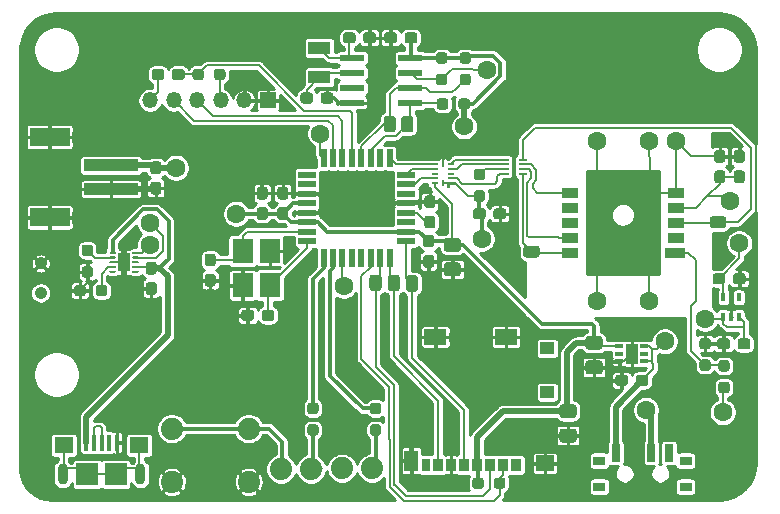
<source format=gbr>
%TF.GenerationSoftware,KiCad,Pcbnew,(5.1.9)-1*%
%TF.CreationDate,2021-01-19T18:40:37+01:00*%
%TF.ProjectId,Track-your-cat,54726163-6b2d-4796-9f75-722d6361742e,1*%
%TF.SameCoordinates,Original*%
%TF.FileFunction,Copper,L1,Top*%
%TF.FilePolarity,Positive*%
%FSLAX46Y46*%
G04 Gerber Fmt 4.6, Leading zero omitted, Abs format (unit mm)*
G04 Created by KiCad (PCBNEW (5.1.9)-1) date 2021-01-19 18:40:37*
%MOMM*%
%LPD*%
G01*
G04 APERTURE LIST*
%TA.AperFunction,EtchedComponent*%
%ADD10C,0.010000*%
%TD*%
%TA.AperFunction,ComponentPad*%
%ADD11C,1.879600*%
%TD*%
%TA.AperFunction,SMDPad,CuDef*%
%ADD12R,1.200000X1.000000*%
%TD*%
%TA.AperFunction,SMDPad,CuDef*%
%ADD13R,1.900000X1.350000*%
%TD*%
%TA.AperFunction,SMDPad,CuDef*%
%ADD14R,1.170000X1.800000*%
%TD*%
%TA.AperFunction,SMDPad,CuDef*%
%ADD15R,1.550000X1.350000*%
%TD*%
%TA.AperFunction,SMDPad,CuDef*%
%ADD16R,0.750000X1.100000*%
%TD*%
%TA.AperFunction,SMDPad,CuDef*%
%ADD17R,0.850000X1.100000*%
%TD*%
%TA.AperFunction,SMDPad,CuDef*%
%ADD18R,0.450000X1.050000*%
%TD*%
%TA.AperFunction,SMDPad,CuDef*%
%ADD19R,0.650000X0.200000*%
%TD*%
%TA.AperFunction,SMDPad,CuDef*%
%ADD20R,0.200000X0.600000*%
%TD*%
%TA.AperFunction,SMDPad,CuDef*%
%ADD21R,0.600000X0.200000*%
%TD*%
%TA.AperFunction,SMDPad,CuDef*%
%ADD22R,1.676400X0.863600*%
%TD*%
%TA.AperFunction,SMDPad,CuDef*%
%ADD23R,1.422400X0.863600*%
%TD*%
%TA.AperFunction,SMDPad,CuDef*%
%ADD24R,1.900000X1.100000*%
%TD*%
%TA.AperFunction,SMDPad,CuDef*%
%ADD25R,0.550000X1.500000*%
%TD*%
%TA.AperFunction,SMDPad,CuDef*%
%ADD26R,1.500000X0.550000*%
%TD*%
%TA.AperFunction,SMDPad,CuDef*%
%ADD27R,0.398780X0.749300*%
%TD*%
%TA.AperFunction,SMDPad,CuDef*%
%ADD28R,4.599940X0.998220*%
%TD*%
%TA.AperFunction,SMDPad,CuDef*%
%ADD29R,3.398520X1.597660*%
%TD*%
%TA.AperFunction,SMDPad,CuDef*%
%ADD30R,1.000000X1.700000*%
%TD*%
%TA.AperFunction,SMDPad,CuDef*%
%ADD31R,0.700000X0.350000*%
%TD*%
%TA.AperFunction,SMDPad,CuDef*%
%ADD32R,2.000000X0.600000*%
%TD*%
%TA.AperFunction,SMDPad,CuDef*%
%ADD33R,1.000000X0.800000*%
%TD*%
%TA.AperFunction,SMDPad,CuDef*%
%ADD34R,0.700000X1.500000*%
%TD*%
%TA.AperFunction,ComponentPad*%
%ADD35C,1.050000*%
%TD*%
%TA.AperFunction,SMDPad,CuDef*%
%ADD36R,0.606066X0.192474*%
%TD*%
%TA.AperFunction,SMDPad,CuDef*%
%ADD37R,1.000000X1.600000*%
%TD*%
%TA.AperFunction,SMDPad,CuDef*%
%ADD38R,1.800000X2.100000*%
%TD*%
%TA.AperFunction,ComponentPad*%
%ADD39R,1.350000X1.350000*%
%TD*%
%TA.AperFunction,ComponentPad*%
%ADD40O,1.350000X1.350000*%
%TD*%
%TA.AperFunction,ComponentPad*%
%ADD41O,0.900000X1.800000*%
%TD*%
%TA.AperFunction,SMDPad,CuDef*%
%ADD42R,1.900000X1.900000*%
%TD*%
%TA.AperFunction,SMDPad,CuDef*%
%ADD43R,1.600000X1.400000*%
%TD*%
%TA.AperFunction,SMDPad,CuDef*%
%ADD44R,0.400000X1.350000*%
%TD*%
%TA.AperFunction,ViaPad*%
%ADD45C,1.600000*%
%TD*%
%TA.AperFunction,Conductor*%
%ADD46C,0.200000*%
%TD*%
%TA.AperFunction,Conductor*%
%ADD47C,0.350000*%
%TD*%
%TA.AperFunction,Conductor*%
%ADD48C,0.500000*%
%TD*%
%TA.AperFunction,Conductor*%
%ADD49C,0.254000*%
%TD*%
%TA.AperFunction,Conductor*%
%ADD50C,0.100000*%
%TD*%
G04 APERTURE END LIST*
D10*
%TO.C,U3*%
G36*
X77750000Y-87200000D02*
G01*
X77300000Y-87200000D01*
X77300000Y-87400000D01*
X77150000Y-87400000D01*
X77150000Y-87000000D01*
X77750000Y-87000000D01*
X77750000Y-87200000D01*
G37*
X77750000Y-87200000D02*
X77300000Y-87200000D01*
X77300000Y-87400000D01*
X77150000Y-87400000D01*
X77150000Y-87000000D01*
X77750000Y-87000000D01*
X77750000Y-87200000D01*
%TD*%
D11*
%TO.P,D2,2*%
%TO.N,Net-(D2-Pad2)*%
X70800000Y-111250000D03*
%TO.P,D2,1*%
%TO.N,Net-(D1-Pad1)*%
X68260000Y-111250000D03*
%TD*%
D12*
%TO.P,J3,2*%
%TO.N,Net-(J3-Pad2)*%
X85639999Y-104800000D03*
%TO.P,J3,1*%
%TO.N,Net-(J3-Pad1)*%
X85639999Y-101100001D03*
D13*
%TO.P,J3,G4*%
%TO.N,Bat-*%
X82140000Y-100125000D03*
%TO.P,J3,G3*%
X76170000Y-100125000D03*
D14*
%TO.P,J3,G2*%
X74145000Y-110600000D03*
D15*
%TO.P,J3,G1*%
X85465000Y-110825000D03*
D16*
%TO.P,J3,T8*%
%TO.N,Net-(J3-PadT8)*%
X75354999Y-110950000D03*
D17*
%TO.P,J3,T7*%
%TO.N,MISO*%
X76405000Y-110950000D03*
%TO.P,J3,T6*%
%TO.N,Bat-*%
X77505000Y-110950000D03*
%TO.P,J3,T5*%
%TO.N,SCK*%
X78605000Y-110950000D03*
%TO.P,J3,T4*%
%TO.N,+3V3*%
X79705000Y-110950000D03*
%TO.P,J3,T3*%
%TO.N,MOSI*%
X80805000Y-110950000D03*
%TO.P,J3,T2*%
%TO.N,CS*%
X81905000Y-110950000D03*
%TO.P,J3,T1*%
%TO.N,Net-(J3-PadT1)*%
X83005000Y-110950000D03*
%TD*%
D18*
%TO.P,IC1,9*%
%TO.N,Bat-*%
X82800000Y-85700000D03*
D19*
%TO.P,IC1,8*%
%TO.N,TX_pad*%
X83550000Y-85100000D03*
%TO.P,IC1,7*%
%TO.N,Net-(GPS1-Pad6)*%
X83550000Y-85500000D03*
%TO.P,IC1,6*%
%TO.N,Net-(GPS1-Pad9)*%
X83550000Y-85900000D03*
%TO.P,IC1,5*%
%TO.N,RX_pad*%
X83550000Y-86300000D03*
%TO.P,IC1,4*%
%TO.N,Net-(IC1-Pad4)*%
X82050000Y-86300000D03*
%TO.P,IC1,3*%
%TO.N,Net-(IC1-Pad3)*%
X82050000Y-85900000D03*
%TO.P,IC1,2*%
%TO.N,Net-(IC1-Pad2)*%
X82050000Y-85500000D03*
%TO.P,IC1,1*%
%TO.N,Net-(IC1-Pad1)*%
X82050000Y-85100000D03*
%TD*%
D20*
%TO.P,U3,6*%
%TO.N,Bat-*%
X76800000Y-85500000D03*
%TO.P,U3,12*%
%TO.N,+1V8*%
X76800000Y-87100000D03*
D21*
%TO.P,U3,11*%
%TO.N,+3V3*%
X76150000Y-87100000D03*
%TO.P,U3,10*%
%TO.N,S_RX*%
X76150000Y-86700000D03*
%TO.P,U3,7*%
%TO.N,S_TX*%
X76150000Y-85500000D03*
%TO.P,U3,8*%
%TO.N,GPS_WAKE*%
X76150000Y-85900000D03*
%TO.P,U3,5*%
%TO.N,Net-(IC1-Pad1)*%
X77450000Y-85500000D03*
%TO.P,U3,4*%
%TO.N,Net-(IC1-Pad2)*%
X77450000Y-85900000D03*
%TO.P,U3,1*%
%TO.N,+1V8*%
X77450000Y-87100000D03*
%TO.P,U3,2*%
%TO.N,Net-(IC1-Pad4)*%
X77450000Y-86700000D03*
%TO.P,U3,9*%
%TO.N,Net-(U3-Pad9)*%
X76150000Y-86300000D03*
%TO.P,U3,3*%
%TO.N,Net-(U3-Pad3)*%
X77450000Y-86300000D03*
%TD*%
D22*
%TO.P,GPS1,1*%
%TO.N,Net-(GPS1-Pad1)*%
X96425800Y-92978200D03*
D23*
%TO.P,GPS1,2*%
%TO.N,Net-(GPS1-Pad2)*%
X96552800Y-91708200D03*
%TO.P,GPS1,3*%
%TO.N,TX_pad*%
X96552800Y-90438200D03*
%TO.P,GPS1,4*%
%TO.N,+1V8*%
X96552800Y-89168200D03*
%TO.P,GPS1,5*%
%TO.N,Bat-*%
X96552800Y-87898200D03*
%TO.P,GPS1,10*%
%TO.N,RX_pad*%
X87561200Y-92978200D03*
%TO.P,GPS1,9*%
%TO.N,Net-(GPS1-Pad9)*%
X87561200Y-91708200D03*
%TO.P,GPS1,7*%
%TO.N,Net-(GPS1-Pad7)*%
X87561200Y-89168200D03*
%TO.P,GPS1,6*%
%TO.N,Net-(GPS1-Pad6)*%
X87561200Y-87898200D03*
%TO.P,GPS1,8*%
%TO.N,Net-(GPS1-Pad8)*%
X87561200Y-90438200D03*
%TD*%
%TO.P,R10,1*%
%TO.N,INT*%
%TA.AperFunction,SMDPad,CuDef*%
G36*
G01*
X76937500Y-78812500D02*
X76462500Y-78812500D01*
G75*
G02*
X76225000Y-78575000I0J237500D01*
G01*
X76225000Y-78075000D01*
G75*
G02*
X76462500Y-77837500I237500J0D01*
G01*
X76937500Y-77837500D01*
G75*
G02*
X77175000Y-78075000I0J-237500D01*
G01*
X77175000Y-78575000D01*
G75*
G02*
X76937500Y-78812500I-237500J0D01*
G01*
G37*
%TD.AperFunction*%
%TO.P,R10,2*%
%TO.N,+3V3*%
%TA.AperFunction,SMDPad,CuDef*%
G36*
G01*
X76937500Y-76987500D02*
X76462500Y-76987500D01*
G75*
G02*
X76225000Y-76750000I0J237500D01*
G01*
X76225000Y-76250000D01*
G75*
G02*
X76462500Y-76012500I237500J0D01*
G01*
X76937500Y-76012500D01*
G75*
G02*
X77175000Y-76250000I0J-237500D01*
G01*
X77175000Y-76750000D01*
G75*
G02*
X76937500Y-76987500I-237500J0D01*
G01*
G37*
%TD.AperFunction*%
%TD*%
D24*
%TO.P,Y2,2*%
%TO.N,Net-(C22-Pad1)*%
X66350000Y-78150000D03*
%TO.P,Y2,1*%
%TO.N,Net-(C21-Pad2)*%
X66350000Y-75650000D03*
%TD*%
D25*
%TO.P,U2,32*%
%TO.N,INT*%
X66700000Y-85000000D03*
%TO.P,U2,31*%
%TO.N,TX*%
X67500000Y-85000000D03*
%TO.P,U2,30*%
%TO.N,RX*%
X68300000Y-85000000D03*
%TO.P,U2,29*%
%TO.N,\u00B5RESET*%
X69100000Y-85000000D03*
%TO.P,U2,28*%
%TO.N,SCL*%
X69900000Y-85000000D03*
%TO.P,U2,27*%
%TO.N,SDA*%
X70700000Y-85000000D03*
%TO.P,U2,26*%
%TO.N,A3*%
X71500000Y-85000000D03*
%TO.P,U2,25*%
%TO.N,S_TX*%
X72300000Y-85000000D03*
D26*
%TO.P,U2,24*%
%TO.N,GPS_WAKE*%
X73700000Y-86400000D03*
%TO.P,U2,23*%
%TO.N,S_RX*%
X73700000Y-87200000D03*
%TO.P,U2,22*%
%TO.N,A7*%
X73700000Y-88000000D03*
%TO.P,U2,21*%
%TO.N,Bat-*%
X73700000Y-88800000D03*
%TO.P,U2,20*%
%TO.N,Net-(C12-Pad1)*%
X73700000Y-89600000D03*
%TO.P,U2,19*%
%TO.N,A6*%
X73700000Y-90400000D03*
%TO.P,U2,18*%
%TO.N,+3V3*%
X73700000Y-91200000D03*
%TO.P,U2,17*%
%TO.N,SCK*%
X73700000Y-92000000D03*
D25*
%TO.P,U2,16*%
%TO.N,MISO*%
X72300000Y-93400000D03*
%TO.P,U2,15*%
%TO.N,MOSI*%
X71500000Y-93400000D03*
%TO.P,U2,14*%
%TO.N,CS*%
X70700000Y-93400000D03*
%TO.P,U2,13*%
%TO.N,D9*%
X69900000Y-93400000D03*
%TO.P,U2,12*%
%TO.N,D8*%
X69100000Y-93400000D03*
%TO.P,U2,11*%
%TO.N,GPS_ON*%
X68300000Y-93400000D03*
%TO.P,U2,10*%
%TO.N,red*%
X67500000Y-93400000D03*
D26*
%TO.P,U2,8*%
%TO.N,XTAL2*%
X65300000Y-92000000D03*
%TO.P,U2,7*%
%TO.N,XTAL1*%
X65300000Y-91200000D03*
%TO.P,U2,6*%
%TO.N,+3V3*%
X65300000Y-90400000D03*
%TO.P,U2,5*%
%TO.N,Bat-*%
X65300000Y-89600000D03*
%TO.P,U2,4*%
%TO.N,+3V3*%
X65300000Y-88800000D03*
%TO.P,U2,3*%
%TO.N,Bat-*%
X65300000Y-88000000D03*
%TO.P,U2,2*%
%TO.N,D4*%
X65300000Y-87200000D03*
%TO.P,U2,1*%
%TO.N,D3*%
X65300000Y-86400000D03*
D25*
%TO.P,U2,9*%
%TO.N,yellow*%
X66700000Y-93400000D03*
%TD*%
D11*
%TO.P,D1,1*%
%TO.N,Net-(D1-Pad1)*%
X63100000Y-111300000D03*
%TO.P,D1,2*%
%TO.N,Net-(D1-Pad2)*%
X65640000Y-111300000D03*
%TD*%
%TO.P,R8,1*%
%TO.N,Net-(GPS1-Pad1)*%
%TA.AperFunction,SMDPad,CuDef*%
G36*
G01*
X99237500Y-103000000D02*
X98762500Y-103000000D01*
G75*
G02*
X98525000Y-102762500I0J237500D01*
G01*
X98525000Y-102262500D01*
G75*
G02*
X98762500Y-102025000I237500J0D01*
G01*
X99237500Y-102025000D01*
G75*
G02*
X99475000Y-102262500I0J-237500D01*
G01*
X99475000Y-102762500D01*
G75*
G02*
X99237500Y-103000000I-237500J0D01*
G01*
G37*
%TD.AperFunction*%
%TO.P,R8,2*%
%TO.N,Bat-*%
%TA.AperFunction,SMDPad,CuDef*%
G36*
G01*
X99237500Y-101175000D02*
X98762500Y-101175000D01*
G75*
G02*
X98525000Y-100937500I0J237500D01*
G01*
X98525000Y-100437500D01*
G75*
G02*
X98762500Y-100200000I237500J0D01*
G01*
X99237500Y-100200000D01*
G75*
G02*
X99475000Y-100437500I0J-237500D01*
G01*
X99475000Y-100937500D01*
G75*
G02*
X99237500Y-101175000I-237500J0D01*
G01*
G37*
%TD.AperFunction*%
%TD*%
%TO.P,C1,1*%
%TO.N,+3V3*%
%TA.AperFunction,SMDPad,CuDef*%
G36*
G01*
X89125000Y-100037500D02*
X90075000Y-100037500D01*
G75*
G02*
X90325000Y-100287500I0J-250000D01*
G01*
X90325000Y-100962500D01*
G75*
G02*
X90075000Y-101212500I-250000J0D01*
G01*
X89125000Y-101212500D01*
G75*
G02*
X88875000Y-100962500I0J250000D01*
G01*
X88875000Y-100287500D01*
G75*
G02*
X89125000Y-100037500I250000J0D01*
G01*
G37*
%TD.AperFunction*%
%TO.P,C1,2*%
%TO.N,Bat-*%
%TA.AperFunction,SMDPad,CuDef*%
G36*
G01*
X89125000Y-102112500D02*
X90075000Y-102112500D01*
G75*
G02*
X90325000Y-102362500I0J-250000D01*
G01*
X90325000Y-103037500D01*
G75*
G02*
X90075000Y-103287500I-250000J0D01*
G01*
X89125000Y-103287500D01*
G75*
G02*
X88875000Y-103037500I0J250000D01*
G01*
X88875000Y-102362500D01*
G75*
G02*
X89125000Y-102112500I250000J0D01*
G01*
G37*
%TD.AperFunction*%
%TD*%
%TO.P,C2,1*%
%TO.N,Power_in*%
%TA.AperFunction,SMDPad,CuDef*%
G36*
G01*
X94200000Y-103562500D02*
X94200000Y-104037500D01*
G75*
G02*
X93962500Y-104275000I-237500J0D01*
G01*
X93362500Y-104275000D01*
G75*
G02*
X93125000Y-104037500I0J237500D01*
G01*
X93125000Y-103562500D01*
G75*
G02*
X93362500Y-103325000I237500J0D01*
G01*
X93962500Y-103325000D01*
G75*
G02*
X94200000Y-103562500I0J-237500D01*
G01*
G37*
%TD.AperFunction*%
%TO.P,C2,2*%
%TO.N,Bat-*%
%TA.AperFunction,SMDPad,CuDef*%
G36*
G01*
X92475000Y-103562500D02*
X92475000Y-104037500D01*
G75*
G02*
X92237500Y-104275000I-237500J0D01*
G01*
X91637500Y-104275000D01*
G75*
G02*
X91400000Y-104037500I0J237500D01*
G01*
X91400000Y-103562500D01*
G75*
G02*
X91637500Y-103325000I237500J0D01*
G01*
X92237500Y-103325000D01*
G75*
G02*
X92475000Y-103562500I0J-237500D01*
G01*
G37*
%TD.AperFunction*%
%TD*%
%TO.P,C3,1*%
%TO.N,+3V3*%
%TA.AperFunction,SMDPad,CuDef*%
G36*
G01*
X77125000Y-91737500D02*
X78075000Y-91737500D01*
G75*
G02*
X78325000Y-91987500I0J-250000D01*
G01*
X78325000Y-92662500D01*
G75*
G02*
X78075000Y-92912500I-250000J0D01*
G01*
X77125000Y-92912500D01*
G75*
G02*
X76875000Y-92662500I0J250000D01*
G01*
X76875000Y-91987500D01*
G75*
G02*
X77125000Y-91737500I250000J0D01*
G01*
G37*
%TD.AperFunction*%
%TO.P,C3,2*%
%TO.N,Bat-*%
%TA.AperFunction,SMDPad,CuDef*%
G36*
G01*
X77125000Y-93812500D02*
X78075000Y-93812500D01*
G75*
G02*
X78325000Y-94062500I0J-250000D01*
G01*
X78325000Y-94737500D01*
G75*
G02*
X78075000Y-94987500I-250000J0D01*
G01*
X77125000Y-94987500D01*
G75*
G02*
X76875000Y-94737500I0J250000D01*
G01*
X76875000Y-94062500D01*
G75*
G02*
X77125000Y-93812500I250000J0D01*
G01*
G37*
%TD.AperFunction*%
%TD*%
%TO.P,C4,2*%
%TO.N,Bat-*%
%TA.AperFunction,SMDPad,CuDef*%
G36*
G01*
X63487500Y-88487500D02*
X63012500Y-88487500D01*
G75*
G02*
X62775000Y-88250000I0J237500D01*
G01*
X62775000Y-87650000D01*
G75*
G02*
X63012500Y-87412500I237500J0D01*
G01*
X63487500Y-87412500D01*
G75*
G02*
X63725000Y-87650000I0J-237500D01*
G01*
X63725000Y-88250000D01*
G75*
G02*
X63487500Y-88487500I-237500J0D01*
G01*
G37*
%TD.AperFunction*%
%TO.P,C4,1*%
%TO.N,+3V3*%
%TA.AperFunction,SMDPad,CuDef*%
G36*
G01*
X63487500Y-90212500D02*
X63012500Y-90212500D01*
G75*
G02*
X62775000Y-89975000I0J237500D01*
G01*
X62775000Y-89375000D01*
G75*
G02*
X63012500Y-89137500I237500J0D01*
G01*
X63487500Y-89137500D01*
G75*
G02*
X63725000Y-89375000I0J-237500D01*
G01*
X63725000Y-89975000D01*
G75*
G02*
X63487500Y-90212500I-237500J0D01*
G01*
G37*
%TD.AperFunction*%
%TD*%
%TO.P,C5,1*%
%TO.N,+3V3*%
%TA.AperFunction,SMDPad,CuDef*%
G36*
G01*
X61737500Y-90212500D02*
X61262500Y-90212500D01*
G75*
G02*
X61025000Y-89975000I0J237500D01*
G01*
X61025000Y-89375000D01*
G75*
G02*
X61262500Y-89137500I237500J0D01*
G01*
X61737500Y-89137500D01*
G75*
G02*
X61975000Y-89375000I0J-237500D01*
G01*
X61975000Y-89975000D01*
G75*
G02*
X61737500Y-90212500I-237500J0D01*
G01*
G37*
%TD.AperFunction*%
%TO.P,C5,2*%
%TO.N,Bat-*%
%TA.AperFunction,SMDPad,CuDef*%
G36*
G01*
X61737500Y-88487500D02*
X61262500Y-88487500D01*
G75*
G02*
X61025000Y-88250000I0J237500D01*
G01*
X61025000Y-87650000D01*
G75*
G02*
X61262500Y-87412500I237500J0D01*
G01*
X61737500Y-87412500D01*
G75*
G02*
X61975000Y-87650000I0J-237500D01*
G01*
X61975000Y-88250000D01*
G75*
G02*
X61737500Y-88487500I-237500J0D01*
G01*
G37*
%TD.AperFunction*%
%TD*%
%TO.P,C6,2*%
%TO.N,Bat-*%
%TA.AperFunction,SMDPad,CuDef*%
G36*
G01*
X75362500Y-93187500D02*
X75837500Y-93187500D01*
G75*
G02*
X76075000Y-93425000I0J-237500D01*
G01*
X76075000Y-94025000D01*
G75*
G02*
X75837500Y-94262500I-237500J0D01*
G01*
X75362500Y-94262500D01*
G75*
G02*
X75125000Y-94025000I0J237500D01*
G01*
X75125000Y-93425000D01*
G75*
G02*
X75362500Y-93187500I237500J0D01*
G01*
G37*
%TD.AperFunction*%
%TO.P,C6,1*%
%TO.N,+3V3*%
%TA.AperFunction,SMDPad,CuDef*%
G36*
G01*
X75362500Y-91462500D02*
X75837500Y-91462500D01*
G75*
G02*
X76075000Y-91700000I0J-237500D01*
G01*
X76075000Y-92300000D01*
G75*
G02*
X75837500Y-92537500I-237500J0D01*
G01*
X75362500Y-92537500D01*
G75*
G02*
X75125000Y-92300000I0J237500D01*
G01*
X75125000Y-91700000D01*
G75*
G02*
X75362500Y-91462500I237500J0D01*
G01*
G37*
%TD.AperFunction*%
%TD*%
%TO.P,C8,2*%
%TO.N,DTR*%
%TA.AperFunction,SMDPad,CuDef*%
G36*
G01*
X53212500Y-77662500D02*
X53212500Y-78137500D01*
G75*
G02*
X52975000Y-78375000I-237500J0D01*
G01*
X52375000Y-78375000D01*
G75*
G02*
X52137500Y-78137500I0J237500D01*
G01*
X52137500Y-77662500D01*
G75*
G02*
X52375000Y-77425000I237500J0D01*
G01*
X52975000Y-77425000D01*
G75*
G02*
X53212500Y-77662500I0J-237500D01*
G01*
G37*
%TD.AperFunction*%
%TO.P,C8,1*%
%TO.N,\u00B5RESET*%
%TA.AperFunction,SMDPad,CuDef*%
G36*
G01*
X54937500Y-77662500D02*
X54937500Y-78137500D01*
G75*
G02*
X54700000Y-78375000I-237500J0D01*
G01*
X54100000Y-78375000D01*
G75*
G02*
X53862500Y-78137500I0J237500D01*
G01*
X53862500Y-77662500D01*
G75*
G02*
X54100000Y-77425000I237500J0D01*
G01*
X54700000Y-77425000D01*
G75*
G02*
X54937500Y-77662500I0J-237500D01*
G01*
G37*
%TD.AperFunction*%
%TD*%
%TO.P,C9,2*%
%TO.N,XTAL1*%
%TA.AperFunction,SMDPad,CuDef*%
G36*
G01*
X57337500Y-94137500D02*
X56862500Y-94137500D01*
G75*
G02*
X56625000Y-93900000I0J237500D01*
G01*
X56625000Y-93300000D01*
G75*
G02*
X56862500Y-93062500I237500J0D01*
G01*
X57337500Y-93062500D01*
G75*
G02*
X57575000Y-93300000I0J-237500D01*
G01*
X57575000Y-93900000D01*
G75*
G02*
X57337500Y-94137500I-237500J0D01*
G01*
G37*
%TD.AperFunction*%
%TO.P,C9,1*%
%TO.N,Bat-*%
%TA.AperFunction,SMDPad,CuDef*%
G36*
G01*
X57337500Y-95862500D02*
X56862500Y-95862500D01*
G75*
G02*
X56625000Y-95625000I0J237500D01*
G01*
X56625000Y-95025000D01*
G75*
G02*
X56862500Y-94787500I237500J0D01*
G01*
X57337500Y-94787500D01*
G75*
G02*
X57575000Y-95025000I0J-237500D01*
G01*
X57575000Y-95625000D01*
G75*
G02*
X57337500Y-95862500I-237500J0D01*
G01*
G37*
%TD.AperFunction*%
%TD*%
%TO.P,C10,1*%
%TO.N,XTAL2*%
%TA.AperFunction,SMDPad,CuDef*%
G36*
G01*
X62537500Y-98062500D02*
X62537500Y-98537500D01*
G75*
G02*
X62300000Y-98775000I-237500J0D01*
G01*
X61700000Y-98775000D01*
G75*
G02*
X61462500Y-98537500I0J237500D01*
G01*
X61462500Y-98062500D01*
G75*
G02*
X61700000Y-97825000I237500J0D01*
G01*
X62300000Y-97825000D01*
G75*
G02*
X62537500Y-98062500I0J-237500D01*
G01*
G37*
%TD.AperFunction*%
%TO.P,C10,2*%
%TO.N,Bat-*%
%TA.AperFunction,SMDPad,CuDef*%
G36*
G01*
X60812500Y-98062500D02*
X60812500Y-98537500D01*
G75*
G02*
X60575000Y-98775000I-237500J0D01*
G01*
X59975000Y-98775000D01*
G75*
G02*
X59737500Y-98537500I0J237500D01*
G01*
X59737500Y-98062500D01*
G75*
G02*
X59975000Y-97825000I237500J0D01*
G01*
X60575000Y-97825000D01*
G75*
G02*
X60812500Y-98062500I0J-237500D01*
G01*
G37*
%TD.AperFunction*%
%TD*%
%TO.P,C11,1*%
%TO.N,Net-(C11-Pad1)*%
%TA.AperFunction,SMDPad,CuDef*%
G36*
G01*
X51862500Y-93762500D02*
X52337500Y-93762500D01*
G75*
G02*
X52575000Y-94000000I0J-237500D01*
G01*
X52575000Y-94600000D01*
G75*
G02*
X52337500Y-94837500I-237500J0D01*
G01*
X51862500Y-94837500D01*
G75*
G02*
X51625000Y-94600000I0J237500D01*
G01*
X51625000Y-94000000D01*
G75*
G02*
X51862500Y-93762500I237500J0D01*
G01*
G37*
%TD.AperFunction*%
%TO.P,C11,2*%
%TO.N,Bat-*%
%TA.AperFunction,SMDPad,CuDef*%
G36*
G01*
X51862500Y-95487500D02*
X52337500Y-95487500D01*
G75*
G02*
X52575000Y-95725000I0J-237500D01*
G01*
X52575000Y-96325000D01*
G75*
G02*
X52337500Y-96562500I-237500J0D01*
G01*
X51862500Y-96562500D01*
G75*
G02*
X51625000Y-96325000I0J237500D01*
G01*
X51625000Y-95725000D01*
G75*
G02*
X51862500Y-95487500I237500J0D01*
G01*
G37*
%TD.AperFunction*%
%TD*%
%TO.P,C12,1*%
%TO.N,Net-(C12-Pad1)*%
%TA.AperFunction,SMDPad,CuDef*%
G36*
G01*
X75937500Y-90937500D02*
X75462500Y-90937500D01*
G75*
G02*
X75225000Y-90700000I0J237500D01*
G01*
X75225000Y-90100000D01*
G75*
G02*
X75462500Y-89862500I237500J0D01*
G01*
X75937500Y-89862500D01*
G75*
G02*
X76175000Y-90100000I0J-237500D01*
G01*
X76175000Y-90700000D01*
G75*
G02*
X75937500Y-90937500I-237500J0D01*
G01*
G37*
%TD.AperFunction*%
%TO.P,C12,2*%
%TO.N,Bat-*%
%TA.AperFunction,SMDPad,CuDef*%
G36*
G01*
X75937500Y-89212500D02*
X75462500Y-89212500D01*
G75*
G02*
X75225000Y-88975000I0J237500D01*
G01*
X75225000Y-88375000D01*
G75*
G02*
X75462500Y-88137500I237500J0D01*
G01*
X75937500Y-88137500D01*
G75*
G02*
X76175000Y-88375000I0J-237500D01*
G01*
X76175000Y-88975000D01*
G75*
G02*
X75937500Y-89212500I-237500J0D01*
G01*
G37*
%TD.AperFunction*%
%TD*%
%TO.P,C13,2*%
%TO.N,Bat-*%
%TA.AperFunction,SMDPad,CuDef*%
G36*
G01*
X52262500Y-86987500D02*
X52737500Y-86987500D01*
G75*
G02*
X52975000Y-87225000I0J-237500D01*
G01*
X52975000Y-87825000D01*
G75*
G02*
X52737500Y-88062500I-237500J0D01*
G01*
X52262500Y-88062500D01*
G75*
G02*
X52025000Y-87825000I0J237500D01*
G01*
X52025000Y-87225000D01*
G75*
G02*
X52262500Y-86987500I237500J0D01*
G01*
G37*
%TD.AperFunction*%
%TO.P,C13,1*%
%TO.N,Bat+*%
%TA.AperFunction,SMDPad,CuDef*%
G36*
G01*
X52262500Y-85262500D02*
X52737500Y-85262500D01*
G75*
G02*
X52975000Y-85500000I0J-237500D01*
G01*
X52975000Y-86100000D01*
G75*
G02*
X52737500Y-86337500I-237500J0D01*
G01*
X52262500Y-86337500D01*
G75*
G02*
X52025000Y-86100000I0J237500D01*
G01*
X52025000Y-85500000D01*
G75*
G02*
X52262500Y-85262500I237500J0D01*
G01*
G37*
%TD.AperFunction*%
%TD*%
%TO.P,C15,2*%
%TO.N,+1V8*%
%TA.AperFunction,SMDPad,CuDef*%
G36*
G01*
X80437500Y-89462500D02*
X80437500Y-89937500D01*
G75*
G02*
X80200000Y-90175000I-237500J0D01*
G01*
X79600000Y-90175000D01*
G75*
G02*
X79362500Y-89937500I0J237500D01*
G01*
X79362500Y-89462500D01*
G75*
G02*
X79600000Y-89225000I237500J0D01*
G01*
X80200000Y-89225000D01*
G75*
G02*
X80437500Y-89462500I0J-237500D01*
G01*
G37*
%TD.AperFunction*%
%TO.P,C15,1*%
%TO.N,Bat-*%
%TA.AperFunction,SMDPad,CuDef*%
G36*
G01*
X82162500Y-89462500D02*
X82162500Y-89937500D01*
G75*
G02*
X81925000Y-90175000I-237500J0D01*
G01*
X81325000Y-90175000D01*
G75*
G02*
X81087500Y-89937500I0J237500D01*
G01*
X81087500Y-89462500D01*
G75*
G02*
X81325000Y-89225000I237500J0D01*
G01*
X81925000Y-89225000D01*
G75*
G02*
X82162500Y-89462500I0J-237500D01*
G01*
G37*
%TD.AperFunction*%
%TD*%
%TO.P,C16,2*%
%TO.N,Bat-*%
%TA.AperFunction,SMDPad,CuDef*%
G36*
G01*
X102137500Y-85375000D02*
X101662500Y-85375000D01*
G75*
G02*
X101425000Y-85137500I0J237500D01*
G01*
X101425000Y-84537500D01*
G75*
G02*
X101662500Y-84300000I237500J0D01*
G01*
X102137500Y-84300000D01*
G75*
G02*
X102375000Y-84537500I0J-237500D01*
G01*
X102375000Y-85137500D01*
G75*
G02*
X102137500Y-85375000I-237500J0D01*
G01*
G37*
%TD.AperFunction*%
%TO.P,C16,1*%
%TO.N,+1V8*%
%TA.AperFunction,SMDPad,CuDef*%
G36*
G01*
X102137500Y-87100000D02*
X101662500Y-87100000D01*
G75*
G02*
X101425000Y-86862500I0J237500D01*
G01*
X101425000Y-86262500D01*
G75*
G02*
X101662500Y-86025000I237500J0D01*
G01*
X102137500Y-86025000D01*
G75*
G02*
X102375000Y-86262500I0J-237500D01*
G01*
X102375000Y-86862500D01*
G75*
G02*
X102137500Y-87100000I-237500J0D01*
G01*
G37*
%TD.AperFunction*%
%TD*%
%TO.P,C17,2*%
%TO.N,Bat-*%
%TA.AperFunction,SMDPad,CuDef*%
G36*
G01*
X100487500Y-85375000D02*
X100012500Y-85375000D01*
G75*
G02*
X99775000Y-85137500I0J237500D01*
G01*
X99775000Y-84537500D01*
G75*
G02*
X100012500Y-84300000I237500J0D01*
G01*
X100487500Y-84300000D01*
G75*
G02*
X100725000Y-84537500I0J-237500D01*
G01*
X100725000Y-85137500D01*
G75*
G02*
X100487500Y-85375000I-237500J0D01*
G01*
G37*
%TD.AperFunction*%
%TO.P,C17,1*%
%TO.N,+1V8*%
%TA.AperFunction,SMDPad,CuDef*%
G36*
G01*
X100487500Y-87100000D02*
X100012500Y-87100000D01*
G75*
G02*
X99775000Y-86862500I0J237500D01*
G01*
X99775000Y-86262500D01*
G75*
G02*
X100012500Y-86025000I237500J0D01*
G01*
X100487500Y-86025000D01*
G75*
G02*
X100725000Y-86262500I0J-237500D01*
G01*
X100725000Y-86862500D01*
G75*
G02*
X100487500Y-87100000I-237500J0D01*
G01*
G37*
%TD.AperFunction*%
%TD*%
%TO.P,C18,1*%
%TO.N,Power_in*%
%TA.AperFunction,SMDPad,CuDef*%
G36*
G01*
X102837500Y-100462500D02*
X102837500Y-100937500D01*
G75*
G02*
X102600000Y-101175000I-237500J0D01*
G01*
X102000000Y-101175000D01*
G75*
G02*
X101762500Y-100937500I0J237500D01*
G01*
X101762500Y-100462500D01*
G75*
G02*
X102000000Y-100225000I237500J0D01*
G01*
X102600000Y-100225000D01*
G75*
G02*
X102837500Y-100462500I0J-237500D01*
G01*
G37*
%TD.AperFunction*%
%TO.P,C18,2*%
%TO.N,Bat-*%
%TA.AperFunction,SMDPad,CuDef*%
G36*
G01*
X101112500Y-100462500D02*
X101112500Y-100937500D01*
G75*
G02*
X100875000Y-101175000I-237500J0D01*
G01*
X100275000Y-101175000D01*
G75*
G02*
X100037500Y-100937500I0J237500D01*
G01*
X100037500Y-100462500D01*
G75*
G02*
X100275000Y-100225000I237500J0D01*
G01*
X100875000Y-100225000D01*
G75*
G02*
X101112500Y-100462500I0J-237500D01*
G01*
G37*
%TD.AperFunction*%
%TD*%
%TO.P,C20,1*%
%TO.N,Bat-*%
%TA.AperFunction,SMDPad,CuDef*%
G36*
G01*
X71837500Y-75037500D02*
X71837500Y-74562500D01*
G75*
G02*
X72075000Y-74325000I237500J0D01*
G01*
X72675000Y-74325000D01*
G75*
G02*
X72912500Y-74562500I0J-237500D01*
G01*
X72912500Y-75037500D01*
G75*
G02*
X72675000Y-75275000I-237500J0D01*
G01*
X72075000Y-75275000D01*
G75*
G02*
X71837500Y-75037500I0J237500D01*
G01*
G37*
%TD.AperFunction*%
%TO.P,C20,2*%
%TO.N,+3V3*%
%TA.AperFunction,SMDPad,CuDef*%
G36*
G01*
X73562500Y-75037500D02*
X73562500Y-74562500D01*
G75*
G02*
X73800000Y-74325000I237500J0D01*
G01*
X74400000Y-74325000D01*
G75*
G02*
X74637500Y-74562500I0J-237500D01*
G01*
X74637500Y-75037500D01*
G75*
G02*
X74400000Y-75275000I-237500J0D01*
G01*
X73800000Y-75275000D01*
G75*
G02*
X73562500Y-75037500I0J237500D01*
G01*
G37*
%TD.AperFunction*%
%TD*%
%TO.P,C21,2*%
%TO.N,Net-(C21-Pad2)*%
%TA.AperFunction,SMDPad,CuDef*%
G36*
G01*
X69412500Y-74562500D02*
X69412500Y-75037500D01*
G75*
G02*
X69175000Y-75275000I-237500J0D01*
G01*
X68575000Y-75275000D01*
G75*
G02*
X68337500Y-75037500I0J237500D01*
G01*
X68337500Y-74562500D01*
G75*
G02*
X68575000Y-74325000I237500J0D01*
G01*
X69175000Y-74325000D01*
G75*
G02*
X69412500Y-74562500I0J-237500D01*
G01*
G37*
%TD.AperFunction*%
%TO.P,C21,1*%
%TO.N,Bat-*%
%TA.AperFunction,SMDPad,CuDef*%
G36*
G01*
X71137500Y-74562500D02*
X71137500Y-75037500D01*
G75*
G02*
X70900000Y-75275000I-237500J0D01*
G01*
X70300000Y-75275000D01*
G75*
G02*
X70062500Y-75037500I0J237500D01*
G01*
X70062500Y-74562500D01*
G75*
G02*
X70300000Y-74325000I237500J0D01*
G01*
X70900000Y-74325000D01*
G75*
G02*
X71137500Y-74562500I0J-237500D01*
G01*
G37*
%TD.AperFunction*%
%TD*%
%TO.P,C22,1*%
%TO.N,Net-(C22-Pad1)*%
%TA.AperFunction,SMDPad,CuDef*%
G36*
G01*
X64737500Y-80137500D02*
X64737500Y-79662500D01*
G75*
G02*
X64975000Y-79425000I237500J0D01*
G01*
X65575000Y-79425000D01*
G75*
G02*
X65812500Y-79662500I0J-237500D01*
G01*
X65812500Y-80137500D01*
G75*
G02*
X65575000Y-80375000I-237500J0D01*
G01*
X64975000Y-80375000D01*
G75*
G02*
X64737500Y-80137500I0J237500D01*
G01*
G37*
%TD.AperFunction*%
%TO.P,C22,2*%
%TO.N,Bat-*%
%TA.AperFunction,SMDPad,CuDef*%
G36*
G01*
X66462500Y-80137500D02*
X66462500Y-79662500D01*
G75*
G02*
X66700000Y-79425000I237500J0D01*
G01*
X67300000Y-79425000D01*
G75*
G02*
X67537500Y-79662500I0J-237500D01*
G01*
X67537500Y-80137500D01*
G75*
G02*
X67300000Y-80375000I-237500J0D01*
G01*
X66700000Y-80375000D01*
G75*
G02*
X66462500Y-80137500I0J237500D01*
G01*
G37*
%TD.AperFunction*%
%TD*%
%TO.P,C23,2*%
%TO.N,Bat-*%
%TA.AperFunction,SMDPad,CuDef*%
G36*
G01*
X86925000Y-107887500D02*
X87875000Y-107887500D01*
G75*
G02*
X88125000Y-108137500I0J-250000D01*
G01*
X88125000Y-108812500D01*
G75*
G02*
X87875000Y-109062500I-250000J0D01*
G01*
X86925000Y-109062500D01*
G75*
G02*
X86675000Y-108812500I0J250000D01*
G01*
X86675000Y-108137500D01*
G75*
G02*
X86925000Y-107887500I250000J0D01*
G01*
G37*
%TD.AperFunction*%
%TO.P,C23,1*%
%TO.N,+3V3*%
%TA.AperFunction,SMDPad,CuDef*%
G36*
G01*
X86925000Y-105812500D02*
X87875000Y-105812500D01*
G75*
G02*
X88125000Y-106062500I0J-250000D01*
G01*
X88125000Y-106737500D01*
G75*
G02*
X87875000Y-106987500I-250000J0D01*
G01*
X86925000Y-106987500D01*
G75*
G02*
X86675000Y-106737500I0J250000D01*
G01*
X86675000Y-106062500D01*
G75*
G02*
X86925000Y-105812500I250000J0D01*
G01*
G37*
%TD.AperFunction*%
%TD*%
D27*
%TO.P,IC2,1*%
%TO.N,Power_in*%
X100552300Y-98422960D03*
%TO.P,IC2,2*%
%TO.N,Bat-*%
X101200000Y-98422960D03*
%TO.P,IC2,3*%
%TO.N,Power_in*%
X101847700Y-98422960D03*
%TO.P,IC2,4*%
%TO.N,Net-(IC2-Pad4)*%
X101847700Y-96777040D03*
%TO.P,IC2,5*%
%TO.N,+1V8*%
X100552300Y-96777040D03*
%TD*%
D28*
%TO.P,J1,1*%
%TO.N,Bat-*%
X48698240Y-87598220D03*
%TO.P,J1,2*%
%TO.N,Bat+*%
X48698240Y-85601780D03*
D29*
%TO.P,J1,NC1*%
%TO.N,Bat-*%
X43501400Y-89998520D03*
%TO.P,J1,NC2*%
X43501400Y-83201480D03*
%TD*%
D30*
%TO.P,LDO1,7*%
%TO.N,Bat-*%
X92800000Y-101550000D03*
D31*
%TO.P,LDO1,6*%
%TO.N,Power_in*%
X93850000Y-100900000D03*
%TO.P,LDO1,5*%
%TO.N,Net-(LDO1-Pad5)*%
X93850000Y-101550000D03*
%TO.P,LDO1,4*%
%TO.N,Power_in*%
X93850000Y-102200000D03*
%TO.P,LDO1,3*%
%TO.N,Bat-*%
X91750000Y-102200000D03*
%TO.P,LDO1,2*%
%TO.N,Net-(LDO1-Pad2)*%
X91750000Y-101550000D03*
%TO.P,LDO1,1*%
%TO.N,+3V3*%
X91750000Y-100900000D03*
%TD*%
%TO.P,R1,2*%
%TO.N,\u00B5RESET*%
%TA.AperFunction,SMDPad,CuDef*%
G36*
G01*
X56575000Y-77662500D02*
X56575000Y-78137500D01*
G75*
G02*
X56337500Y-78375000I-237500J0D01*
G01*
X55837500Y-78375000D01*
G75*
G02*
X55600000Y-78137500I0J237500D01*
G01*
X55600000Y-77662500D01*
G75*
G02*
X55837500Y-77425000I237500J0D01*
G01*
X56337500Y-77425000D01*
G75*
G02*
X56575000Y-77662500I0J-237500D01*
G01*
G37*
%TD.AperFunction*%
%TO.P,R1,1*%
%TO.N,+3V3*%
%TA.AperFunction,SMDPad,CuDef*%
G36*
G01*
X58400000Y-77662500D02*
X58400000Y-78137500D01*
G75*
G02*
X58162500Y-78375000I-237500J0D01*
G01*
X57662500Y-78375000D01*
G75*
G02*
X57425000Y-78137500I0J237500D01*
G01*
X57425000Y-77662500D01*
G75*
G02*
X57662500Y-77425000I237500J0D01*
G01*
X58162500Y-77425000D01*
G75*
G02*
X58400000Y-77662500I0J-237500D01*
G01*
G37*
%TD.AperFunction*%
%TD*%
%TO.P,R2,2*%
%TO.N,Bat-*%
%TA.AperFunction,SMDPad,CuDef*%
G36*
G01*
X46462500Y-94125000D02*
X46937500Y-94125000D01*
G75*
G02*
X47175000Y-94362500I0J-237500D01*
G01*
X47175000Y-94862500D01*
G75*
G02*
X46937500Y-95100000I-237500J0D01*
G01*
X46462500Y-95100000D01*
G75*
G02*
X46225000Y-94862500I0J237500D01*
G01*
X46225000Y-94362500D01*
G75*
G02*
X46462500Y-94125000I237500J0D01*
G01*
G37*
%TD.AperFunction*%
%TO.P,R2,1*%
%TO.N,Net-(R2-Pad1)*%
%TA.AperFunction,SMDPad,CuDef*%
G36*
G01*
X46462500Y-92300000D02*
X46937500Y-92300000D01*
G75*
G02*
X47175000Y-92537500I0J-237500D01*
G01*
X47175000Y-93037500D01*
G75*
G02*
X46937500Y-93275000I-237500J0D01*
G01*
X46462500Y-93275000D01*
G75*
G02*
X46225000Y-93037500I0J237500D01*
G01*
X46225000Y-92537500D01*
G75*
G02*
X46462500Y-92300000I237500J0D01*
G01*
G37*
%TD.AperFunction*%
%TD*%
%TO.P,R3,1*%
%TO.N,Net-(R3-Pad1)*%
%TA.AperFunction,SMDPad,CuDef*%
G36*
G01*
X48387500Y-95962500D02*
X48387500Y-96437500D01*
G75*
G02*
X48150000Y-96675000I-237500J0D01*
G01*
X47650000Y-96675000D01*
G75*
G02*
X47412500Y-96437500I0J237500D01*
G01*
X47412500Y-95962500D01*
G75*
G02*
X47650000Y-95725000I237500J0D01*
G01*
X48150000Y-95725000D01*
G75*
G02*
X48387500Y-95962500I0J-237500D01*
G01*
G37*
%TD.AperFunction*%
%TO.P,R3,2*%
%TO.N,Bat-*%
%TA.AperFunction,SMDPad,CuDef*%
G36*
G01*
X46562500Y-95962500D02*
X46562500Y-96437500D01*
G75*
G02*
X46325000Y-96675000I-237500J0D01*
G01*
X45825000Y-96675000D01*
G75*
G02*
X45587500Y-96437500I0J237500D01*
G01*
X45587500Y-95962500D01*
G75*
G02*
X45825000Y-95725000I237500J0D01*
G01*
X46325000Y-95725000D01*
G75*
G02*
X46562500Y-95962500I0J-237500D01*
G01*
G37*
%TD.AperFunction*%
%TD*%
%TO.P,R4,1*%
%TO.N,Net-(D1-Pad2)*%
%TA.AperFunction,SMDPad,CuDef*%
G36*
G01*
X66037500Y-108487500D02*
X65562500Y-108487500D01*
G75*
G02*
X65325000Y-108250000I0J237500D01*
G01*
X65325000Y-107750000D01*
G75*
G02*
X65562500Y-107512500I237500J0D01*
G01*
X66037500Y-107512500D01*
G75*
G02*
X66275000Y-107750000I0J-237500D01*
G01*
X66275000Y-108250000D01*
G75*
G02*
X66037500Y-108487500I-237500J0D01*
G01*
G37*
%TD.AperFunction*%
%TO.P,R4,2*%
%TO.N,yellow*%
%TA.AperFunction,SMDPad,CuDef*%
G36*
G01*
X66037500Y-106662500D02*
X65562500Y-106662500D01*
G75*
G02*
X65325000Y-106425000I0J237500D01*
G01*
X65325000Y-105925000D01*
G75*
G02*
X65562500Y-105687500I237500J0D01*
G01*
X66037500Y-105687500D01*
G75*
G02*
X66275000Y-105925000I0J-237500D01*
G01*
X66275000Y-106425000D01*
G75*
G02*
X66037500Y-106662500I-237500J0D01*
G01*
G37*
%TD.AperFunction*%
%TD*%
%TO.P,R5,2*%
%TO.N,red*%
%TA.AperFunction,SMDPad,CuDef*%
G36*
G01*
X71337500Y-106662500D02*
X70862500Y-106662500D01*
G75*
G02*
X70625000Y-106425000I0J237500D01*
G01*
X70625000Y-105925000D01*
G75*
G02*
X70862500Y-105687500I237500J0D01*
G01*
X71337500Y-105687500D01*
G75*
G02*
X71575000Y-105925000I0J-237500D01*
G01*
X71575000Y-106425000D01*
G75*
G02*
X71337500Y-106662500I-237500J0D01*
G01*
G37*
%TD.AperFunction*%
%TO.P,R5,1*%
%TO.N,Net-(D2-Pad2)*%
%TA.AperFunction,SMDPad,CuDef*%
G36*
G01*
X71337500Y-108487500D02*
X70862500Y-108487500D01*
G75*
G02*
X70625000Y-108250000I0J237500D01*
G01*
X70625000Y-107750000D01*
G75*
G02*
X70862500Y-107512500I237500J0D01*
G01*
X71337500Y-107512500D01*
G75*
G02*
X71575000Y-107750000I0J-237500D01*
G01*
X71575000Y-108250000D01*
G75*
G02*
X71337500Y-108487500I-237500J0D01*
G01*
G37*
%TD.AperFunction*%
%TD*%
%TO.P,R6,2*%
%TO.N,GPS_ON*%
%TA.AperFunction,SMDPad,CuDef*%
G36*
G01*
X100362500Y-103912500D02*
X100837500Y-103912500D01*
G75*
G02*
X101075000Y-104150000I0J-237500D01*
G01*
X101075000Y-104650000D01*
G75*
G02*
X100837500Y-104887500I-237500J0D01*
G01*
X100362500Y-104887500D01*
G75*
G02*
X100125000Y-104650000I0J237500D01*
G01*
X100125000Y-104150000D01*
G75*
G02*
X100362500Y-103912500I237500J0D01*
G01*
G37*
%TD.AperFunction*%
%TO.P,R6,1*%
%TO.N,Net-(GPS1-Pad1)*%
%TA.AperFunction,SMDPad,CuDef*%
G36*
G01*
X100362500Y-102087500D02*
X100837500Y-102087500D01*
G75*
G02*
X101075000Y-102325000I0J-237500D01*
G01*
X101075000Y-102825000D01*
G75*
G02*
X100837500Y-103062500I-237500J0D01*
G01*
X100362500Y-103062500D01*
G75*
G02*
X100125000Y-102825000I0J237500D01*
G01*
X100125000Y-102325000D01*
G75*
G02*
X100362500Y-102087500I237500J0D01*
G01*
G37*
%TD.AperFunction*%
%TD*%
%TO.P,R7,1*%
%TO.N,+1V8*%
%TA.AperFunction,SMDPad,CuDef*%
G36*
G01*
X80137500Y-88687500D02*
X79662500Y-88687500D01*
G75*
G02*
X79425000Y-88450000I0J237500D01*
G01*
X79425000Y-87950000D01*
G75*
G02*
X79662500Y-87712500I237500J0D01*
G01*
X80137500Y-87712500D01*
G75*
G02*
X80375000Y-87950000I0J-237500D01*
G01*
X80375000Y-88450000D01*
G75*
G02*
X80137500Y-88687500I-237500J0D01*
G01*
G37*
%TD.AperFunction*%
%TO.P,R7,2*%
%TO.N,Net-(IC1-Pad3)*%
%TA.AperFunction,SMDPad,CuDef*%
G36*
G01*
X80137500Y-86862500D02*
X79662500Y-86862500D01*
G75*
G02*
X79425000Y-86625000I0J237500D01*
G01*
X79425000Y-86125000D01*
G75*
G02*
X79662500Y-85887500I237500J0D01*
G01*
X80137500Y-85887500D01*
G75*
G02*
X80375000Y-86125000I0J-237500D01*
G01*
X80375000Y-86625000D01*
G75*
G02*
X80137500Y-86862500I-237500J0D01*
G01*
G37*
%TD.AperFunction*%
%TD*%
%TO.P,R9,1*%
%TO.N,CS*%
%TA.AperFunction,SMDPad,CuDef*%
G36*
G01*
X82087500Y-112262500D02*
X82087500Y-112737500D01*
G75*
G02*
X81850000Y-112975000I-237500J0D01*
G01*
X81350000Y-112975000D01*
G75*
G02*
X81112500Y-112737500I0J237500D01*
G01*
X81112500Y-112262500D01*
G75*
G02*
X81350000Y-112025000I237500J0D01*
G01*
X81850000Y-112025000D01*
G75*
G02*
X82087500Y-112262500I0J-237500D01*
G01*
G37*
%TD.AperFunction*%
%TO.P,R9,2*%
%TO.N,+3V3*%
%TA.AperFunction,SMDPad,CuDef*%
G36*
G01*
X80262500Y-112262500D02*
X80262500Y-112737500D01*
G75*
G02*
X80025000Y-112975000I-237500J0D01*
G01*
X79525000Y-112975000D01*
G75*
G02*
X79287500Y-112737500I0J237500D01*
G01*
X79287500Y-112262500D01*
G75*
G02*
X79525000Y-112025000I237500J0D01*
G01*
X80025000Y-112025000D01*
G75*
G02*
X80262500Y-112262500I0J-237500D01*
G01*
G37*
%TD.AperFunction*%
%TD*%
%TO.P,R11,1*%
%TO.N,SCL*%
%TA.AperFunction,SMDPad,CuDef*%
G36*
G01*
X78937500Y-78812500D02*
X78462500Y-78812500D01*
G75*
G02*
X78225000Y-78575000I0J237500D01*
G01*
X78225000Y-78075000D01*
G75*
G02*
X78462500Y-77837500I237500J0D01*
G01*
X78937500Y-77837500D01*
G75*
G02*
X79175000Y-78075000I0J-237500D01*
G01*
X79175000Y-78575000D01*
G75*
G02*
X78937500Y-78812500I-237500J0D01*
G01*
G37*
%TD.AperFunction*%
%TO.P,R11,2*%
%TO.N,+3V3*%
%TA.AperFunction,SMDPad,CuDef*%
G36*
G01*
X78937500Y-76987500D02*
X78462500Y-76987500D01*
G75*
G02*
X78225000Y-76750000I0J237500D01*
G01*
X78225000Y-76250000D01*
G75*
G02*
X78462500Y-76012500I237500J0D01*
G01*
X78937500Y-76012500D01*
G75*
G02*
X79175000Y-76250000I0J-237500D01*
G01*
X79175000Y-76750000D01*
G75*
G02*
X78937500Y-76987500I-237500J0D01*
G01*
G37*
%TD.AperFunction*%
%TD*%
%TO.P,R12,2*%
%TO.N,+3V3*%
%TA.AperFunction,SMDPad,CuDef*%
G36*
G01*
X78112500Y-80637500D02*
X78112500Y-80162500D01*
G75*
G02*
X78350000Y-79925000I237500J0D01*
G01*
X78850000Y-79925000D01*
G75*
G02*
X79087500Y-80162500I0J-237500D01*
G01*
X79087500Y-80637500D01*
G75*
G02*
X78850000Y-80875000I-237500J0D01*
G01*
X78350000Y-80875000D01*
G75*
G02*
X78112500Y-80637500I0J237500D01*
G01*
G37*
%TD.AperFunction*%
%TO.P,R12,1*%
%TO.N,SDA*%
%TA.AperFunction,SMDPad,CuDef*%
G36*
G01*
X76287500Y-80637500D02*
X76287500Y-80162500D01*
G75*
G02*
X76525000Y-79925000I237500J0D01*
G01*
X77025000Y-79925000D01*
G75*
G02*
X77262500Y-80162500I0J-237500D01*
G01*
X77262500Y-80637500D01*
G75*
G02*
X77025000Y-80875000I-237500J0D01*
G01*
X76525000Y-80875000D01*
G75*
G02*
X76287500Y-80637500I0J237500D01*
G01*
G37*
%TD.AperFunction*%
%TD*%
D32*
%TO.P,RTC1,1*%
%TO.N,Net-(C21-Pad2)*%
X69150000Y-76495000D03*
%TO.P,RTC1,2*%
%TO.N,Net-(C22-Pad1)*%
X69150000Y-77765000D03*
%TO.P,RTC1,4*%
%TO.N,Bat-*%
X69150000Y-80305000D03*
%TO.P,RTC1,5*%
%TO.N,SDA*%
X74050000Y-80305000D03*
%TO.P,RTC1,6*%
%TO.N,SCL*%
X74050000Y-79035000D03*
%TO.P,RTC1,7*%
%TO.N,INT*%
X74050000Y-77765000D03*
%TO.P,RTC1,8*%
%TO.N,+3V3*%
X74050000Y-76495000D03*
%TO.P,RTC1,3*%
%TO.N,Net-(RTC1-Pad3)*%
X69150000Y-79035000D03*
%TD*%
D33*
%TO.P,SW1,MP4*%
%TO.N,N/C*%
X97350000Y-110600000D03*
%TO.P,SW1,MP3*%
X97350000Y-112800000D03*
%TO.P,SW1,MP2*%
X90050000Y-112800000D03*
%TO.P,SW1,MP1*%
X90050000Y-110600000D03*
D34*
%TO.P,SW1,3*%
%TO.N,Net-(SW1-Pad3)*%
X95950000Y-109950000D03*
%TO.P,SW1,2*%
%TO.N,Bat+*%
X94450000Y-109950000D03*
%TO.P,SW1,1*%
%TO.N,Power_in*%
X91450000Y-109950000D03*
%TD*%
D11*
%TO.P,SW2,1*%
%TO.N,Net-(D1-Pad1)*%
X53848800Y-107878800D03*
%TO.P,SW2,2*%
X60351200Y-107878800D03*
%TO.P,SW2,3*%
%TO.N,Bat-*%
X53848800Y-112400000D03*
%TO.P,SW2,4*%
X60351200Y-112400000D03*
%TD*%
D35*
%TO.P,TH1,2*%
%TO.N,Bat-*%
X42750000Y-93900000D03*
%TO.P,TH1,1*%
%TO.N,TSense*%
X42750000Y-96400000D03*
%TD*%
%TO.P,U1,10*%
%TO.N,Bat+*%
%TA.AperFunction,SMDPad,CuDef*%
G36*
G01*
X50450000Y-93000000D02*
X50450000Y-93000000D01*
G75*
G02*
X50546237Y-92903763I96237J0D01*
G01*
X50959829Y-92903763D01*
G75*
G02*
X51056066Y-93000000I0J-96237D01*
G01*
X51056066Y-93000000D01*
G75*
G02*
X50959829Y-93096237I-96237J0D01*
G01*
X50546237Y-93096237D01*
G75*
G02*
X50450000Y-93000000I0J96237D01*
G01*
G37*
%TD.AperFunction*%
%TO.P,U1,9*%
%TO.N,TSense*%
%TA.AperFunction,SMDPad,CuDef*%
G36*
G01*
X50450000Y-93400000D02*
X50450000Y-93400000D01*
G75*
G02*
X50546237Y-93303763I96237J0D01*
G01*
X50959829Y-93303763D01*
G75*
G02*
X51056066Y-93400000I0J-96237D01*
G01*
X51056066Y-93400000D01*
G75*
G02*
X50959829Y-93496237I-96237J0D01*
G01*
X50546237Y-93496237D01*
G75*
G02*
X50450000Y-93400000I0J96237D01*
G01*
G37*
%TD.AperFunction*%
%TO.P,U1,8*%
%TO.N,Net-(U1-Pad8)*%
%TA.AperFunction,SMDPad,CuDef*%
G36*
G01*
X50450000Y-93800000D02*
X50450000Y-93800000D01*
G75*
G02*
X50546237Y-93703763I96237J0D01*
G01*
X50959829Y-93703763D01*
G75*
G02*
X51056066Y-93800000I0J-96237D01*
G01*
X51056066Y-93800000D01*
G75*
G02*
X50959829Y-93896237I-96237J0D01*
G01*
X50546237Y-93896237D01*
G75*
G02*
X50450000Y-93800000I0J96237D01*
G01*
G37*
%TD.AperFunction*%
%TO.P,U1,7*%
%TO.N,Net-(C11-Pad1)*%
%TA.AperFunction,SMDPad,CuDef*%
G36*
G01*
X50450000Y-94200000D02*
X50450000Y-94200000D01*
G75*
G02*
X50546237Y-94103763I96237J0D01*
G01*
X50959829Y-94103763D01*
G75*
G02*
X51056066Y-94200000I0J-96237D01*
G01*
X51056066Y-94200000D01*
G75*
G02*
X50959829Y-94296237I-96237J0D01*
G01*
X50546237Y-94296237D01*
G75*
G02*
X50450000Y-94200000I0J96237D01*
G01*
G37*
%TD.AperFunction*%
%TO.P,U1,6*%
%TO.N,Net-(U1-Pad6)*%
%TA.AperFunction,SMDPad,CuDef*%
G36*
G01*
X50450000Y-94600000D02*
X50450000Y-94600000D01*
G75*
G02*
X50546237Y-94503763I96237J0D01*
G01*
X50959829Y-94503763D01*
G75*
G02*
X51056066Y-94600000I0J-96237D01*
G01*
X51056066Y-94600000D01*
G75*
G02*
X50959829Y-94696237I-96237J0D01*
G01*
X50546237Y-94696237D01*
G75*
G02*
X50450000Y-94600000I0J96237D01*
G01*
G37*
%TD.AperFunction*%
%TO.P,U1,5*%
%TO.N,Net-(U1-Pad5)*%
%TA.AperFunction,SMDPad,CuDef*%
G36*
G01*
X48543934Y-94600000D02*
X48543934Y-94600000D01*
G75*
G02*
X48640171Y-94503763I96237J0D01*
G01*
X49053763Y-94503763D01*
G75*
G02*
X49150000Y-94600000I0J-96237D01*
G01*
X49150000Y-94600000D01*
G75*
G02*
X49053763Y-94696237I-96237J0D01*
G01*
X48640171Y-94696237D01*
G75*
G02*
X48543934Y-94600000I0J96237D01*
G01*
G37*
%TD.AperFunction*%
%TO.P,U1,4*%
%TO.N,Net-(R3-Pad1)*%
%TA.AperFunction,SMDPad,CuDef*%
G36*
G01*
X48543934Y-94200000D02*
X48543934Y-94200000D01*
G75*
G02*
X48640171Y-94103763I96237J0D01*
G01*
X49053763Y-94103763D01*
G75*
G02*
X49150000Y-94200000I0J-96237D01*
G01*
X49150000Y-94200000D01*
G75*
G02*
X49053763Y-94296237I-96237J0D01*
G01*
X48640171Y-94296237D01*
G75*
G02*
X48543934Y-94200000I0J96237D01*
G01*
G37*
%TD.AperFunction*%
%TO.P,U1,3*%
%TO.N,Bat-*%
%TA.AperFunction,SMDPad,CuDef*%
G36*
G01*
X48543934Y-93800000D02*
X48543934Y-93800000D01*
G75*
G02*
X48640171Y-93703763I96237J0D01*
G01*
X49053763Y-93703763D01*
G75*
G02*
X49150000Y-93800000I0J-96237D01*
G01*
X49150000Y-93800000D01*
G75*
G02*
X49053763Y-93896237I-96237J0D01*
G01*
X48640171Y-93896237D01*
G75*
G02*
X48543934Y-93800000I0J96237D01*
G01*
G37*
%TD.AperFunction*%
%TO.P,U1,2*%
%TO.N,Net-(R2-Pad1)*%
%TA.AperFunction,SMDPad,CuDef*%
G36*
G01*
X48543934Y-93400000D02*
X48543934Y-93400000D01*
G75*
G02*
X48640171Y-93303763I96237J0D01*
G01*
X49053763Y-93303763D01*
G75*
G02*
X49150000Y-93400000I0J-96237D01*
G01*
X49150000Y-93400000D01*
G75*
G02*
X49053763Y-93496237I-96237J0D01*
G01*
X48640171Y-93496237D01*
G75*
G02*
X48543934Y-93400000I0J96237D01*
G01*
G37*
%TD.AperFunction*%
D36*
%TO.P,U1,1*%
%TO.N,Net-(C11-Pad1)*%
X48846967Y-93000000D03*
D37*
%TO.P,U1,11*%
%TO.N,Bat-*%
X49800000Y-93800000D03*
%TD*%
%TO.P,U4,1*%
%TO.N,SCL*%
%TA.AperFunction,SMDPad,CuDef*%
G36*
G01*
X71787500Y-82550002D02*
X71787500Y-81649998D01*
G75*
G02*
X72037498Y-81400000I249998J0D01*
G01*
X72562502Y-81400000D01*
G75*
G02*
X72812500Y-81649998I0J-249998D01*
G01*
X72812500Y-82550002D01*
G75*
G02*
X72562502Y-82800000I-249998J0D01*
G01*
X72037498Y-82800000D01*
G75*
G02*
X71787500Y-82550002I0J249998D01*
G01*
G37*
%TD.AperFunction*%
%TD*%
%TO.P,U5,1*%
%TO.N,SDA*%
%TA.AperFunction,SMDPad,CuDef*%
G36*
G01*
X74312500Y-81649998D02*
X74312500Y-82550002D01*
G75*
G02*
X74062502Y-82800000I-249998J0D01*
G01*
X73537498Y-82800000D01*
G75*
G02*
X73287500Y-82550002I0J249998D01*
G01*
X73287500Y-81649998D01*
G75*
G02*
X73537498Y-81400000I249998J0D01*
G01*
X74062502Y-81400000D01*
G75*
G02*
X74312500Y-81649998I0J-249998D01*
G01*
G37*
%TD.AperFunction*%
%TD*%
%TO.P,U6,1*%
%TO.N,MOSI*%
%TA.AperFunction,SMDPad,CuDef*%
G36*
G01*
X70587500Y-96000002D02*
X70587500Y-95099998D01*
G75*
G02*
X70837498Y-94850000I249998J0D01*
G01*
X71362502Y-94850000D01*
G75*
G02*
X71612500Y-95099998I0J-249998D01*
G01*
X71612500Y-96000002D01*
G75*
G02*
X71362502Y-96250000I-249998J0D01*
G01*
X70837498Y-96250000D01*
G75*
G02*
X70587500Y-96000002I0J249998D01*
G01*
G37*
%TD.AperFunction*%
%TD*%
%TO.P,U7,1*%
%TO.N,MISO*%
%TA.AperFunction,SMDPad,CuDef*%
G36*
G01*
X72137500Y-96000002D02*
X72137500Y-95099998D01*
G75*
G02*
X72387498Y-94850000I249998J0D01*
G01*
X72912502Y-94850000D01*
G75*
G02*
X73162500Y-95099998I0J-249998D01*
G01*
X73162500Y-96000002D01*
G75*
G02*
X72912502Y-96250000I-249998J0D01*
G01*
X72387498Y-96250000D01*
G75*
G02*
X72137500Y-96000002I0J249998D01*
G01*
G37*
%TD.AperFunction*%
%TD*%
%TO.P,U8,1*%
%TO.N,SCK*%
%TA.AperFunction,SMDPad,CuDef*%
G36*
G01*
X73687500Y-96050002D02*
X73687500Y-95149998D01*
G75*
G02*
X73937498Y-94900000I249998J0D01*
G01*
X74462502Y-94900000D01*
G75*
G02*
X74712500Y-95149998I0J-249998D01*
G01*
X74712500Y-96050002D01*
G75*
G02*
X74462502Y-96300000I-249998J0D01*
G01*
X73937498Y-96300000D01*
G75*
G02*
X73687500Y-96050002I0J249998D01*
G01*
G37*
%TD.AperFunction*%
%TD*%
%TO.P,U9,1*%
%TO.N,TX_pad*%
%TA.AperFunction,SMDPad,CuDef*%
G36*
G01*
X99649998Y-89887500D02*
X100550002Y-89887500D01*
G75*
G02*
X100800000Y-90137498I0J-249998D01*
G01*
X100800000Y-90662502D01*
G75*
G02*
X100550002Y-90912500I-249998J0D01*
G01*
X99649998Y-90912500D01*
G75*
G02*
X99400000Y-90662502I0J249998D01*
G01*
X99400000Y-90137498D01*
G75*
G02*
X99649998Y-89887500I249998J0D01*
G01*
G37*
%TD.AperFunction*%
%TD*%
%TO.P,U10,1*%
%TO.N,RX_pad*%
%TA.AperFunction,SMDPad,CuDef*%
G36*
G01*
X83849998Y-92387500D02*
X84750002Y-92387500D01*
G75*
G02*
X85000000Y-92637498I0J-249998D01*
G01*
X85000000Y-93162502D01*
G75*
G02*
X84750002Y-93412500I-249998J0D01*
G01*
X83849998Y-93412500D01*
G75*
G02*
X83600000Y-93162502I0J249998D01*
G01*
X83600000Y-92637498D01*
G75*
G02*
X83849998Y-92387500I249998J0D01*
G01*
G37*
%TD.AperFunction*%
%TD*%
D38*
%TO.P,Y1,4*%
%TO.N,Bat-*%
X59850000Y-95750000D03*
%TO.P,Y1,3*%
%TO.N,XTAL1*%
X59850000Y-92850000D03*
%TO.P,Y1,2*%
%TO.N,Bat-*%
X62150000Y-92850000D03*
%TO.P,Y1,1*%
%TO.N,XTAL2*%
X62150000Y-95750000D03*
%TD*%
D39*
%TO.P,FTDI1,1*%
%TO.N,Bat-*%
X62000000Y-80100000D03*
D40*
%TO.P,FTDI1,2*%
X60000000Y-80100000D03*
%TO.P,FTDI1,3*%
%TO.N,+3V3*%
X58000000Y-80100000D03*
%TO.P,FTDI1,4*%
%TO.N,RX*%
X56000000Y-80100000D03*
%TO.P,FTDI1,5*%
%TO.N,TX*%
X54000000Y-80100000D03*
%TO.P,FTDI1,6*%
%TO.N,DTR*%
X52000000Y-80100000D03*
%TD*%
D41*
%TO.P,J2,S6*%
%TO.N,Net-(J2-PadS1)*%
X51200000Y-111750000D03*
%TO.P,J2,S5*%
X44600000Y-111750000D03*
D42*
%TO.P,J2,S3*%
X49100000Y-111750000D03*
%TO.P,J2,S4*%
X46700000Y-111750000D03*
D43*
%TO.P,J2,S2*%
X51100000Y-109300000D03*
%TO.P,J2,S1*%
X44700000Y-109300000D03*
D44*
%TO.P,J2,5*%
%TO.N,Bat-*%
X49200000Y-109075000D03*
%TO.P,J2,4*%
%TO.N,Net-(J2-Pad4)*%
X48550000Y-109075000D03*
%TO.P,J2,3*%
%TO.N,Net-(J2-Pad2)*%
X47900000Y-109075000D03*
%TO.P,J2,2*%
X47250000Y-109075000D03*
%TO.P,J2,1*%
%TO.N,Net-(C11-Pad1)*%
X46600000Y-109075000D03*
%TD*%
%TO.P,C19,1*%
%TO.N,+1V8*%
%TA.AperFunction,SMDPad,CuDef*%
G36*
G01*
X99637500Y-95437500D02*
X99637500Y-94962500D01*
G75*
G02*
X99875000Y-94725000I237500J0D01*
G01*
X100475000Y-94725000D01*
G75*
G02*
X100712500Y-94962500I0J-237500D01*
G01*
X100712500Y-95437500D01*
G75*
G02*
X100475000Y-95675000I-237500J0D01*
G01*
X99875000Y-95675000D01*
G75*
G02*
X99637500Y-95437500I0J237500D01*
G01*
G37*
%TD.AperFunction*%
%TO.P,C19,2*%
%TO.N,Bat-*%
%TA.AperFunction,SMDPad,CuDef*%
G36*
G01*
X101362500Y-95437500D02*
X101362500Y-94962500D01*
G75*
G02*
X101600000Y-94725000I237500J0D01*
G01*
X102200000Y-94725000D01*
G75*
G02*
X102437500Y-94962500I0J-237500D01*
G01*
X102437500Y-95437500D01*
G75*
G02*
X102200000Y-95675000I-237500J0D01*
G01*
X101600000Y-95675000D01*
G75*
G02*
X101362500Y-95437500I0J237500D01*
G01*
G37*
%TD.AperFunction*%
%TD*%
D45*
%TO.N,+3V3*%
X59300000Y-89700000D03*
X78600000Y-82300000D03*
%TO.N,Bat-*%
X96500000Y-83500000D03*
X89814000Y-97100000D03*
X94284400Y-97100000D03*
X89814000Y-83500000D03*
X94284400Y-83500000D03*
X79500000Y-84000000D03*
X61500000Y-85500000D03*
X77300000Y-97500000D03*
X74100000Y-108200000D03*
X68700000Y-102700000D03*
%TO.N,Bat+*%
X94000000Y-106300000D03*
X52000000Y-92300000D03*
X54200000Y-85800000D03*
%TO.N,+1V8*%
X101100000Y-88600000D03*
X101900000Y-92200000D03*
X80100000Y-91800000D03*
%TO.N,GPS_ON*%
X68400000Y-95800000D03*
X100500000Y-106500000D03*
%TO.N,INT*%
X80500000Y-77500000D03*
X66400000Y-82900020D03*
%TO.N,TSense*%
X52000000Y-90499997D03*
%TO.N,Power_in*%
X95600000Y-100500000D03*
X99000000Y-98600000D03*
%TD*%
D46*
%TO.N,+3V3*%
X58250000Y-79850000D02*
X58000000Y-80100000D01*
X58250000Y-80100000D02*
X58000000Y-80100000D01*
X57912500Y-80012500D02*
X58000000Y-80100000D01*
X57912500Y-78300000D02*
X57912500Y-80012500D01*
D47*
X74100000Y-76445000D02*
X74050000Y-76495000D01*
X74100000Y-74800000D02*
X74100000Y-76445000D01*
X76695000Y-76495000D02*
X76700000Y-76500000D01*
X74050000Y-76495000D02*
X76695000Y-76495000D01*
X76700000Y-76500000D02*
X78700000Y-76500000D01*
X79339002Y-80400000D02*
X78600000Y-80400000D01*
X81675001Y-78064001D02*
X79339002Y-80400000D01*
X81675001Y-76935999D02*
X81675001Y-78064001D01*
X81064001Y-76324999D02*
X81675001Y-76935999D01*
X78875001Y-76324999D02*
X81064001Y-76324999D01*
X78700000Y-76500000D02*
X78875001Y-76324999D01*
X74800000Y-91200000D02*
X75600000Y-92000000D01*
X73700000Y-91200000D02*
X74800000Y-91200000D01*
X77275000Y-92000000D02*
X77600000Y-92325000D01*
X75600000Y-92000000D02*
X77275000Y-92000000D01*
X66200002Y-90400000D02*
X65300000Y-90400000D01*
X67000002Y-91200000D02*
X66200002Y-90400000D01*
X73700000Y-91200000D02*
X67000002Y-91200000D01*
X64125000Y-88800000D02*
X65300000Y-88800000D01*
X63250000Y-89675000D02*
X64125000Y-88800000D01*
X63975000Y-90400000D02*
X63250000Y-89675000D01*
X65300000Y-90400000D02*
X63975000Y-90400000D01*
X63250000Y-89675000D02*
X61500000Y-89675000D01*
D46*
X89875000Y-100900000D02*
X89600000Y-100625000D01*
X91750000Y-100900000D02*
X89875000Y-100900000D01*
D47*
X61475000Y-89700000D02*
X61500000Y-89675000D01*
X59300000Y-89700000D02*
X61475000Y-89700000D01*
D48*
X78600000Y-82300000D02*
X78600000Y-80400000D01*
D46*
X76150000Y-87450000D02*
X76150000Y-87100000D01*
X77600000Y-88900000D02*
X76150000Y-87450000D01*
X77600000Y-92325000D02*
X77600000Y-88900000D01*
D47*
X79775000Y-111020000D02*
X79705000Y-110950000D01*
X79775000Y-112500000D02*
X79775000Y-111020000D01*
D48*
X87300000Y-106400000D02*
X81900000Y-106400000D01*
X79705000Y-108595000D02*
X79705000Y-110950000D01*
X81900000Y-106400000D02*
X79705000Y-108595000D01*
X89600000Y-100625000D02*
X88075000Y-100625000D01*
X87300000Y-101400000D02*
X87300000Y-106400000D01*
X88075000Y-100625000D02*
X87300000Y-101400000D01*
D47*
X89600000Y-99200000D02*
X89600000Y-100625000D01*
X85200000Y-99000000D02*
X89400000Y-99000000D01*
X89400000Y-99000000D02*
X89600000Y-99200000D01*
X78525000Y-92325000D02*
X85200000Y-99000000D01*
X77600000Y-92325000D02*
X78525000Y-92325000D01*
D46*
%TO.N,Bat-*%
X103300000Y-83934301D02*
X103300010Y-83934311D01*
X103300000Y-83700000D02*
X103300000Y-83934301D01*
X103300010Y-83934311D02*
X103300010Y-89599990D01*
X61300000Y-112340000D02*
X61240000Y-112400000D01*
D48*
X52426780Y-87598220D02*
X52500000Y-87525000D01*
X48698240Y-87598220D02*
X52426780Y-87598220D01*
D46*
X49800000Y-93800000D02*
X48846967Y-93800000D01*
X46700000Y-95575000D02*
X46075000Y-96200000D01*
X46700000Y-94612500D02*
X46700000Y-95575000D01*
X92150000Y-102200000D02*
X92800000Y-101550000D01*
X91750000Y-102200000D02*
X92150000Y-102200000D01*
X96552800Y-87898200D02*
X94901800Y-87898200D01*
X89814000Y-83500000D02*
X89814000Y-86186000D01*
X96552800Y-83552800D02*
X96500000Y-83500000D01*
X96552800Y-87898200D02*
X96552800Y-83552800D01*
X97837500Y-84837500D02*
X96500000Y-83500000D01*
X100250000Y-84837500D02*
X97837500Y-84837500D01*
X89814000Y-97100000D02*
X89814000Y-94714000D01*
X94284400Y-97100000D02*
X94284400Y-94715600D01*
D47*
X73825000Y-88675000D02*
X73700000Y-88800000D01*
X75700000Y-88675000D02*
X73825000Y-88675000D01*
X66200002Y-88000000D02*
X65300000Y-88000000D01*
X67000002Y-88800000D02*
X66200002Y-88000000D01*
X73700000Y-88800000D02*
X67000002Y-88800000D01*
X66200002Y-89600000D02*
X65300000Y-89600000D01*
X67000002Y-88800000D02*
X66200002Y-89600000D01*
X69150000Y-80305000D02*
X68005000Y-80305000D01*
X67600000Y-79900000D02*
X67000000Y-79900000D01*
X68005000Y-80305000D02*
X67600000Y-79900000D01*
D46*
X77800000Y-84000000D02*
X79500000Y-84000000D01*
X76800000Y-85000000D02*
X77800000Y-84000000D01*
X76800000Y-85500000D02*
X76800000Y-85000000D01*
D47*
X61500000Y-85500000D02*
X61500000Y-87950000D01*
D46*
X94284400Y-83500000D02*
X94300000Y-86200000D01*
D48*
X49800000Y-93800000D02*
X49800000Y-92600000D01*
X49800000Y-93800000D02*
X49800000Y-95100000D01*
D47*
X75600000Y-93725000D02*
X75600000Y-96100000D01*
X77000000Y-97500000D02*
X77300000Y-97500000D01*
X75600000Y-96100000D02*
X77000000Y-97500000D01*
X74100000Y-110555000D02*
X74145000Y-110600000D01*
X74100000Y-108200000D02*
X74100000Y-110555000D01*
D46*
%TO.N,DTR*%
X52674999Y-79425001D02*
X52000000Y-80100000D01*
X52675000Y-78300000D02*
X52674999Y-79425001D01*
%TO.N,\u00B5RESET*%
X54400000Y-77900000D02*
X56087500Y-77900000D01*
X56862510Y-77124990D02*
X56087500Y-77900000D01*
X61202334Y-77124990D02*
X56862510Y-77124990D01*
X65077344Y-81000000D02*
X61202334Y-77124990D01*
X68900000Y-81000000D02*
X65077344Y-81000000D01*
X69100000Y-81200000D02*
X68900000Y-81000000D01*
X69100000Y-85000000D02*
X69100000Y-81200000D01*
%TO.N,XTAL1*%
X59850000Y-91600000D02*
X60250000Y-91200000D01*
X60250000Y-91200000D02*
X65300000Y-91200000D01*
X59850000Y-91600000D02*
X59850000Y-92850000D01*
X59100000Y-93600000D02*
X59850000Y-92850000D01*
X57100000Y-93600000D02*
X59100000Y-93600000D01*
%TO.N,XTAL2*%
X62150000Y-98150000D02*
X62000000Y-98300000D01*
X62150000Y-95750000D02*
X62250000Y-95750000D01*
X62000000Y-95900000D02*
X62150000Y-95750000D01*
X62000000Y-98300000D02*
X62000000Y-95900000D01*
X65300000Y-92600000D02*
X65300000Y-92000000D01*
X62150000Y-95750000D02*
X65300000Y-92600000D01*
%TO.N,Net-(C11-Pad1)*%
X52000000Y-94200000D02*
X52100000Y-94300000D01*
X50753033Y-94200000D02*
X52000000Y-94200000D01*
X52193699Y-94300000D02*
X52100000Y-94300000D01*
D48*
X52800000Y-94300000D02*
X52100000Y-94300000D01*
X53500000Y-95000000D02*
X52800000Y-94300000D01*
X53500000Y-100000000D02*
X53500000Y-95000000D01*
X46600000Y-106900000D02*
X53500000Y-100000000D01*
X46600000Y-109075000D02*
X46600000Y-106900000D01*
D47*
X48846967Y-91914028D02*
X48846967Y-92924990D01*
X51435999Y-89324996D02*
X48846967Y-91914028D01*
X52564001Y-89324996D02*
X51435999Y-89324996D01*
X53575011Y-90336006D02*
X52564001Y-89324996D01*
X53575011Y-93524989D02*
X53575011Y-90336006D01*
X52800000Y-94300000D02*
X53575011Y-93524989D01*
D46*
%TO.N,Net-(C12-Pad1)*%
X73700000Y-89600000D02*
X74600000Y-89600000D01*
X75400000Y-90400000D02*
X75700000Y-90400000D01*
X74600000Y-89600000D02*
X75400000Y-90400000D01*
%TO.N,Bat+*%
X48896460Y-85800000D02*
X48698240Y-85601780D01*
D47*
X94050000Y-106350000D02*
X94000000Y-106300000D01*
D48*
X52301780Y-85601780D02*
X52500000Y-85800000D01*
X48698240Y-85601780D02*
X52301780Y-85601780D01*
D46*
X51300000Y-93000000D02*
X52000000Y-92300000D01*
X50753033Y-93000000D02*
X51300000Y-93000000D01*
D48*
X54200000Y-85800000D02*
X52500000Y-85800000D01*
X94450000Y-106750000D02*
X94000000Y-106300000D01*
X94450000Y-109950000D02*
X94450000Y-106750000D01*
D46*
%TO.N,+1V8*%
X102214540Y-86877040D02*
X101900000Y-86562500D01*
X96635210Y-89085790D02*
X96552800Y-89168200D01*
X101900000Y-86562500D02*
X100250000Y-86562500D01*
X100250000Y-86562500D02*
X100250000Y-87150000D01*
X98231800Y-89168200D02*
X96552800Y-89168200D01*
X77450000Y-87100000D02*
X76800000Y-87100000D01*
D47*
X79900000Y-89700000D02*
X79900000Y-88200000D01*
D46*
X77450000Y-87100000D02*
X77824304Y-87100000D01*
X78924304Y-88200000D02*
X79900000Y-88200000D01*
X77824304Y-87100000D02*
X78924304Y-88200000D01*
X100552300Y-95577300D02*
X100175000Y-95200000D01*
X100552300Y-96777040D02*
X100552300Y-95577300D01*
X100700000Y-88200000D02*
X101100000Y-88600000D01*
X99200000Y-88200000D02*
X100700000Y-88200000D01*
X100250000Y-87150000D02*
X99200000Y-88200000D01*
X99200000Y-88200000D02*
X98231800Y-89168200D01*
X101900000Y-93475000D02*
X100175000Y-95200000D01*
X101900000Y-92200000D02*
X101900000Y-93475000D01*
D47*
X80100000Y-89900000D02*
X79900000Y-89700000D01*
X80100000Y-91800000D02*
X80100000Y-89900000D01*
D46*
%TO.N,Net-(C21-Pad2)*%
X67195000Y-76495000D02*
X66350000Y-75650000D01*
X69150000Y-76495000D02*
X67195000Y-76495000D01*
X68875000Y-76220000D02*
X69150000Y-76495000D01*
X68875000Y-74800000D02*
X68875000Y-76220000D01*
%TO.N,Net-(C22-Pad1)*%
X66735000Y-77765000D02*
X66350000Y-78150000D01*
X69150000Y-77765000D02*
X66735000Y-77765000D01*
X65275000Y-79225000D02*
X66350000Y-78150000D01*
X65275000Y-79900000D02*
X65275000Y-79225000D01*
%TO.N,RX*%
X68300000Y-85000000D02*
X68300000Y-81800010D01*
X68300000Y-81800010D02*
X67900000Y-81400010D01*
X57300010Y-81400010D02*
X56000000Y-80100000D01*
X67900000Y-81400010D02*
X57300010Y-81400010D01*
%TO.N,TX*%
X55700020Y-81800020D02*
X54000000Y-80100000D01*
X67100020Y-81800020D02*
X55700020Y-81800020D01*
X67500000Y-82200000D02*
X67100020Y-81800020D01*
X67500000Y-85000000D02*
X67500000Y-82200000D01*
%TO.N,Net-(GPS1-Pad1)*%
X100537500Y-102512500D02*
X100600000Y-102575000D01*
X99000000Y-102512500D02*
X100537500Y-102512500D01*
X97578200Y-92978200D02*
X96425800Y-92978200D01*
X98200000Y-93600000D02*
X97578200Y-92978200D01*
X98200000Y-97100000D02*
X98200000Y-93600000D01*
X97800000Y-97500000D02*
X98200000Y-97100000D01*
X97800000Y-101312500D02*
X97800000Y-97500000D01*
X99000000Y-102512500D02*
X97800000Y-101312500D01*
%TO.N,Net-(GPS1-Pad9)*%
X87148198Y-91708200D02*
X87561200Y-91708200D01*
X86650000Y-91708200D02*
X87561200Y-91708200D01*
X86641800Y-91700000D02*
X86650000Y-91708200D01*
X84100000Y-91700000D02*
X86641800Y-91700000D01*
X83950010Y-91550010D02*
X84100000Y-91700000D01*
X83950010Y-87049990D02*
X83950010Y-91550010D01*
X84300010Y-86699990D02*
X83950010Y-87049990D01*
X84065699Y-85900000D02*
X84300010Y-86134311D01*
X84300010Y-86134311D02*
X84300010Y-86699990D01*
X83550000Y-85900000D02*
X84065699Y-85900000D01*
%TO.N,Net-(J2-Pad2)*%
X47900000Y-107800000D02*
X47900000Y-109075000D01*
X47800000Y-107700000D02*
X47900000Y-107800000D01*
X47250000Y-107850000D02*
X47400000Y-107700000D01*
X47400000Y-107700000D02*
X47800000Y-107700000D01*
X47250000Y-109075000D02*
X47250000Y-107850000D01*
%TO.N,MISO*%
X72300000Y-95200000D02*
X72650000Y-95550000D01*
X72300000Y-93400000D02*
X72300000Y-95200000D01*
X72650000Y-101750000D02*
X72650000Y-95550000D01*
X76405000Y-105505000D02*
X72650000Y-101750000D01*
X76405000Y-105505000D02*
X76405000Y-110950000D01*
%TO.N,SCK*%
X73700000Y-95100000D02*
X74200000Y-95600000D01*
X73700000Y-92000000D02*
X73700000Y-95100000D01*
X74200000Y-95600000D02*
X74200000Y-101900000D01*
X74200000Y-101900000D02*
X78605000Y-106305000D01*
X78605000Y-109895000D02*
X78605000Y-110950000D01*
X78605000Y-106305000D02*
X78605000Y-109895000D01*
%TO.N,MOSI*%
X71500000Y-95150000D02*
X71100000Y-95550000D01*
X71500000Y-93400000D02*
X71500000Y-95150000D01*
X71100000Y-102634302D02*
X71100000Y-95550000D01*
X72650000Y-108584301D02*
X72650000Y-104184301D01*
X80805000Y-110950000D02*
X80805000Y-112717656D01*
X72700010Y-112634312D02*
X72700010Y-108634311D01*
X80800000Y-112722656D02*
X80800000Y-113000000D01*
X72734312Y-112634312D02*
X72700010Y-112634312D01*
X73399990Y-113299990D02*
X72734312Y-112634312D01*
X80805000Y-112717656D02*
X80800000Y-112722656D01*
X72700010Y-108634311D02*
X72650000Y-108584301D01*
X72650000Y-104184301D02*
X71100000Y-102634302D01*
X73399990Y-113299990D02*
X73399990Y-113334292D01*
X73399990Y-113334292D02*
X73640678Y-113574980D01*
X80225020Y-113574980D02*
X80800000Y-113000000D01*
X73640678Y-113574980D02*
X80225020Y-113574980D01*
D47*
%TO.N,CS*%
X81600000Y-112500000D02*
X81905000Y-112195000D01*
D46*
X81600000Y-112500000D02*
X81600000Y-112100000D01*
X81905000Y-111795000D02*
X81905000Y-110950000D01*
X81600000Y-112100000D02*
X81905000Y-111795000D01*
X69900000Y-94965002D02*
X70700000Y-94165002D01*
X72249990Y-108749990D02*
X72249990Y-104349990D01*
X72300000Y-108800000D02*
X72249990Y-108749990D01*
X70700000Y-94165002D02*
X70700000Y-93400000D01*
X72300000Y-112800000D02*
X72300000Y-108800000D01*
X69900000Y-102000000D02*
X69900000Y-94965002D01*
X72249990Y-104349990D02*
X69900000Y-102000000D01*
X73474990Y-113974990D02*
X72300000Y-112800000D01*
X81125010Y-113974990D02*
X73474990Y-113974990D01*
X81600000Y-113500000D02*
X81125010Y-113974990D01*
X81600000Y-112500000D02*
X81600000Y-113500000D01*
%TO.N,Net-(R2-Pad1)*%
X47312500Y-93400000D02*
X48846967Y-93400000D01*
X46700000Y-92787500D02*
X47312500Y-93400000D01*
%TO.N,Net-(R3-Pad1)*%
X47900000Y-94779790D02*
X47900000Y-96200000D01*
X48479790Y-94200000D02*
X47900000Y-94779790D01*
X48846967Y-94200000D02*
X48479790Y-94200000D01*
%TO.N,Net-(D1-Pad1)*%
X60303100Y-107637500D02*
X60151200Y-107789400D01*
D47*
X60351200Y-107878800D02*
X53848800Y-107878800D01*
X62078800Y-107878800D02*
X60351200Y-107878800D01*
X63200000Y-109000000D02*
X62078800Y-107878800D01*
X63200000Y-111200000D02*
X63100000Y-111300000D01*
X63200000Y-109000000D02*
X63200000Y-111200000D01*
D46*
%TO.N,GPS_ON*%
X68350000Y-93350000D02*
X68300000Y-93400000D01*
X100500000Y-106500000D02*
X100500000Y-104500000D01*
X68300000Y-93400000D02*
X68300000Y-95700000D01*
X100500000Y-104500000D02*
X100600000Y-104400000D01*
X68300000Y-95700000D02*
X68400000Y-95800000D01*
%TO.N,INT*%
X74610000Y-78325000D02*
X74050000Y-77765000D01*
X76700000Y-78325000D02*
X74610000Y-78325000D01*
X80462510Y-77537490D02*
X80500000Y-77500000D01*
X76700000Y-78325000D02*
X77487510Y-77537490D01*
X66400000Y-84700000D02*
X66700000Y-85000000D01*
X66400000Y-82900020D02*
X66400000Y-84700000D01*
X80500000Y-77500000D02*
X79400000Y-77500000D01*
X79400000Y-77500000D02*
X79300000Y-77400000D01*
X77625000Y-77400000D02*
X77487510Y-77537490D01*
X79300000Y-77400000D02*
X77625000Y-77400000D01*
%TO.N,SCL*%
X72850000Y-79035000D02*
X74050000Y-79035000D01*
X72300000Y-79585000D02*
X72850000Y-79035000D01*
X72300000Y-82100000D02*
X72300000Y-79585000D01*
X69900000Y-83987500D02*
X69900000Y-85000000D01*
X71787500Y-82100000D02*
X69900000Y-83987500D01*
X72300000Y-82100000D02*
X71787500Y-82100000D01*
X77912490Y-79112510D02*
X78700000Y-78325000D01*
X77887490Y-79112510D02*
X77912490Y-79112510D01*
X77600000Y-79400000D02*
X77887490Y-79112510D01*
X75700000Y-79400000D02*
X77600000Y-79400000D01*
X75335000Y-79035000D02*
X75700000Y-79400000D01*
X74050000Y-79035000D02*
X75335000Y-79035000D01*
%TO.N,SDA*%
X76680000Y-80305000D02*
X76775000Y-80400000D01*
X74050000Y-80305000D02*
X76680000Y-80305000D01*
X74050000Y-81850000D02*
X73800000Y-82100000D01*
X74050000Y-80305000D02*
X74050000Y-81850000D01*
X72799990Y-83100010D02*
X71900010Y-83100010D01*
X73800000Y-82100000D02*
X72799990Y-83100010D01*
X70700000Y-84300020D02*
X70700000Y-85000000D01*
X71900010Y-83100010D02*
X70700000Y-84300020D01*
%TO.N,TSense*%
X53100001Y-91599998D02*
X52000000Y-90499997D01*
X53100001Y-92828001D02*
X53100001Y-91599998D01*
X52528001Y-93400001D02*
X53100001Y-92828001D01*
X50753033Y-93400000D02*
X52528001Y-93400001D01*
%TO.N,S_RX*%
X74465002Y-87200000D02*
X73700000Y-87200000D01*
X74965002Y-86700000D02*
X74465002Y-87200000D01*
X76150000Y-86700000D02*
X74965002Y-86700000D01*
%TO.N,S_TX*%
X72800000Y-85500000D02*
X72300000Y-85000000D01*
X76150000Y-85500000D02*
X72800000Y-85500000D01*
%TO.N,Net-(J2-PadS1)*%
X44700000Y-111147599D02*
X44600000Y-111247599D01*
X44700000Y-109300000D02*
X44700000Y-111147599D01*
X51100000Y-111147599D02*
X51200000Y-111247599D01*
X51100000Y-109300000D02*
X51100000Y-111147599D01*
X46197599Y-111247599D02*
X44600000Y-111247599D01*
X46700000Y-111750000D02*
X46197599Y-111247599D01*
X49602401Y-111247599D02*
X51200000Y-111247599D01*
X49100000Y-111750000D02*
X49602401Y-111247599D01*
X46700000Y-111750000D02*
X49100000Y-111750000D01*
%TO.N,Net-(D1-Pad2)*%
X66600000Y-111200000D02*
X66550000Y-111250000D01*
D47*
X65800000Y-111240000D02*
X65740000Y-111300000D01*
X65800000Y-108000000D02*
X65800000Y-111240000D01*
%TO.N,Net-(D2-Pad2)*%
X71100000Y-111200000D02*
X71050000Y-111250000D01*
X71100000Y-110950000D02*
X70800000Y-111250000D01*
X71100000Y-108000000D02*
X71100000Y-110950000D01*
D46*
%TO.N,Power_in*%
X93850000Y-102200000D02*
X94400000Y-102200000D01*
X94400000Y-102200000D02*
X94600000Y-102400000D01*
X94600000Y-102862500D02*
X93662500Y-103800000D01*
X94600000Y-102400000D02*
X94600000Y-102862500D01*
X94265002Y-100900000D02*
X93850000Y-100900000D01*
X94500001Y-102099999D02*
X94500001Y-101134999D01*
X94400000Y-102200000D02*
X94500001Y-102099999D01*
X94500001Y-101134999D02*
X94265002Y-100900000D01*
X102300000Y-98875260D02*
X101847700Y-98422960D01*
X100552300Y-98997610D02*
X100552300Y-98422960D01*
X102300000Y-99300000D02*
X100854690Y-99300000D01*
X102300000Y-100700000D02*
X102300000Y-99300000D01*
X100854690Y-99300000D02*
X100552300Y-98997610D01*
X102300000Y-99300000D02*
X102300000Y-98875260D01*
X94965001Y-101134999D02*
X95600000Y-100500000D01*
X94500001Y-101134999D02*
X94965001Y-101134999D01*
X100375260Y-98600000D02*
X100552300Y-98422960D01*
X99000000Y-98600000D02*
X100375260Y-98600000D01*
D48*
X91450000Y-106012500D02*
X93662500Y-103800000D01*
X91450000Y-109950000D02*
X91450000Y-106012500D01*
D46*
%TO.N,Net-(GPS1-Pad6)*%
X84231397Y-85500000D02*
X83550000Y-85500000D01*
X84700018Y-85968621D02*
X84231397Y-85500000D01*
X84700018Y-86865680D02*
X84700018Y-85968621D01*
X84400000Y-87165698D02*
X84700018Y-86865680D01*
X84400000Y-87500000D02*
X84400000Y-87165698D01*
X84798200Y-87898200D02*
X84400000Y-87500000D01*
X87561200Y-87898200D02*
X84798200Y-87898200D01*
D47*
%TO.N,yellow*%
X66700000Y-94322171D02*
X65800000Y-95222171D01*
X66700000Y-93400000D02*
X66700000Y-94322171D01*
X65800000Y-106175000D02*
X65800000Y-95222171D01*
D46*
%TO.N,red*%
X67297599Y-93197599D02*
X67500000Y-93400000D01*
D47*
X67224999Y-94575003D02*
X67500000Y-94300002D01*
X67224999Y-103399999D02*
X67224999Y-94575003D01*
X67500000Y-94300002D02*
X67500000Y-93400000D01*
X70000000Y-106175000D02*
X67224999Y-103399999D01*
X71100000Y-106175000D02*
X70000000Y-106175000D01*
D46*
%TO.N,GPS_WAKE*%
X74200000Y-85900000D02*
X73700000Y-86400000D01*
X76150000Y-85900000D02*
X74200000Y-85900000D01*
D48*
%TO.N,D3*%
X65300000Y-86400000D02*
X65100000Y-86400000D01*
D46*
%TO.N,Net-(IC1-Pad4)*%
X77990002Y-86700000D02*
X77450000Y-86700000D01*
X78452512Y-87162510D02*
X77990002Y-86700000D01*
X81187490Y-87162510D02*
X78452512Y-87162510D01*
X82050000Y-86300000D02*
X81600000Y-86300000D01*
X81600000Y-86300000D02*
X81400000Y-86500000D01*
X81400000Y-86950000D02*
X81187490Y-87162510D01*
X81400000Y-86500000D02*
X81400000Y-86950000D01*
%TO.N,Net-(IC1-Pad3)*%
X80375000Y-85900000D02*
X79900000Y-86375000D01*
X82050000Y-85900000D02*
X80375000Y-85900000D01*
%TO.N,Net-(IC1-Pad2)*%
X77990002Y-85900000D02*
X77450000Y-85900000D01*
X78390002Y-85500000D02*
X77990002Y-85900000D01*
X82050000Y-85500000D02*
X78390002Y-85500000D01*
%TO.N,Net-(IC1-Pad1)*%
X77850000Y-85100000D02*
X77450000Y-85500000D01*
X77850000Y-85100000D02*
X82050000Y-85100000D01*
%TO.N,TX_pad*%
X100061800Y-90438200D02*
X100100000Y-90400000D01*
X96552800Y-90438200D02*
X100061800Y-90438200D01*
X83550000Y-84800000D02*
X83550000Y-85100000D01*
X83550000Y-83450000D02*
X83550000Y-84800000D01*
X84600001Y-82399999D02*
X83550000Y-83450000D01*
X101199999Y-82399999D02*
X84600001Y-82399999D01*
X102900000Y-89300000D02*
X102900000Y-84100000D01*
X102900000Y-84100000D02*
X101199999Y-82399999D01*
X101800000Y-90400000D02*
X102900000Y-89300000D01*
X100100000Y-90400000D02*
X101800000Y-90400000D01*
%TO.N,RX_pad*%
X84378200Y-92978200D02*
X84300000Y-92900000D01*
X87561200Y-92978200D02*
X84378200Y-92978200D01*
X84300000Y-92900000D02*
X84100000Y-92900000D01*
X83550000Y-92150000D02*
X84300000Y-92900000D01*
X83550000Y-86300000D02*
X83550000Y-92150000D01*
%TD*%
D49*
%TO.N,Bat-*%
X103294000Y-110780146D02*
X103233166Y-111400580D01*
X103058745Y-111978290D01*
X102775434Y-112511118D01*
X102394032Y-112978765D01*
X101929057Y-113363427D01*
X101398222Y-113650449D01*
X100821745Y-113828898D01*
X100202455Y-113893989D01*
X100199163Y-113894000D01*
X81886237Y-113894000D01*
X81923411Y-113856826D01*
X81941764Y-113841764D01*
X82001872Y-113768522D01*
X82046536Y-113684961D01*
X82074040Y-113594292D01*
X82081000Y-113523626D01*
X82081000Y-113523625D01*
X82083327Y-113500001D01*
X82081000Y-113476377D01*
X82081000Y-113312562D01*
X82087395Y-113310622D01*
X82194644Y-113253296D01*
X82288649Y-113176149D01*
X82365796Y-113082144D01*
X82423122Y-112974895D01*
X82458423Y-112858523D01*
X82470343Y-112737500D01*
X82470343Y-112400000D01*
X89167157Y-112400000D01*
X89167157Y-113200000D01*
X89174513Y-113274689D01*
X89196299Y-113346508D01*
X89231678Y-113412696D01*
X89279289Y-113470711D01*
X89337304Y-113518322D01*
X89403492Y-113553701D01*
X89475311Y-113575487D01*
X89550000Y-113582843D01*
X90550000Y-113582843D01*
X90624689Y-113575487D01*
X90696508Y-113553701D01*
X90762696Y-113518322D01*
X90820711Y-113470711D01*
X90868322Y-113412696D01*
X90903701Y-113346508D01*
X90925487Y-113274689D01*
X90932843Y-113200000D01*
X90932843Y-112400000D01*
X90925487Y-112325311D01*
X90903701Y-112253492D01*
X90868322Y-112187304D01*
X90820711Y-112129289D01*
X90762696Y-112081678D01*
X90696508Y-112046299D01*
X90624689Y-112024513D01*
X90550000Y-112017157D01*
X89550000Y-112017157D01*
X89475311Y-112024513D01*
X89403492Y-112046299D01*
X89337304Y-112081678D01*
X89279289Y-112129289D01*
X89231678Y-112187304D01*
X89196299Y-112253492D01*
X89174513Y-112325311D01*
X89167157Y-112400000D01*
X82470343Y-112400000D01*
X82470343Y-112262500D01*
X82458423Y-112141477D01*
X82458415Y-112141452D01*
X82452955Y-112086006D01*
X82421161Y-111981199D01*
X82376504Y-111897652D01*
X82379040Y-111889293D01*
X82380162Y-111877903D01*
X82404689Y-111875487D01*
X82455000Y-111860225D01*
X82505311Y-111875487D01*
X82580000Y-111882843D01*
X83430000Y-111882843D01*
X83504689Y-111875487D01*
X83576508Y-111853701D01*
X83642696Y-111818322D01*
X83700711Y-111770711D01*
X83748322Y-111712696D01*
X83783701Y-111646508D01*
X83805487Y-111574689D01*
X83812843Y-111500000D01*
X84361418Y-111500000D01*
X84367732Y-111564103D01*
X84386430Y-111625743D01*
X84416794Y-111682550D01*
X84457657Y-111732343D01*
X84507450Y-111773206D01*
X84564257Y-111803570D01*
X84625897Y-111822268D01*
X84690000Y-111828582D01*
X85360250Y-111827000D01*
X85442000Y-111745250D01*
X85442000Y-110848000D01*
X85488000Y-110848000D01*
X85488000Y-111745250D01*
X85569750Y-111827000D01*
X86240000Y-111828582D01*
X86304103Y-111822268D01*
X86365743Y-111803570D01*
X86422550Y-111773206D01*
X86472343Y-111732343D01*
X86513206Y-111682550D01*
X86543570Y-111625743D01*
X86562268Y-111564103D01*
X86568582Y-111500000D01*
X86567000Y-110929750D01*
X86485250Y-110848000D01*
X85488000Y-110848000D01*
X85442000Y-110848000D01*
X84444750Y-110848000D01*
X84363000Y-110929750D01*
X84361418Y-111500000D01*
X83812843Y-111500000D01*
X83812843Y-110400000D01*
X83805487Y-110325311D01*
X83783701Y-110253492D01*
X83748322Y-110187304D01*
X83717708Y-110150000D01*
X84361418Y-110150000D01*
X84363000Y-110720250D01*
X84444750Y-110802000D01*
X85442000Y-110802000D01*
X85442000Y-109904750D01*
X85488000Y-109904750D01*
X85488000Y-110802000D01*
X86485250Y-110802000D01*
X86567000Y-110720250D01*
X86568443Y-110200000D01*
X89167157Y-110200000D01*
X89167157Y-111000000D01*
X89174513Y-111074689D01*
X89196299Y-111146508D01*
X89231678Y-111212696D01*
X89279289Y-111270711D01*
X89337304Y-111318322D01*
X89403492Y-111353701D01*
X89475311Y-111375487D01*
X89550000Y-111382843D01*
X90550000Y-111382843D01*
X90624689Y-111375487D01*
X90696508Y-111353701D01*
X90762696Y-111318322D01*
X90820711Y-111270711D01*
X90868322Y-111212696D01*
X90903701Y-111146508D01*
X90925487Y-111074689D01*
X90928851Y-111040530D01*
X90953492Y-111053701D01*
X91025311Y-111075487D01*
X91100000Y-111082843D01*
X91641945Y-111082843D01*
X91554520Y-111170268D01*
X91463577Y-111306374D01*
X91400935Y-111457606D01*
X91369000Y-111618154D01*
X91369000Y-111781846D01*
X91400935Y-111942394D01*
X91463577Y-112093626D01*
X91554520Y-112229732D01*
X91670268Y-112345480D01*
X91806374Y-112436423D01*
X91957606Y-112499065D01*
X92118154Y-112531000D01*
X92281846Y-112531000D01*
X92442394Y-112499065D01*
X92593626Y-112436423D01*
X92729732Y-112345480D01*
X92845480Y-112229732D01*
X92936423Y-112093626D01*
X92999065Y-111942394D01*
X93031000Y-111781846D01*
X93031000Y-111618154D01*
X92999065Y-111457606D01*
X92936423Y-111306374D01*
X92845480Y-111170268D01*
X92729732Y-111054520D01*
X92593626Y-110963577D01*
X92442394Y-110900935D01*
X92281846Y-110869000D01*
X92141679Y-110869000D01*
X92153701Y-110846508D01*
X92175487Y-110774689D01*
X92182843Y-110700000D01*
X92182843Y-109200000D01*
X92175487Y-109125311D01*
X92153701Y-109053492D01*
X92118322Y-108987304D01*
X92081000Y-108941826D01*
X92081000Y-106273868D01*
X92171186Y-106183682D01*
X92819000Y-106183682D01*
X92819000Y-106416318D01*
X92864386Y-106644485D01*
X92953412Y-106859413D01*
X93082658Y-107052843D01*
X93247157Y-107217342D01*
X93440587Y-107346588D01*
X93655515Y-107435614D01*
X93819001Y-107468134D01*
X93819000Y-108941826D01*
X93781678Y-108987304D01*
X93746299Y-109053492D01*
X93724513Y-109125311D01*
X93717157Y-109200000D01*
X93717157Y-110700000D01*
X93724513Y-110774689D01*
X93746299Y-110846508D01*
X93781678Y-110912696D01*
X93829289Y-110970711D01*
X93887304Y-111018322D01*
X93953492Y-111053701D01*
X94025311Y-111075487D01*
X94100000Y-111082843D01*
X94641945Y-111082843D01*
X94554520Y-111170268D01*
X94463577Y-111306374D01*
X94400935Y-111457606D01*
X94369000Y-111618154D01*
X94369000Y-111781846D01*
X94400935Y-111942394D01*
X94463577Y-112093626D01*
X94554520Y-112229732D01*
X94670268Y-112345480D01*
X94806374Y-112436423D01*
X94957606Y-112499065D01*
X95118154Y-112531000D01*
X95281846Y-112531000D01*
X95442394Y-112499065D01*
X95593626Y-112436423D01*
X95648136Y-112400000D01*
X96467157Y-112400000D01*
X96467157Y-113200000D01*
X96474513Y-113274689D01*
X96496299Y-113346508D01*
X96531678Y-113412696D01*
X96579289Y-113470711D01*
X96637304Y-113518322D01*
X96703492Y-113553701D01*
X96775311Y-113575487D01*
X96850000Y-113582843D01*
X97850000Y-113582843D01*
X97924689Y-113575487D01*
X97996508Y-113553701D01*
X98062696Y-113518322D01*
X98120711Y-113470711D01*
X98168322Y-113412696D01*
X98203701Y-113346508D01*
X98225487Y-113274689D01*
X98232843Y-113200000D01*
X98232843Y-112400000D01*
X98225487Y-112325311D01*
X98203701Y-112253492D01*
X98168322Y-112187304D01*
X98120711Y-112129289D01*
X98062696Y-112081678D01*
X97996508Y-112046299D01*
X97924689Y-112024513D01*
X97850000Y-112017157D01*
X96850000Y-112017157D01*
X96775311Y-112024513D01*
X96703492Y-112046299D01*
X96637304Y-112081678D01*
X96579289Y-112129289D01*
X96531678Y-112187304D01*
X96496299Y-112253492D01*
X96474513Y-112325311D01*
X96467157Y-112400000D01*
X95648136Y-112400000D01*
X95729732Y-112345480D01*
X95845480Y-112229732D01*
X95936423Y-112093626D01*
X95999065Y-111942394D01*
X96031000Y-111781846D01*
X96031000Y-111618154D01*
X95999065Y-111457606D01*
X95936423Y-111306374D01*
X95845480Y-111170268D01*
X95758055Y-111082843D01*
X96300000Y-111082843D01*
X96374689Y-111075487D01*
X96446508Y-111053701D01*
X96471149Y-111040530D01*
X96474513Y-111074689D01*
X96496299Y-111146508D01*
X96531678Y-111212696D01*
X96579289Y-111270711D01*
X96637304Y-111318322D01*
X96703492Y-111353701D01*
X96775311Y-111375487D01*
X96850000Y-111382843D01*
X97850000Y-111382843D01*
X97924689Y-111375487D01*
X97996508Y-111353701D01*
X98062696Y-111318322D01*
X98120711Y-111270711D01*
X98168322Y-111212696D01*
X98203701Y-111146508D01*
X98225487Y-111074689D01*
X98232843Y-111000000D01*
X98232843Y-110200000D01*
X98225487Y-110125311D01*
X98203701Y-110053492D01*
X98168322Y-109987304D01*
X98120711Y-109929289D01*
X98062696Y-109881678D01*
X97996508Y-109846299D01*
X97924689Y-109824513D01*
X97850000Y-109817157D01*
X96850000Y-109817157D01*
X96775311Y-109824513D01*
X96703492Y-109846299D01*
X96682843Y-109857336D01*
X96682843Y-109200000D01*
X96675487Y-109125311D01*
X96653701Y-109053492D01*
X96618322Y-108987304D01*
X96570711Y-108929289D01*
X96512696Y-108881678D01*
X96446508Y-108846299D01*
X96374689Y-108824513D01*
X96300000Y-108817157D01*
X95600000Y-108817157D01*
X95525311Y-108824513D01*
X95453492Y-108846299D01*
X95387304Y-108881678D01*
X95329289Y-108929289D01*
X95281678Y-108987304D01*
X95246299Y-109053492D01*
X95224513Y-109125311D01*
X95217157Y-109200000D01*
X95217157Y-110700000D01*
X95224513Y-110774689D01*
X95246299Y-110846508D01*
X95258321Y-110869000D01*
X95141679Y-110869000D01*
X95153701Y-110846508D01*
X95175487Y-110774689D01*
X95182843Y-110700000D01*
X95182843Y-109200000D01*
X95175487Y-109125311D01*
X95153701Y-109053492D01*
X95118322Y-108987304D01*
X95081000Y-108941826D01*
X95081000Y-106780987D01*
X95081601Y-106774884D01*
X95135614Y-106644485D01*
X95181000Y-106416318D01*
X95181000Y-106383682D01*
X99319000Y-106383682D01*
X99319000Y-106616318D01*
X99364386Y-106844485D01*
X99453412Y-107059413D01*
X99582658Y-107252843D01*
X99747157Y-107417342D01*
X99940587Y-107546588D01*
X100155515Y-107635614D01*
X100383682Y-107681000D01*
X100616318Y-107681000D01*
X100844485Y-107635614D01*
X101059413Y-107546588D01*
X101252843Y-107417342D01*
X101417342Y-107252843D01*
X101546588Y-107059413D01*
X101635614Y-106844485D01*
X101681000Y-106616318D01*
X101681000Y-106383682D01*
X101635614Y-106155515D01*
X101546588Y-105940587D01*
X101417342Y-105747157D01*
X101252843Y-105582658D01*
X101059413Y-105453412D01*
X100981000Y-105420932D01*
X100981000Y-105251605D01*
X101074895Y-105223122D01*
X101182144Y-105165796D01*
X101276149Y-105088649D01*
X101353296Y-104994644D01*
X101410622Y-104887395D01*
X101445923Y-104771023D01*
X101457843Y-104650000D01*
X101457843Y-104150000D01*
X101445923Y-104028977D01*
X101410622Y-103912605D01*
X101353296Y-103805356D01*
X101276149Y-103711351D01*
X101182144Y-103634204D01*
X101074895Y-103576878D01*
X100958523Y-103541577D01*
X100837500Y-103529657D01*
X100362500Y-103529657D01*
X100241477Y-103541577D01*
X100125105Y-103576878D01*
X100017856Y-103634204D01*
X99923851Y-103711351D01*
X99846704Y-103805356D01*
X99789378Y-103912605D01*
X99754077Y-104028977D01*
X99742157Y-104150000D01*
X99742157Y-104650000D01*
X99754077Y-104771023D01*
X99789378Y-104887395D01*
X99846704Y-104994644D01*
X99923851Y-105088649D01*
X100017856Y-105165796D01*
X100019001Y-105166408D01*
X100019001Y-105420932D01*
X99940587Y-105453412D01*
X99747157Y-105582658D01*
X99582658Y-105747157D01*
X99453412Y-105940587D01*
X99364386Y-106155515D01*
X99319000Y-106383682D01*
X95181000Y-106383682D01*
X95181000Y-106183682D01*
X95135614Y-105955515D01*
X95046588Y-105740587D01*
X94917342Y-105547157D01*
X94752843Y-105382658D01*
X94559413Y-105253412D01*
X94344485Y-105164386D01*
X94116318Y-105119000D01*
X93883682Y-105119000D01*
X93655515Y-105164386D01*
X93440587Y-105253412D01*
X93247157Y-105382658D01*
X93082658Y-105547157D01*
X92953412Y-105740587D01*
X92864386Y-105955515D01*
X92819000Y-106183682D01*
X92171186Y-106183682D01*
X93697026Y-104657843D01*
X93962500Y-104657843D01*
X94083523Y-104645923D01*
X94199895Y-104610622D01*
X94307144Y-104553296D01*
X94401149Y-104476149D01*
X94478296Y-104382144D01*
X94535622Y-104274895D01*
X94570923Y-104158523D01*
X94582843Y-104037500D01*
X94582843Y-103562500D01*
X94582609Y-103560127D01*
X94923411Y-103219325D01*
X94941764Y-103204264D01*
X95001872Y-103131022D01*
X95046536Y-103047461D01*
X95074040Y-102956792D01*
X95081000Y-102886125D01*
X95083327Y-102862501D01*
X95081000Y-102838877D01*
X95081000Y-102423626D01*
X95083327Y-102400000D01*
X95074040Y-102305707D01*
X95046536Y-102215038D01*
X95022856Y-102170737D01*
X95001872Y-102131478D01*
X94982547Y-102107930D01*
X94983328Y-102099999D01*
X94981001Y-102076373D01*
X94981001Y-101616750D01*
X94988627Y-101615999D01*
X95059293Y-101609039D01*
X95135528Y-101585914D01*
X95255515Y-101635614D01*
X95483682Y-101681000D01*
X95716318Y-101681000D01*
X95944485Y-101635614D01*
X96159413Y-101546588D01*
X96352843Y-101417342D01*
X96517342Y-101252843D01*
X96646588Y-101059413D01*
X96735614Y-100844485D01*
X96781000Y-100616318D01*
X96781000Y-100383682D01*
X96735614Y-100155515D01*
X96646588Y-99940587D01*
X96517342Y-99747157D01*
X96352843Y-99582658D01*
X96159413Y-99453412D01*
X95944485Y-99364386D01*
X95716318Y-99319000D01*
X95483682Y-99319000D01*
X95255515Y-99364386D01*
X95040587Y-99453412D01*
X94847157Y-99582658D01*
X94682658Y-99747157D01*
X94553412Y-99940587D01*
X94464386Y-100155515D01*
X94419000Y-100383682D01*
X94419000Y-100411851D01*
X94412696Y-100406678D01*
X94346508Y-100371299D01*
X94274689Y-100349513D01*
X94200000Y-100342157D01*
X93500000Y-100342157D01*
X93425311Y-100349513D01*
X93353492Y-100371299D01*
X93344981Y-100375848D01*
X93300000Y-100371418D01*
X92904750Y-100373000D01*
X92823000Y-100454750D01*
X92823000Y-101527000D01*
X92843000Y-101527000D01*
X92843000Y-101573000D01*
X92823000Y-101573000D01*
X92823000Y-102645250D01*
X92904750Y-102727000D01*
X93300000Y-102728582D01*
X93344981Y-102724152D01*
X93353492Y-102728701D01*
X93425311Y-102750487D01*
X93500000Y-102757843D01*
X94024420Y-102757843D01*
X93840106Y-102942157D01*
X93362500Y-102942157D01*
X93241477Y-102954077D01*
X93125105Y-102989378D01*
X93017856Y-103046704D01*
X92923851Y-103123851D01*
X92846704Y-103217856D01*
X92801381Y-103302650D01*
X92797268Y-103260897D01*
X92778570Y-103199257D01*
X92748206Y-103142450D01*
X92707343Y-103092657D01*
X92657550Y-103051794D01*
X92600743Y-103021430D01*
X92539103Y-103002732D01*
X92475000Y-102996418D01*
X92042250Y-102998000D01*
X91960500Y-103079750D01*
X91960500Y-103777000D01*
X91980500Y-103777000D01*
X91980500Y-103823000D01*
X91960500Y-103823000D01*
X91960500Y-104520250D01*
X92005191Y-104564941D01*
X91025733Y-105544399D01*
X91001658Y-105564157D01*
X90981900Y-105588232D01*
X90981897Y-105588235D01*
X90922804Y-105660240D01*
X90864211Y-105769859D01*
X90828130Y-105888803D01*
X90815948Y-106012500D01*
X90819001Y-106043500D01*
X90819000Y-108941826D01*
X90781678Y-108987304D01*
X90746299Y-109053492D01*
X90724513Y-109125311D01*
X90717157Y-109200000D01*
X90717157Y-109857336D01*
X90696508Y-109846299D01*
X90624689Y-109824513D01*
X90550000Y-109817157D01*
X89550000Y-109817157D01*
X89475311Y-109824513D01*
X89403492Y-109846299D01*
X89337304Y-109881678D01*
X89279289Y-109929289D01*
X89231678Y-109987304D01*
X89196299Y-110053492D01*
X89174513Y-110125311D01*
X89167157Y-110200000D01*
X86568443Y-110200000D01*
X86568582Y-110150000D01*
X86562268Y-110085897D01*
X86543570Y-110024257D01*
X86513206Y-109967450D01*
X86472343Y-109917657D01*
X86422550Y-109876794D01*
X86365743Y-109846430D01*
X86304103Y-109827732D01*
X86240000Y-109821418D01*
X85569750Y-109823000D01*
X85488000Y-109904750D01*
X85442000Y-109904750D01*
X85360250Y-109823000D01*
X84690000Y-109821418D01*
X84625897Y-109827732D01*
X84564257Y-109846430D01*
X84507450Y-109876794D01*
X84457657Y-109917657D01*
X84416794Y-109967450D01*
X84386430Y-110024257D01*
X84367732Y-110085897D01*
X84361418Y-110150000D01*
X83717708Y-110150000D01*
X83700711Y-110129289D01*
X83642696Y-110081678D01*
X83576508Y-110046299D01*
X83504689Y-110024513D01*
X83430000Y-110017157D01*
X82580000Y-110017157D01*
X82505311Y-110024513D01*
X82455000Y-110039775D01*
X82404689Y-110024513D01*
X82330000Y-110017157D01*
X81480000Y-110017157D01*
X81405311Y-110024513D01*
X81355000Y-110039775D01*
X81304689Y-110024513D01*
X81230000Y-110017157D01*
X80380000Y-110017157D01*
X80336000Y-110021490D01*
X80336000Y-109062500D01*
X86346418Y-109062500D01*
X86352732Y-109126603D01*
X86371430Y-109188243D01*
X86401794Y-109245050D01*
X86442657Y-109294843D01*
X86492450Y-109335706D01*
X86549257Y-109366070D01*
X86610897Y-109384768D01*
X86675000Y-109391082D01*
X87295250Y-109389500D01*
X87377000Y-109307750D01*
X87377000Y-108498000D01*
X87423000Y-108498000D01*
X87423000Y-109307750D01*
X87504750Y-109389500D01*
X88125000Y-109391082D01*
X88189103Y-109384768D01*
X88250743Y-109366070D01*
X88307550Y-109335706D01*
X88357343Y-109294843D01*
X88398206Y-109245050D01*
X88428570Y-109188243D01*
X88447268Y-109126603D01*
X88453582Y-109062500D01*
X88452000Y-108579750D01*
X88370250Y-108498000D01*
X87423000Y-108498000D01*
X87377000Y-108498000D01*
X86429750Y-108498000D01*
X86348000Y-108579750D01*
X86346418Y-109062500D01*
X80336000Y-109062500D01*
X80336000Y-108856368D01*
X81304868Y-107887500D01*
X86346418Y-107887500D01*
X86348000Y-108370250D01*
X86429750Y-108452000D01*
X87377000Y-108452000D01*
X87377000Y-107642250D01*
X87423000Y-107642250D01*
X87423000Y-108452000D01*
X88370250Y-108452000D01*
X88452000Y-108370250D01*
X88453582Y-107887500D01*
X88447268Y-107823397D01*
X88428570Y-107761757D01*
X88398206Y-107704950D01*
X88357343Y-107655157D01*
X88307550Y-107614294D01*
X88250743Y-107583930D01*
X88189103Y-107565232D01*
X88125000Y-107558918D01*
X87504750Y-107560500D01*
X87423000Y-107642250D01*
X87377000Y-107642250D01*
X87295250Y-107560500D01*
X86675000Y-107558918D01*
X86610897Y-107565232D01*
X86549257Y-107583930D01*
X86492450Y-107614294D01*
X86442657Y-107655157D01*
X86401794Y-107704950D01*
X86371430Y-107761757D01*
X86352732Y-107823397D01*
X86346418Y-107887500D01*
X81304868Y-107887500D01*
X82161369Y-107031000D01*
X86367761Y-107031000D01*
X86398810Y-107089089D01*
X86477512Y-107184988D01*
X86573411Y-107263690D01*
X86682821Y-107322171D01*
X86801538Y-107358183D01*
X86925000Y-107370343D01*
X87875000Y-107370343D01*
X87998462Y-107358183D01*
X88117179Y-107322171D01*
X88226589Y-107263690D01*
X88322488Y-107184988D01*
X88401190Y-107089089D01*
X88459671Y-106979679D01*
X88495683Y-106860962D01*
X88507843Y-106737500D01*
X88507843Y-106062500D01*
X88495683Y-105939038D01*
X88459671Y-105820321D01*
X88401190Y-105710911D01*
X88322488Y-105615012D01*
X88226589Y-105536310D01*
X88117179Y-105477829D01*
X87998462Y-105441817D01*
X87931000Y-105435173D01*
X87931000Y-104275000D01*
X91071418Y-104275000D01*
X91077732Y-104339103D01*
X91096430Y-104400743D01*
X91126794Y-104457550D01*
X91167657Y-104507343D01*
X91217450Y-104548206D01*
X91274257Y-104578570D01*
X91335897Y-104597268D01*
X91400000Y-104603582D01*
X91832750Y-104602000D01*
X91914500Y-104520250D01*
X91914500Y-103823000D01*
X91154750Y-103823000D01*
X91073000Y-103904750D01*
X91071418Y-104275000D01*
X87931000Y-104275000D01*
X87931000Y-103287500D01*
X88546418Y-103287500D01*
X88552732Y-103351603D01*
X88571430Y-103413243D01*
X88601794Y-103470050D01*
X88642657Y-103519843D01*
X88692450Y-103560706D01*
X88749257Y-103591070D01*
X88810897Y-103609768D01*
X88875000Y-103616082D01*
X89495250Y-103614500D01*
X89577000Y-103532750D01*
X89577000Y-102723000D01*
X89623000Y-102723000D01*
X89623000Y-103532750D01*
X89704750Y-103614500D01*
X90325000Y-103616082D01*
X90389103Y-103609768D01*
X90450743Y-103591070D01*
X90507550Y-103560706D01*
X90557343Y-103519843D01*
X90598206Y-103470050D01*
X90628570Y-103413243D01*
X90647268Y-103351603D01*
X90649888Y-103325000D01*
X91071418Y-103325000D01*
X91073000Y-103695250D01*
X91154750Y-103777000D01*
X91914500Y-103777000D01*
X91914500Y-103079750D01*
X91832750Y-102998000D01*
X91400000Y-102996418D01*
X91335897Y-103002732D01*
X91274257Y-103021430D01*
X91217450Y-103051794D01*
X91167657Y-103092657D01*
X91126794Y-103142450D01*
X91096430Y-103199257D01*
X91077732Y-103260897D01*
X91071418Y-103325000D01*
X90649888Y-103325000D01*
X90653582Y-103287500D01*
X90652000Y-102804750D01*
X90570250Y-102723000D01*
X89623000Y-102723000D01*
X89577000Y-102723000D01*
X88629750Y-102723000D01*
X88548000Y-102804750D01*
X88546418Y-103287500D01*
X87931000Y-103287500D01*
X87931000Y-102112500D01*
X88546418Y-102112500D01*
X88548000Y-102595250D01*
X88629750Y-102677000D01*
X89577000Y-102677000D01*
X89577000Y-101867250D01*
X89623000Y-101867250D01*
X89623000Y-102677000D01*
X90570250Y-102677000D01*
X90652000Y-102595250D01*
X90652721Y-102375000D01*
X91071418Y-102375000D01*
X91077732Y-102439103D01*
X91096430Y-102500743D01*
X91126794Y-102557550D01*
X91167657Y-102607343D01*
X91217450Y-102648206D01*
X91274257Y-102678570D01*
X91335897Y-102697268D01*
X91400000Y-102703582D01*
X91645250Y-102702000D01*
X91727000Y-102620250D01*
X91727000Y-102223000D01*
X91154750Y-102223000D01*
X91073000Y-102304750D01*
X91071418Y-102375000D01*
X90652721Y-102375000D01*
X90653582Y-102112500D01*
X90647268Y-102048397D01*
X90628570Y-101986757D01*
X90598206Y-101929950D01*
X90557343Y-101880157D01*
X90507550Y-101839294D01*
X90450743Y-101808930D01*
X90389103Y-101790232D01*
X90325000Y-101783918D01*
X89704750Y-101785500D01*
X89623000Y-101867250D01*
X89577000Y-101867250D01*
X89495250Y-101785500D01*
X88875000Y-101783918D01*
X88810897Y-101790232D01*
X88749257Y-101808930D01*
X88692450Y-101839294D01*
X88642657Y-101880157D01*
X88601794Y-101929950D01*
X88571430Y-101986757D01*
X88552732Y-102048397D01*
X88546418Y-102112500D01*
X87931000Y-102112500D01*
X87931000Y-101661368D01*
X88336369Y-101256000D01*
X88567761Y-101256000D01*
X88598810Y-101314089D01*
X88677512Y-101409988D01*
X88773411Y-101488690D01*
X88882821Y-101547171D01*
X89001538Y-101583183D01*
X89125000Y-101595343D01*
X90075000Y-101595343D01*
X90198462Y-101583183D01*
X90317179Y-101547171D01*
X90426589Y-101488690D01*
X90522488Y-101409988D01*
X90546278Y-101381000D01*
X91017157Y-101381000D01*
X91017157Y-101725000D01*
X91024513Y-101799689D01*
X91046299Y-101871508D01*
X91081678Y-101937696D01*
X91083935Y-101940447D01*
X91077732Y-101960897D01*
X91071418Y-102025000D01*
X91073000Y-102095250D01*
X91154750Y-102177000D01*
X91727000Y-102177000D01*
X91727000Y-102157000D01*
X91773000Y-102157000D01*
X91773000Y-102177000D01*
X91793000Y-102177000D01*
X91793000Y-102223000D01*
X91773000Y-102223000D01*
X91773000Y-102620250D01*
X91854750Y-102702000D01*
X92100000Y-102703582D01*
X92162721Y-102697404D01*
X92174257Y-102703570D01*
X92235897Y-102722268D01*
X92300000Y-102728582D01*
X92695250Y-102727000D01*
X92777000Y-102645250D01*
X92777000Y-101573000D01*
X92757000Y-101573000D01*
X92757000Y-101527000D01*
X92777000Y-101527000D01*
X92777000Y-100454750D01*
X92695250Y-100373000D01*
X92300000Y-100371418D01*
X92255019Y-100375848D01*
X92246508Y-100371299D01*
X92174689Y-100349513D01*
X92100000Y-100342157D01*
X91400000Y-100342157D01*
X91325311Y-100349513D01*
X91253492Y-100371299D01*
X91187304Y-100406678D01*
X91172289Y-100419000D01*
X90707843Y-100419000D01*
X90707843Y-100287500D01*
X90695683Y-100164038D01*
X90659671Y-100045321D01*
X90601190Y-99935911D01*
X90522488Y-99840012D01*
X90426589Y-99761310D01*
X90317179Y-99702829D01*
X90198462Y-99666817D01*
X90156000Y-99662635D01*
X90156000Y-99227305D01*
X90158689Y-99200000D01*
X90156000Y-99172695D01*
X90156000Y-99172688D01*
X90147955Y-99091005D01*
X90116162Y-98986199D01*
X90064534Y-98889608D01*
X89995053Y-98804947D01*
X89973837Y-98787535D01*
X89812468Y-98626167D01*
X89795053Y-98604947D01*
X89710392Y-98535466D01*
X89690319Y-98524737D01*
X97319001Y-98526497D01*
X97319000Y-101288874D01*
X97316673Y-101312500D01*
X97325960Y-101406792D01*
X97330043Y-101420250D01*
X97353464Y-101497460D01*
X97398128Y-101581022D01*
X97458236Y-101654264D01*
X97476594Y-101669330D01*
X98142157Y-102334894D01*
X98142157Y-102762500D01*
X98154077Y-102883523D01*
X98189378Y-102999895D01*
X98246704Y-103107144D01*
X98323851Y-103201149D01*
X98417856Y-103278296D01*
X98525105Y-103335622D01*
X98641477Y-103370923D01*
X98762500Y-103382843D01*
X99237500Y-103382843D01*
X99358523Y-103370923D01*
X99474895Y-103335622D01*
X99582144Y-103278296D01*
X99676149Y-103201149D01*
X99753296Y-103107144D01*
X99784974Y-103047878D01*
X99789378Y-103062395D01*
X99846704Y-103169644D01*
X99923851Y-103263649D01*
X100017856Y-103340796D01*
X100125105Y-103398122D01*
X100241477Y-103433423D01*
X100362500Y-103445343D01*
X100837500Y-103445343D01*
X100958523Y-103433423D01*
X101074895Y-103398122D01*
X101182144Y-103340796D01*
X101276149Y-103263649D01*
X101353296Y-103169644D01*
X101410622Y-103062395D01*
X101445923Y-102946023D01*
X101457843Y-102825000D01*
X101457843Y-102325000D01*
X101445923Y-102203977D01*
X101410622Y-102087605D01*
X101353296Y-101980356D01*
X101276149Y-101886351D01*
X101182144Y-101809204D01*
X101074895Y-101751878D01*
X100958523Y-101716577D01*
X100837500Y-101704657D01*
X100362500Y-101704657D01*
X100241477Y-101716577D01*
X100125105Y-101751878D01*
X100017856Y-101809204D01*
X99923851Y-101886351D01*
X99846704Y-101980356D01*
X99819367Y-102031500D01*
X99812562Y-102031500D01*
X99810622Y-102025105D01*
X99753296Y-101917856D01*
X99676149Y-101823851D01*
X99582144Y-101746704D01*
X99474895Y-101689378D01*
X99358523Y-101654077D01*
X99237500Y-101642157D01*
X98809894Y-101642157D01*
X98670696Y-101502959D01*
X98895250Y-101502000D01*
X98977000Y-101420250D01*
X98977000Y-100710500D01*
X99023000Y-100710500D01*
X99023000Y-101420250D01*
X99104750Y-101502000D01*
X99475000Y-101503582D01*
X99539103Y-101497268D01*
X99600743Y-101478570D01*
X99657550Y-101448206D01*
X99707343Y-101407343D01*
X99748206Y-101357550D01*
X99756250Y-101342501D01*
X99764294Y-101357550D01*
X99805157Y-101407343D01*
X99854950Y-101448206D01*
X99911757Y-101478570D01*
X99973397Y-101497268D01*
X100037500Y-101503582D01*
X100470250Y-101502000D01*
X100552000Y-101420250D01*
X100552000Y-100723000D01*
X99792250Y-100723000D01*
X99762500Y-100752750D01*
X99720250Y-100710500D01*
X99023000Y-100710500D01*
X98977000Y-100710500D01*
X98957000Y-100710500D01*
X98957000Y-100664500D01*
X98977000Y-100664500D01*
X98977000Y-99954750D01*
X99023000Y-99954750D01*
X99023000Y-100664500D01*
X99720250Y-100664500D01*
X99750000Y-100634750D01*
X99792250Y-100677000D01*
X100552000Y-100677000D01*
X100552000Y-99979750D01*
X100470250Y-99898000D01*
X100037500Y-99896418D01*
X99973397Y-99902732D01*
X99911757Y-99921430D01*
X99854950Y-99951794D01*
X99805157Y-99992657D01*
X99764294Y-100042450D01*
X99762931Y-100044999D01*
X99748206Y-100017450D01*
X99707343Y-99967657D01*
X99657550Y-99926794D01*
X99600743Y-99896430D01*
X99539103Y-99877732D01*
X99475000Y-99871418D01*
X99104750Y-99873000D01*
X99023000Y-99954750D01*
X98977000Y-99954750D01*
X98895250Y-99873000D01*
X98525000Y-99871418D01*
X98460897Y-99877732D01*
X98399257Y-99896430D01*
X98342450Y-99926794D01*
X98292657Y-99967657D01*
X98281000Y-99981861D01*
X98281000Y-99539955D01*
X98440587Y-99646588D01*
X98655515Y-99735614D01*
X98883682Y-99781000D01*
X99116318Y-99781000D01*
X99344485Y-99735614D01*
X99559413Y-99646588D01*
X99752843Y-99517342D01*
X99917342Y-99352843D01*
X100046588Y-99159413D01*
X100077548Y-99084670D01*
X100078172Y-99091005D01*
X100078260Y-99091901D01*
X100105764Y-99182570D01*
X100150428Y-99266132D01*
X100210536Y-99339374D01*
X100228894Y-99354440D01*
X100497860Y-99623406D01*
X100512926Y-99641764D01*
X100586168Y-99701872D01*
X100669729Y-99746536D01*
X100718433Y-99761310D01*
X100760397Y-99774040D01*
X100854689Y-99783327D01*
X100878316Y-99781000D01*
X101819001Y-99781000D01*
X101819001Y-99872271D01*
X101762605Y-99889378D01*
X101655356Y-99946704D01*
X101561351Y-100023851D01*
X101484204Y-100117856D01*
X101438881Y-100202650D01*
X101434768Y-100160897D01*
X101416070Y-100099257D01*
X101385706Y-100042450D01*
X101344843Y-99992657D01*
X101295050Y-99951794D01*
X101238243Y-99921430D01*
X101176603Y-99902732D01*
X101112500Y-99896418D01*
X100679750Y-99898000D01*
X100598000Y-99979750D01*
X100598000Y-100677000D01*
X100618000Y-100677000D01*
X100618000Y-100723000D01*
X100598000Y-100723000D01*
X100598000Y-101420250D01*
X100679750Y-101502000D01*
X101112500Y-101503582D01*
X101176603Y-101497268D01*
X101238243Y-101478570D01*
X101295050Y-101448206D01*
X101344843Y-101407343D01*
X101385706Y-101357550D01*
X101416070Y-101300743D01*
X101434768Y-101239103D01*
X101438881Y-101197350D01*
X101484204Y-101282144D01*
X101561351Y-101376149D01*
X101655356Y-101453296D01*
X101762605Y-101510622D01*
X101878977Y-101545923D01*
X102000000Y-101557843D01*
X102600000Y-101557843D01*
X102721023Y-101545923D01*
X102837395Y-101510622D01*
X102944644Y-101453296D01*
X103038649Y-101376149D01*
X103115796Y-101282144D01*
X103173122Y-101174895D01*
X103208423Y-101058523D01*
X103220343Y-100937500D01*
X103220343Y-100462500D01*
X103208423Y-100341477D01*
X103173122Y-100225105D01*
X103115796Y-100117856D01*
X103038649Y-100023851D01*
X102944644Y-99946704D01*
X102837395Y-99889378D01*
X102781000Y-99872271D01*
X102781000Y-99323625D01*
X102783327Y-99300000D01*
X102781000Y-99276374D01*
X102781000Y-98898886D01*
X102783327Y-98875260D01*
X102774040Y-98780967D01*
X102758302Y-98729088D01*
X102746536Y-98690299D01*
X102701872Y-98606738D01*
X102641764Y-98533496D01*
X102623411Y-98518434D01*
X102429933Y-98324956D01*
X102429933Y-98048310D01*
X102422577Y-97973621D01*
X102400791Y-97901802D01*
X102365412Y-97835614D01*
X102317801Y-97777599D01*
X102259786Y-97729988D01*
X102193598Y-97694609D01*
X102121779Y-97672823D01*
X102047090Y-97665467D01*
X101648310Y-97665467D01*
X101573621Y-97672823D01*
X101501802Y-97694609D01*
X101446186Y-97724337D01*
X101399390Y-97719728D01*
X101304750Y-97721310D01*
X101223000Y-97803060D01*
X101223000Y-98399960D01*
X101243000Y-98399960D01*
X101243000Y-98445960D01*
X101223000Y-98445960D01*
X101223000Y-98465960D01*
X101177000Y-98465960D01*
X101177000Y-98445960D01*
X101157000Y-98445960D01*
X101157000Y-98399960D01*
X101177000Y-98399960D01*
X101177000Y-97803060D01*
X101095250Y-97721310D01*
X101000610Y-97719728D01*
X100953814Y-97724337D01*
X100898198Y-97694609D01*
X100826379Y-97672823D01*
X100751690Y-97665467D01*
X100352910Y-97665467D01*
X100278221Y-97672823D01*
X100206402Y-97694609D01*
X100140214Y-97729988D01*
X100082199Y-97777599D01*
X100034588Y-97835614D01*
X99999209Y-97901802D01*
X99985048Y-97948486D01*
X99917342Y-97847157D01*
X99752843Y-97682658D01*
X99633087Y-97602640D01*
X99645217Y-96012931D01*
X99753977Y-96045923D01*
X99875000Y-96057843D01*
X100071301Y-96057843D01*
X100071301Y-96144959D01*
X100034588Y-96189694D01*
X99999209Y-96255882D01*
X99977423Y-96327701D01*
X99970067Y-96402390D01*
X99970067Y-97151690D01*
X99977423Y-97226379D01*
X99999209Y-97298198D01*
X100034588Y-97364386D01*
X100082199Y-97422401D01*
X100140214Y-97470012D01*
X100206402Y-97505391D01*
X100278221Y-97527177D01*
X100352910Y-97534533D01*
X100751690Y-97534533D01*
X100826379Y-97527177D01*
X100898198Y-97505391D01*
X100964386Y-97470012D01*
X101022401Y-97422401D01*
X101070012Y-97364386D01*
X101105391Y-97298198D01*
X101127177Y-97226379D01*
X101134533Y-97151690D01*
X101134533Y-96402390D01*
X101265467Y-96402390D01*
X101265467Y-97151690D01*
X101272823Y-97226379D01*
X101294609Y-97298198D01*
X101329988Y-97364386D01*
X101377599Y-97422401D01*
X101435614Y-97470012D01*
X101501802Y-97505391D01*
X101573621Y-97527177D01*
X101648310Y-97534533D01*
X102047090Y-97534533D01*
X102121779Y-97527177D01*
X102193598Y-97505391D01*
X102259786Y-97470012D01*
X102317801Y-97422401D01*
X102365412Y-97364386D01*
X102400791Y-97298198D01*
X102422577Y-97226379D01*
X102429933Y-97151690D01*
X102429933Y-96402390D01*
X102422577Y-96327701D01*
X102400791Y-96255882D01*
X102365412Y-96189694D01*
X102317801Y-96131679D01*
X102259786Y-96084068D01*
X102193598Y-96048689D01*
X102121779Y-96026903D01*
X102047090Y-96019547D01*
X101648310Y-96019547D01*
X101573621Y-96026903D01*
X101501802Y-96048689D01*
X101435614Y-96084068D01*
X101377599Y-96131679D01*
X101329988Y-96189694D01*
X101294609Y-96255882D01*
X101272823Y-96327701D01*
X101265467Y-96402390D01*
X101134533Y-96402390D01*
X101127177Y-96327701D01*
X101105391Y-96255882D01*
X101070012Y-96189694D01*
X101033300Y-96144960D01*
X101033300Y-95702625D01*
X101036119Y-95697350D01*
X101040232Y-95739103D01*
X101058930Y-95800743D01*
X101089294Y-95857550D01*
X101130157Y-95907343D01*
X101179950Y-95948206D01*
X101236757Y-95978570D01*
X101298397Y-95997268D01*
X101362500Y-96003582D01*
X101795250Y-96002000D01*
X101877000Y-95920250D01*
X101877000Y-95223000D01*
X101923000Y-95223000D01*
X101923000Y-95920250D01*
X102004750Y-96002000D01*
X102437500Y-96003582D01*
X102501603Y-95997268D01*
X102563243Y-95978570D01*
X102620050Y-95948206D01*
X102669843Y-95907343D01*
X102710706Y-95857550D01*
X102741070Y-95800743D01*
X102759768Y-95739103D01*
X102766082Y-95675000D01*
X102764500Y-95304750D01*
X102682750Y-95223000D01*
X101923000Y-95223000D01*
X101877000Y-95223000D01*
X101857000Y-95223000D01*
X101857000Y-95177000D01*
X101877000Y-95177000D01*
X101877000Y-94479750D01*
X101923000Y-94479750D01*
X101923000Y-95177000D01*
X102682750Y-95177000D01*
X102764500Y-95095250D01*
X102766082Y-94725000D01*
X102759768Y-94660897D01*
X102741070Y-94599257D01*
X102710706Y-94542450D01*
X102669843Y-94492657D01*
X102620050Y-94451794D01*
X102563243Y-94421430D01*
X102501603Y-94402732D01*
X102437500Y-94396418D01*
X102004750Y-94398000D01*
X101923000Y-94479750D01*
X101877000Y-94479750D01*
X101795250Y-94398000D01*
X101657739Y-94397497D01*
X102223412Y-93831825D01*
X102241764Y-93816764D01*
X102301872Y-93743522D01*
X102346536Y-93659961D01*
X102374040Y-93569292D01*
X102381000Y-93498626D01*
X102381000Y-93498625D01*
X102383327Y-93475001D01*
X102381000Y-93451377D01*
X102381000Y-93279068D01*
X102459413Y-93246588D01*
X102652843Y-93117342D01*
X102817342Y-92952843D01*
X102946588Y-92759413D01*
X103035614Y-92544485D01*
X103081000Y-92316318D01*
X103081000Y-92083682D01*
X103035614Y-91855515D01*
X102946588Y-91640587D01*
X102817342Y-91447157D01*
X102652843Y-91282658D01*
X102459413Y-91153412D01*
X102244485Y-91064386D01*
X102016318Y-91019000D01*
X101783682Y-91019000D01*
X101555515Y-91064386D01*
X101340587Y-91153412D01*
X101147157Y-91282658D01*
X100982658Y-91447157D01*
X100853412Y-91640587D01*
X100764386Y-91855515D01*
X100719000Y-92083682D01*
X100719000Y-92316318D01*
X100764386Y-92544485D01*
X100853412Y-92759413D01*
X100982658Y-92952843D01*
X101147157Y-93117342D01*
X101340587Y-93246588D01*
X101416663Y-93278100D01*
X100352607Y-94342157D01*
X99875000Y-94342157D01*
X99753977Y-94354077D01*
X99649581Y-94385745D01*
X99636855Y-91294049D01*
X99649998Y-91295343D01*
X100550002Y-91295343D01*
X100673463Y-91283183D01*
X100792180Y-91247171D01*
X100901590Y-91188690D01*
X100997488Y-91109988D01*
X101076190Y-91014090D01*
X101134671Y-90904680D01*
X101141854Y-90881000D01*
X101776374Y-90881000D01*
X101800000Y-90883327D01*
X101823626Y-90881000D01*
X101894292Y-90874040D01*
X101984961Y-90846536D01*
X102068522Y-90801872D01*
X102141764Y-90741764D01*
X102156830Y-90723406D01*
X103223412Y-89656825D01*
X103241764Y-89641764D01*
X103294001Y-89578113D01*
X103294000Y-110780146D01*
%TA.AperFunction,Conductor*%
D50*
G36*
X103294000Y-110780146D02*
G01*
X103233166Y-111400580D01*
X103058745Y-111978290D01*
X102775434Y-112511118D01*
X102394032Y-112978765D01*
X101929057Y-113363427D01*
X101398222Y-113650449D01*
X100821745Y-113828898D01*
X100202455Y-113893989D01*
X100199163Y-113894000D01*
X81886237Y-113894000D01*
X81923411Y-113856826D01*
X81941764Y-113841764D01*
X82001872Y-113768522D01*
X82046536Y-113684961D01*
X82074040Y-113594292D01*
X82081000Y-113523626D01*
X82081000Y-113523625D01*
X82083327Y-113500001D01*
X82081000Y-113476377D01*
X82081000Y-113312562D01*
X82087395Y-113310622D01*
X82194644Y-113253296D01*
X82288649Y-113176149D01*
X82365796Y-113082144D01*
X82423122Y-112974895D01*
X82458423Y-112858523D01*
X82470343Y-112737500D01*
X82470343Y-112400000D01*
X89167157Y-112400000D01*
X89167157Y-113200000D01*
X89174513Y-113274689D01*
X89196299Y-113346508D01*
X89231678Y-113412696D01*
X89279289Y-113470711D01*
X89337304Y-113518322D01*
X89403492Y-113553701D01*
X89475311Y-113575487D01*
X89550000Y-113582843D01*
X90550000Y-113582843D01*
X90624689Y-113575487D01*
X90696508Y-113553701D01*
X90762696Y-113518322D01*
X90820711Y-113470711D01*
X90868322Y-113412696D01*
X90903701Y-113346508D01*
X90925487Y-113274689D01*
X90932843Y-113200000D01*
X90932843Y-112400000D01*
X90925487Y-112325311D01*
X90903701Y-112253492D01*
X90868322Y-112187304D01*
X90820711Y-112129289D01*
X90762696Y-112081678D01*
X90696508Y-112046299D01*
X90624689Y-112024513D01*
X90550000Y-112017157D01*
X89550000Y-112017157D01*
X89475311Y-112024513D01*
X89403492Y-112046299D01*
X89337304Y-112081678D01*
X89279289Y-112129289D01*
X89231678Y-112187304D01*
X89196299Y-112253492D01*
X89174513Y-112325311D01*
X89167157Y-112400000D01*
X82470343Y-112400000D01*
X82470343Y-112262500D01*
X82458423Y-112141477D01*
X82458415Y-112141452D01*
X82452955Y-112086006D01*
X82421161Y-111981199D01*
X82376504Y-111897652D01*
X82379040Y-111889293D01*
X82380162Y-111877903D01*
X82404689Y-111875487D01*
X82455000Y-111860225D01*
X82505311Y-111875487D01*
X82580000Y-111882843D01*
X83430000Y-111882843D01*
X83504689Y-111875487D01*
X83576508Y-111853701D01*
X83642696Y-111818322D01*
X83700711Y-111770711D01*
X83748322Y-111712696D01*
X83783701Y-111646508D01*
X83805487Y-111574689D01*
X83812843Y-111500000D01*
X84361418Y-111500000D01*
X84367732Y-111564103D01*
X84386430Y-111625743D01*
X84416794Y-111682550D01*
X84457657Y-111732343D01*
X84507450Y-111773206D01*
X84564257Y-111803570D01*
X84625897Y-111822268D01*
X84690000Y-111828582D01*
X85360250Y-111827000D01*
X85442000Y-111745250D01*
X85442000Y-110848000D01*
X85488000Y-110848000D01*
X85488000Y-111745250D01*
X85569750Y-111827000D01*
X86240000Y-111828582D01*
X86304103Y-111822268D01*
X86365743Y-111803570D01*
X86422550Y-111773206D01*
X86472343Y-111732343D01*
X86513206Y-111682550D01*
X86543570Y-111625743D01*
X86562268Y-111564103D01*
X86568582Y-111500000D01*
X86567000Y-110929750D01*
X86485250Y-110848000D01*
X85488000Y-110848000D01*
X85442000Y-110848000D01*
X84444750Y-110848000D01*
X84363000Y-110929750D01*
X84361418Y-111500000D01*
X83812843Y-111500000D01*
X83812843Y-110400000D01*
X83805487Y-110325311D01*
X83783701Y-110253492D01*
X83748322Y-110187304D01*
X83717708Y-110150000D01*
X84361418Y-110150000D01*
X84363000Y-110720250D01*
X84444750Y-110802000D01*
X85442000Y-110802000D01*
X85442000Y-109904750D01*
X85488000Y-109904750D01*
X85488000Y-110802000D01*
X86485250Y-110802000D01*
X86567000Y-110720250D01*
X86568443Y-110200000D01*
X89167157Y-110200000D01*
X89167157Y-111000000D01*
X89174513Y-111074689D01*
X89196299Y-111146508D01*
X89231678Y-111212696D01*
X89279289Y-111270711D01*
X89337304Y-111318322D01*
X89403492Y-111353701D01*
X89475311Y-111375487D01*
X89550000Y-111382843D01*
X90550000Y-111382843D01*
X90624689Y-111375487D01*
X90696508Y-111353701D01*
X90762696Y-111318322D01*
X90820711Y-111270711D01*
X90868322Y-111212696D01*
X90903701Y-111146508D01*
X90925487Y-111074689D01*
X90928851Y-111040530D01*
X90953492Y-111053701D01*
X91025311Y-111075487D01*
X91100000Y-111082843D01*
X91641945Y-111082843D01*
X91554520Y-111170268D01*
X91463577Y-111306374D01*
X91400935Y-111457606D01*
X91369000Y-111618154D01*
X91369000Y-111781846D01*
X91400935Y-111942394D01*
X91463577Y-112093626D01*
X91554520Y-112229732D01*
X91670268Y-112345480D01*
X91806374Y-112436423D01*
X91957606Y-112499065D01*
X92118154Y-112531000D01*
X92281846Y-112531000D01*
X92442394Y-112499065D01*
X92593626Y-112436423D01*
X92729732Y-112345480D01*
X92845480Y-112229732D01*
X92936423Y-112093626D01*
X92999065Y-111942394D01*
X93031000Y-111781846D01*
X93031000Y-111618154D01*
X92999065Y-111457606D01*
X92936423Y-111306374D01*
X92845480Y-111170268D01*
X92729732Y-111054520D01*
X92593626Y-110963577D01*
X92442394Y-110900935D01*
X92281846Y-110869000D01*
X92141679Y-110869000D01*
X92153701Y-110846508D01*
X92175487Y-110774689D01*
X92182843Y-110700000D01*
X92182843Y-109200000D01*
X92175487Y-109125311D01*
X92153701Y-109053492D01*
X92118322Y-108987304D01*
X92081000Y-108941826D01*
X92081000Y-106273868D01*
X92171186Y-106183682D01*
X92819000Y-106183682D01*
X92819000Y-106416318D01*
X92864386Y-106644485D01*
X92953412Y-106859413D01*
X93082658Y-107052843D01*
X93247157Y-107217342D01*
X93440587Y-107346588D01*
X93655515Y-107435614D01*
X93819001Y-107468134D01*
X93819000Y-108941826D01*
X93781678Y-108987304D01*
X93746299Y-109053492D01*
X93724513Y-109125311D01*
X93717157Y-109200000D01*
X93717157Y-110700000D01*
X93724513Y-110774689D01*
X93746299Y-110846508D01*
X93781678Y-110912696D01*
X93829289Y-110970711D01*
X93887304Y-111018322D01*
X93953492Y-111053701D01*
X94025311Y-111075487D01*
X94100000Y-111082843D01*
X94641945Y-111082843D01*
X94554520Y-111170268D01*
X94463577Y-111306374D01*
X94400935Y-111457606D01*
X94369000Y-111618154D01*
X94369000Y-111781846D01*
X94400935Y-111942394D01*
X94463577Y-112093626D01*
X94554520Y-112229732D01*
X94670268Y-112345480D01*
X94806374Y-112436423D01*
X94957606Y-112499065D01*
X95118154Y-112531000D01*
X95281846Y-112531000D01*
X95442394Y-112499065D01*
X95593626Y-112436423D01*
X95648136Y-112400000D01*
X96467157Y-112400000D01*
X96467157Y-113200000D01*
X96474513Y-113274689D01*
X96496299Y-113346508D01*
X96531678Y-113412696D01*
X96579289Y-113470711D01*
X96637304Y-113518322D01*
X96703492Y-113553701D01*
X96775311Y-113575487D01*
X96850000Y-113582843D01*
X97850000Y-113582843D01*
X97924689Y-113575487D01*
X97996508Y-113553701D01*
X98062696Y-113518322D01*
X98120711Y-113470711D01*
X98168322Y-113412696D01*
X98203701Y-113346508D01*
X98225487Y-113274689D01*
X98232843Y-113200000D01*
X98232843Y-112400000D01*
X98225487Y-112325311D01*
X98203701Y-112253492D01*
X98168322Y-112187304D01*
X98120711Y-112129289D01*
X98062696Y-112081678D01*
X97996508Y-112046299D01*
X97924689Y-112024513D01*
X97850000Y-112017157D01*
X96850000Y-112017157D01*
X96775311Y-112024513D01*
X96703492Y-112046299D01*
X96637304Y-112081678D01*
X96579289Y-112129289D01*
X96531678Y-112187304D01*
X96496299Y-112253492D01*
X96474513Y-112325311D01*
X96467157Y-112400000D01*
X95648136Y-112400000D01*
X95729732Y-112345480D01*
X95845480Y-112229732D01*
X95936423Y-112093626D01*
X95999065Y-111942394D01*
X96031000Y-111781846D01*
X96031000Y-111618154D01*
X95999065Y-111457606D01*
X95936423Y-111306374D01*
X95845480Y-111170268D01*
X95758055Y-111082843D01*
X96300000Y-111082843D01*
X96374689Y-111075487D01*
X96446508Y-111053701D01*
X96471149Y-111040530D01*
X96474513Y-111074689D01*
X96496299Y-111146508D01*
X96531678Y-111212696D01*
X96579289Y-111270711D01*
X96637304Y-111318322D01*
X96703492Y-111353701D01*
X96775311Y-111375487D01*
X96850000Y-111382843D01*
X97850000Y-111382843D01*
X97924689Y-111375487D01*
X97996508Y-111353701D01*
X98062696Y-111318322D01*
X98120711Y-111270711D01*
X98168322Y-111212696D01*
X98203701Y-111146508D01*
X98225487Y-111074689D01*
X98232843Y-111000000D01*
X98232843Y-110200000D01*
X98225487Y-110125311D01*
X98203701Y-110053492D01*
X98168322Y-109987304D01*
X98120711Y-109929289D01*
X98062696Y-109881678D01*
X97996508Y-109846299D01*
X97924689Y-109824513D01*
X97850000Y-109817157D01*
X96850000Y-109817157D01*
X96775311Y-109824513D01*
X96703492Y-109846299D01*
X96682843Y-109857336D01*
X96682843Y-109200000D01*
X96675487Y-109125311D01*
X96653701Y-109053492D01*
X96618322Y-108987304D01*
X96570711Y-108929289D01*
X96512696Y-108881678D01*
X96446508Y-108846299D01*
X96374689Y-108824513D01*
X96300000Y-108817157D01*
X95600000Y-108817157D01*
X95525311Y-108824513D01*
X95453492Y-108846299D01*
X95387304Y-108881678D01*
X95329289Y-108929289D01*
X95281678Y-108987304D01*
X95246299Y-109053492D01*
X95224513Y-109125311D01*
X95217157Y-109200000D01*
X95217157Y-110700000D01*
X95224513Y-110774689D01*
X95246299Y-110846508D01*
X95258321Y-110869000D01*
X95141679Y-110869000D01*
X95153701Y-110846508D01*
X95175487Y-110774689D01*
X95182843Y-110700000D01*
X95182843Y-109200000D01*
X95175487Y-109125311D01*
X95153701Y-109053492D01*
X95118322Y-108987304D01*
X95081000Y-108941826D01*
X95081000Y-106780987D01*
X95081601Y-106774884D01*
X95135614Y-106644485D01*
X95181000Y-106416318D01*
X95181000Y-106383682D01*
X99319000Y-106383682D01*
X99319000Y-106616318D01*
X99364386Y-106844485D01*
X99453412Y-107059413D01*
X99582658Y-107252843D01*
X99747157Y-107417342D01*
X99940587Y-107546588D01*
X100155515Y-107635614D01*
X100383682Y-107681000D01*
X100616318Y-107681000D01*
X100844485Y-107635614D01*
X101059413Y-107546588D01*
X101252843Y-107417342D01*
X101417342Y-107252843D01*
X101546588Y-107059413D01*
X101635614Y-106844485D01*
X101681000Y-106616318D01*
X101681000Y-106383682D01*
X101635614Y-106155515D01*
X101546588Y-105940587D01*
X101417342Y-105747157D01*
X101252843Y-105582658D01*
X101059413Y-105453412D01*
X100981000Y-105420932D01*
X100981000Y-105251605D01*
X101074895Y-105223122D01*
X101182144Y-105165796D01*
X101276149Y-105088649D01*
X101353296Y-104994644D01*
X101410622Y-104887395D01*
X101445923Y-104771023D01*
X101457843Y-104650000D01*
X101457843Y-104150000D01*
X101445923Y-104028977D01*
X101410622Y-103912605D01*
X101353296Y-103805356D01*
X101276149Y-103711351D01*
X101182144Y-103634204D01*
X101074895Y-103576878D01*
X100958523Y-103541577D01*
X100837500Y-103529657D01*
X100362500Y-103529657D01*
X100241477Y-103541577D01*
X100125105Y-103576878D01*
X100017856Y-103634204D01*
X99923851Y-103711351D01*
X99846704Y-103805356D01*
X99789378Y-103912605D01*
X99754077Y-104028977D01*
X99742157Y-104150000D01*
X99742157Y-104650000D01*
X99754077Y-104771023D01*
X99789378Y-104887395D01*
X99846704Y-104994644D01*
X99923851Y-105088649D01*
X100017856Y-105165796D01*
X100019001Y-105166408D01*
X100019001Y-105420932D01*
X99940587Y-105453412D01*
X99747157Y-105582658D01*
X99582658Y-105747157D01*
X99453412Y-105940587D01*
X99364386Y-106155515D01*
X99319000Y-106383682D01*
X95181000Y-106383682D01*
X95181000Y-106183682D01*
X95135614Y-105955515D01*
X95046588Y-105740587D01*
X94917342Y-105547157D01*
X94752843Y-105382658D01*
X94559413Y-105253412D01*
X94344485Y-105164386D01*
X94116318Y-105119000D01*
X93883682Y-105119000D01*
X93655515Y-105164386D01*
X93440587Y-105253412D01*
X93247157Y-105382658D01*
X93082658Y-105547157D01*
X92953412Y-105740587D01*
X92864386Y-105955515D01*
X92819000Y-106183682D01*
X92171186Y-106183682D01*
X93697026Y-104657843D01*
X93962500Y-104657843D01*
X94083523Y-104645923D01*
X94199895Y-104610622D01*
X94307144Y-104553296D01*
X94401149Y-104476149D01*
X94478296Y-104382144D01*
X94535622Y-104274895D01*
X94570923Y-104158523D01*
X94582843Y-104037500D01*
X94582843Y-103562500D01*
X94582609Y-103560127D01*
X94923411Y-103219325D01*
X94941764Y-103204264D01*
X95001872Y-103131022D01*
X95046536Y-103047461D01*
X95074040Y-102956792D01*
X95081000Y-102886125D01*
X95083327Y-102862501D01*
X95081000Y-102838877D01*
X95081000Y-102423626D01*
X95083327Y-102400000D01*
X95074040Y-102305707D01*
X95046536Y-102215038D01*
X95022856Y-102170737D01*
X95001872Y-102131478D01*
X94982547Y-102107930D01*
X94983328Y-102099999D01*
X94981001Y-102076373D01*
X94981001Y-101616750D01*
X94988627Y-101615999D01*
X95059293Y-101609039D01*
X95135528Y-101585914D01*
X95255515Y-101635614D01*
X95483682Y-101681000D01*
X95716318Y-101681000D01*
X95944485Y-101635614D01*
X96159413Y-101546588D01*
X96352843Y-101417342D01*
X96517342Y-101252843D01*
X96646588Y-101059413D01*
X96735614Y-100844485D01*
X96781000Y-100616318D01*
X96781000Y-100383682D01*
X96735614Y-100155515D01*
X96646588Y-99940587D01*
X96517342Y-99747157D01*
X96352843Y-99582658D01*
X96159413Y-99453412D01*
X95944485Y-99364386D01*
X95716318Y-99319000D01*
X95483682Y-99319000D01*
X95255515Y-99364386D01*
X95040587Y-99453412D01*
X94847157Y-99582658D01*
X94682658Y-99747157D01*
X94553412Y-99940587D01*
X94464386Y-100155515D01*
X94419000Y-100383682D01*
X94419000Y-100411851D01*
X94412696Y-100406678D01*
X94346508Y-100371299D01*
X94274689Y-100349513D01*
X94200000Y-100342157D01*
X93500000Y-100342157D01*
X93425311Y-100349513D01*
X93353492Y-100371299D01*
X93344981Y-100375848D01*
X93300000Y-100371418D01*
X92904750Y-100373000D01*
X92823000Y-100454750D01*
X92823000Y-101527000D01*
X92843000Y-101527000D01*
X92843000Y-101573000D01*
X92823000Y-101573000D01*
X92823000Y-102645250D01*
X92904750Y-102727000D01*
X93300000Y-102728582D01*
X93344981Y-102724152D01*
X93353492Y-102728701D01*
X93425311Y-102750487D01*
X93500000Y-102757843D01*
X94024420Y-102757843D01*
X93840106Y-102942157D01*
X93362500Y-102942157D01*
X93241477Y-102954077D01*
X93125105Y-102989378D01*
X93017856Y-103046704D01*
X92923851Y-103123851D01*
X92846704Y-103217856D01*
X92801381Y-103302650D01*
X92797268Y-103260897D01*
X92778570Y-103199257D01*
X92748206Y-103142450D01*
X92707343Y-103092657D01*
X92657550Y-103051794D01*
X92600743Y-103021430D01*
X92539103Y-103002732D01*
X92475000Y-102996418D01*
X92042250Y-102998000D01*
X91960500Y-103079750D01*
X91960500Y-103777000D01*
X91980500Y-103777000D01*
X91980500Y-103823000D01*
X91960500Y-103823000D01*
X91960500Y-104520250D01*
X92005191Y-104564941D01*
X91025733Y-105544399D01*
X91001658Y-105564157D01*
X90981900Y-105588232D01*
X90981897Y-105588235D01*
X90922804Y-105660240D01*
X90864211Y-105769859D01*
X90828130Y-105888803D01*
X90815948Y-106012500D01*
X90819001Y-106043500D01*
X90819000Y-108941826D01*
X90781678Y-108987304D01*
X90746299Y-109053492D01*
X90724513Y-109125311D01*
X90717157Y-109200000D01*
X90717157Y-109857336D01*
X90696508Y-109846299D01*
X90624689Y-109824513D01*
X90550000Y-109817157D01*
X89550000Y-109817157D01*
X89475311Y-109824513D01*
X89403492Y-109846299D01*
X89337304Y-109881678D01*
X89279289Y-109929289D01*
X89231678Y-109987304D01*
X89196299Y-110053492D01*
X89174513Y-110125311D01*
X89167157Y-110200000D01*
X86568443Y-110200000D01*
X86568582Y-110150000D01*
X86562268Y-110085897D01*
X86543570Y-110024257D01*
X86513206Y-109967450D01*
X86472343Y-109917657D01*
X86422550Y-109876794D01*
X86365743Y-109846430D01*
X86304103Y-109827732D01*
X86240000Y-109821418D01*
X85569750Y-109823000D01*
X85488000Y-109904750D01*
X85442000Y-109904750D01*
X85360250Y-109823000D01*
X84690000Y-109821418D01*
X84625897Y-109827732D01*
X84564257Y-109846430D01*
X84507450Y-109876794D01*
X84457657Y-109917657D01*
X84416794Y-109967450D01*
X84386430Y-110024257D01*
X84367732Y-110085897D01*
X84361418Y-110150000D01*
X83717708Y-110150000D01*
X83700711Y-110129289D01*
X83642696Y-110081678D01*
X83576508Y-110046299D01*
X83504689Y-110024513D01*
X83430000Y-110017157D01*
X82580000Y-110017157D01*
X82505311Y-110024513D01*
X82455000Y-110039775D01*
X82404689Y-110024513D01*
X82330000Y-110017157D01*
X81480000Y-110017157D01*
X81405311Y-110024513D01*
X81355000Y-110039775D01*
X81304689Y-110024513D01*
X81230000Y-110017157D01*
X80380000Y-110017157D01*
X80336000Y-110021490D01*
X80336000Y-109062500D01*
X86346418Y-109062500D01*
X86352732Y-109126603D01*
X86371430Y-109188243D01*
X86401794Y-109245050D01*
X86442657Y-109294843D01*
X86492450Y-109335706D01*
X86549257Y-109366070D01*
X86610897Y-109384768D01*
X86675000Y-109391082D01*
X87295250Y-109389500D01*
X87377000Y-109307750D01*
X87377000Y-108498000D01*
X87423000Y-108498000D01*
X87423000Y-109307750D01*
X87504750Y-109389500D01*
X88125000Y-109391082D01*
X88189103Y-109384768D01*
X88250743Y-109366070D01*
X88307550Y-109335706D01*
X88357343Y-109294843D01*
X88398206Y-109245050D01*
X88428570Y-109188243D01*
X88447268Y-109126603D01*
X88453582Y-109062500D01*
X88452000Y-108579750D01*
X88370250Y-108498000D01*
X87423000Y-108498000D01*
X87377000Y-108498000D01*
X86429750Y-108498000D01*
X86348000Y-108579750D01*
X86346418Y-109062500D01*
X80336000Y-109062500D01*
X80336000Y-108856368D01*
X81304868Y-107887500D01*
X86346418Y-107887500D01*
X86348000Y-108370250D01*
X86429750Y-108452000D01*
X87377000Y-108452000D01*
X87377000Y-107642250D01*
X87423000Y-107642250D01*
X87423000Y-108452000D01*
X88370250Y-108452000D01*
X88452000Y-108370250D01*
X88453582Y-107887500D01*
X88447268Y-107823397D01*
X88428570Y-107761757D01*
X88398206Y-107704950D01*
X88357343Y-107655157D01*
X88307550Y-107614294D01*
X88250743Y-107583930D01*
X88189103Y-107565232D01*
X88125000Y-107558918D01*
X87504750Y-107560500D01*
X87423000Y-107642250D01*
X87377000Y-107642250D01*
X87295250Y-107560500D01*
X86675000Y-107558918D01*
X86610897Y-107565232D01*
X86549257Y-107583930D01*
X86492450Y-107614294D01*
X86442657Y-107655157D01*
X86401794Y-107704950D01*
X86371430Y-107761757D01*
X86352732Y-107823397D01*
X86346418Y-107887500D01*
X81304868Y-107887500D01*
X82161369Y-107031000D01*
X86367761Y-107031000D01*
X86398810Y-107089089D01*
X86477512Y-107184988D01*
X86573411Y-107263690D01*
X86682821Y-107322171D01*
X86801538Y-107358183D01*
X86925000Y-107370343D01*
X87875000Y-107370343D01*
X87998462Y-107358183D01*
X88117179Y-107322171D01*
X88226589Y-107263690D01*
X88322488Y-107184988D01*
X88401190Y-107089089D01*
X88459671Y-106979679D01*
X88495683Y-106860962D01*
X88507843Y-106737500D01*
X88507843Y-106062500D01*
X88495683Y-105939038D01*
X88459671Y-105820321D01*
X88401190Y-105710911D01*
X88322488Y-105615012D01*
X88226589Y-105536310D01*
X88117179Y-105477829D01*
X87998462Y-105441817D01*
X87931000Y-105435173D01*
X87931000Y-104275000D01*
X91071418Y-104275000D01*
X91077732Y-104339103D01*
X91096430Y-104400743D01*
X91126794Y-104457550D01*
X91167657Y-104507343D01*
X91217450Y-104548206D01*
X91274257Y-104578570D01*
X91335897Y-104597268D01*
X91400000Y-104603582D01*
X91832750Y-104602000D01*
X91914500Y-104520250D01*
X91914500Y-103823000D01*
X91154750Y-103823000D01*
X91073000Y-103904750D01*
X91071418Y-104275000D01*
X87931000Y-104275000D01*
X87931000Y-103287500D01*
X88546418Y-103287500D01*
X88552732Y-103351603D01*
X88571430Y-103413243D01*
X88601794Y-103470050D01*
X88642657Y-103519843D01*
X88692450Y-103560706D01*
X88749257Y-103591070D01*
X88810897Y-103609768D01*
X88875000Y-103616082D01*
X89495250Y-103614500D01*
X89577000Y-103532750D01*
X89577000Y-102723000D01*
X89623000Y-102723000D01*
X89623000Y-103532750D01*
X89704750Y-103614500D01*
X90325000Y-103616082D01*
X90389103Y-103609768D01*
X90450743Y-103591070D01*
X90507550Y-103560706D01*
X90557343Y-103519843D01*
X90598206Y-103470050D01*
X90628570Y-103413243D01*
X90647268Y-103351603D01*
X90649888Y-103325000D01*
X91071418Y-103325000D01*
X91073000Y-103695250D01*
X91154750Y-103777000D01*
X91914500Y-103777000D01*
X91914500Y-103079750D01*
X91832750Y-102998000D01*
X91400000Y-102996418D01*
X91335897Y-103002732D01*
X91274257Y-103021430D01*
X91217450Y-103051794D01*
X91167657Y-103092657D01*
X91126794Y-103142450D01*
X91096430Y-103199257D01*
X91077732Y-103260897D01*
X91071418Y-103325000D01*
X90649888Y-103325000D01*
X90653582Y-103287500D01*
X90652000Y-102804750D01*
X90570250Y-102723000D01*
X89623000Y-102723000D01*
X89577000Y-102723000D01*
X88629750Y-102723000D01*
X88548000Y-102804750D01*
X88546418Y-103287500D01*
X87931000Y-103287500D01*
X87931000Y-102112500D01*
X88546418Y-102112500D01*
X88548000Y-102595250D01*
X88629750Y-102677000D01*
X89577000Y-102677000D01*
X89577000Y-101867250D01*
X89623000Y-101867250D01*
X89623000Y-102677000D01*
X90570250Y-102677000D01*
X90652000Y-102595250D01*
X90652721Y-102375000D01*
X91071418Y-102375000D01*
X91077732Y-102439103D01*
X91096430Y-102500743D01*
X91126794Y-102557550D01*
X91167657Y-102607343D01*
X91217450Y-102648206D01*
X91274257Y-102678570D01*
X91335897Y-102697268D01*
X91400000Y-102703582D01*
X91645250Y-102702000D01*
X91727000Y-102620250D01*
X91727000Y-102223000D01*
X91154750Y-102223000D01*
X91073000Y-102304750D01*
X91071418Y-102375000D01*
X90652721Y-102375000D01*
X90653582Y-102112500D01*
X90647268Y-102048397D01*
X90628570Y-101986757D01*
X90598206Y-101929950D01*
X90557343Y-101880157D01*
X90507550Y-101839294D01*
X90450743Y-101808930D01*
X90389103Y-101790232D01*
X90325000Y-101783918D01*
X89704750Y-101785500D01*
X89623000Y-101867250D01*
X89577000Y-101867250D01*
X89495250Y-101785500D01*
X88875000Y-101783918D01*
X88810897Y-101790232D01*
X88749257Y-101808930D01*
X88692450Y-101839294D01*
X88642657Y-101880157D01*
X88601794Y-101929950D01*
X88571430Y-101986757D01*
X88552732Y-102048397D01*
X88546418Y-102112500D01*
X87931000Y-102112500D01*
X87931000Y-101661368D01*
X88336369Y-101256000D01*
X88567761Y-101256000D01*
X88598810Y-101314089D01*
X88677512Y-101409988D01*
X88773411Y-101488690D01*
X88882821Y-101547171D01*
X89001538Y-101583183D01*
X89125000Y-101595343D01*
X90075000Y-101595343D01*
X90198462Y-101583183D01*
X90317179Y-101547171D01*
X90426589Y-101488690D01*
X90522488Y-101409988D01*
X90546278Y-101381000D01*
X91017157Y-101381000D01*
X91017157Y-101725000D01*
X91024513Y-101799689D01*
X91046299Y-101871508D01*
X91081678Y-101937696D01*
X91083935Y-101940447D01*
X91077732Y-101960897D01*
X91071418Y-102025000D01*
X91073000Y-102095250D01*
X91154750Y-102177000D01*
X91727000Y-102177000D01*
X91727000Y-102157000D01*
X91773000Y-102157000D01*
X91773000Y-102177000D01*
X91793000Y-102177000D01*
X91793000Y-102223000D01*
X91773000Y-102223000D01*
X91773000Y-102620250D01*
X91854750Y-102702000D01*
X92100000Y-102703582D01*
X92162721Y-102697404D01*
X92174257Y-102703570D01*
X92235897Y-102722268D01*
X92300000Y-102728582D01*
X92695250Y-102727000D01*
X92777000Y-102645250D01*
X92777000Y-101573000D01*
X92757000Y-101573000D01*
X92757000Y-101527000D01*
X92777000Y-101527000D01*
X92777000Y-100454750D01*
X92695250Y-100373000D01*
X92300000Y-100371418D01*
X92255019Y-100375848D01*
X92246508Y-100371299D01*
X92174689Y-100349513D01*
X92100000Y-100342157D01*
X91400000Y-100342157D01*
X91325311Y-100349513D01*
X91253492Y-100371299D01*
X91187304Y-100406678D01*
X91172289Y-100419000D01*
X90707843Y-100419000D01*
X90707843Y-100287500D01*
X90695683Y-100164038D01*
X90659671Y-100045321D01*
X90601190Y-99935911D01*
X90522488Y-99840012D01*
X90426589Y-99761310D01*
X90317179Y-99702829D01*
X90198462Y-99666817D01*
X90156000Y-99662635D01*
X90156000Y-99227305D01*
X90158689Y-99200000D01*
X90156000Y-99172695D01*
X90156000Y-99172688D01*
X90147955Y-99091005D01*
X90116162Y-98986199D01*
X90064534Y-98889608D01*
X89995053Y-98804947D01*
X89973837Y-98787535D01*
X89812468Y-98626167D01*
X89795053Y-98604947D01*
X89710392Y-98535466D01*
X89690319Y-98524737D01*
X97319001Y-98526497D01*
X97319000Y-101288874D01*
X97316673Y-101312500D01*
X97325960Y-101406792D01*
X97330043Y-101420250D01*
X97353464Y-101497460D01*
X97398128Y-101581022D01*
X97458236Y-101654264D01*
X97476594Y-101669330D01*
X98142157Y-102334894D01*
X98142157Y-102762500D01*
X98154077Y-102883523D01*
X98189378Y-102999895D01*
X98246704Y-103107144D01*
X98323851Y-103201149D01*
X98417856Y-103278296D01*
X98525105Y-103335622D01*
X98641477Y-103370923D01*
X98762500Y-103382843D01*
X99237500Y-103382843D01*
X99358523Y-103370923D01*
X99474895Y-103335622D01*
X99582144Y-103278296D01*
X99676149Y-103201149D01*
X99753296Y-103107144D01*
X99784974Y-103047878D01*
X99789378Y-103062395D01*
X99846704Y-103169644D01*
X99923851Y-103263649D01*
X100017856Y-103340796D01*
X100125105Y-103398122D01*
X100241477Y-103433423D01*
X100362500Y-103445343D01*
X100837500Y-103445343D01*
X100958523Y-103433423D01*
X101074895Y-103398122D01*
X101182144Y-103340796D01*
X101276149Y-103263649D01*
X101353296Y-103169644D01*
X101410622Y-103062395D01*
X101445923Y-102946023D01*
X101457843Y-102825000D01*
X101457843Y-102325000D01*
X101445923Y-102203977D01*
X101410622Y-102087605D01*
X101353296Y-101980356D01*
X101276149Y-101886351D01*
X101182144Y-101809204D01*
X101074895Y-101751878D01*
X100958523Y-101716577D01*
X100837500Y-101704657D01*
X100362500Y-101704657D01*
X100241477Y-101716577D01*
X100125105Y-101751878D01*
X100017856Y-101809204D01*
X99923851Y-101886351D01*
X99846704Y-101980356D01*
X99819367Y-102031500D01*
X99812562Y-102031500D01*
X99810622Y-102025105D01*
X99753296Y-101917856D01*
X99676149Y-101823851D01*
X99582144Y-101746704D01*
X99474895Y-101689378D01*
X99358523Y-101654077D01*
X99237500Y-101642157D01*
X98809894Y-101642157D01*
X98670696Y-101502959D01*
X98895250Y-101502000D01*
X98977000Y-101420250D01*
X98977000Y-100710500D01*
X99023000Y-100710500D01*
X99023000Y-101420250D01*
X99104750Y-101502000D01*
X99475000Y-101503582D01*
X99539103Y-101497268D01*
X99600743Y-101478570D01*
X99657550Y-101448206D01*
X99707343Y-101407343D01*
X99748206Y-101357550D01*
X99756250Y-101342501D01*
X99764294Y-101357550D01*
X99805157Y-101407343D01*
X99854950Y-101448206D01*
X99911757Y-101478570D01*
X99973397Y-101497268D01*
X100037500Y-101503582D01*
X100470250Y-101502000D01*
X100552000Y-101420250D01*
X100552000Y-100723000D01*
X99792250Y-100723000D01*
X99762500Y-100752750D01*
X99720250Y-100710500D01*
X99023000Y-100710500D01*
X98977000Y-100710500D01*
X98957000Y-100710500D01*
X98957000Y-100664500D01*
X98977000Y-100664500D01*
X98977000Y-99954750D01*
X99023000Y-99954750D01*
X99023000Y-100664500D01*
X99720250Y-100664500D01*
X99750000Y-100634750D01*
X99792250Y-100677000D01*
X100552000Y-100677000D01*
X100552000Y-99979750D01*
X100470250Y-99898000D01*
X100037500Y-99896418D01*
X99973397Y-99902732D01*
X99911757Y-99921430D01*
X99854950Y-99951794D01*
X99805157Y-99992657D01*
X99764294Y-100042450D01*
X99762931Y-100044999D01*
X99748206Y-100017450D01*
X99707343Y-99967657D01*
X99657550Y-99926794D01*
X99600743Y-99896430D01*
X99539103Y-99877732D01*
X99475000Y-99871418D01*
X99104750Y-99873000D01*
X99023000Y-99954750D01*
X98977000Y-99954750D01*
X98895250Y-99873000D01*
X98525000Y-99871418D01*
X98460897Y-99877732D01*
X98399257Y-99896430D01*
X98342450Y-99926794D01*
X98292657Y-99967657D01*
X98281000Y-99981861D01*
X98281000Y-99539955D01*
X98440587Y-99646588D01*
X98655515Y-99735614D01*
X98883682Y-99781000D01*
X99116318Y-99781000D01*
X99344485Y-99735614D01*
X99559413Y-99646588D01*
X99752843Y-99517342D01*
X99917342Y-99352843D01*
X100046588Y-99159413D01*
X100077548Y-99084670D01*
X100078172Y-99091005D01*
X100078260Y-99091901D01*
X100105764Y-99182570D01*
X100150428Y-99266132D01*
X100210536Y-99339374D01*
X100228894Y-99354440D01*
X100497860Y-99623406D01*
X100512926Y-99641764D01*
X100586168Y-99701872D01*
X100669729Y-99746536D01*
X100718433Y-99761310D01*
X100760397Y-99774040D01*
X100854689Y-99783327D01*
X100878316Y-99781000D01*
X101819001Y-99781000D01*
X101819001Y-99872271D01*
X101762605Y-99889378D01*
X101655356Y-99946704D01*
X101561351Y-100023851D01*
X101484204Y-100117856D01*
X101438881Y-100202650D01*
X101434768Y-100160897D01*
X101416070Y-100099257D01*
X101385706Y-100042450D01*
X101344843Y-99992657D01*
X101295050Y-99951794D01*
X101238243Y-99921430D01*
X101176603Y-99902732D01*
X101112500Y-99896418D01*
X100679750Y-99898000D01*
X100598000Y-99979750D01*
X100598000Y-100677000D01*
X100618000Y-100677000D01*
X100618000Y-100723000D01*
X100598000Y-100723000D01*
X100598000Y-101420250D01*
X100679750Y-101502000D01*
X101112500Y-101503582D01*
X101176603Y-101497268D01*
X101238243Y-101478570D01*
X101295050Y-101448206D01*
X101344843Y-101407343D01*
X101385706Y-101357550D01*
X101416070Y-101300743D01*
X101434768Y-101239103D01*
X101438881Y-101197350D01*
X101484204Y-101282144D01*
X101561351Y-101376149D01*
X101655356Y-101453296D01*
X101762605Y-101510622D01*
X101878977Y-101545923D01*
X102000000Y-101557843D01*
X102600000Y-101557843D01*
X102721023Y-101545923D01*
X102837395Y-101510622D01*
X102944644Y-101453296D01*
X103038649Y-101376149D01*
X103115796Y-101282144D01*
X103173122Y-101174895D01*
X103208423Y-101058523D01*
X103220343Y-100937500D01*
X103220343Y-100462500D01*
X103208423Y-100341477D01*
X103173122Y-100225105D01*
X103115796Y-100117856D01*
X103038649Y-100023851D01*
X102944644Y-99946704D01*
X102837395Y-99889378D01*
X102781000Y-99872271D01*
X102781000Y-99323625D01*
X102783327Y-99300000D01*
X102781000Y-99276374D01*
X102781000Y-98898886D01*
X102783327Y-98875260D01*
X102774040Y-98780967D01*
X102758302Y-98729088D01*
X102746536Y-98690299D01*
X102701872Y-98606738D01*
X102641764Y-98533496D01*
X102623411Y-98518434D01*
X102429933Y-98324956D01*
X102429933Y-98048310D01*
X102422577Y-97973621D01*
X102400791Y-97901802D01*
X102365412Y-97835614D01*
X102317801Y-97777599D01*
X102259786Y-97729988D01*
X102193598Y-97694609D01*
X102121779Y-97672823D01*
X102047090Y-97665467D01*
X101648310Y-97665467D01*
X101573621Y-97672823D01*
X101501802Y-97694609D01*
X101446186Y-97724337D01*
X101399390Y-97719728D01*
X101304750Y-97721310D01*
X101223000Y-97803060D01*
X101223000Y-98399960D01*
X101243000Y-98399960D01*
X101243000Y-98445960D01*
X101223000Y-98445960D01*
X101223000Y-98465960D01*
X101177000Y-98465960D01*
X101177000Y-98445960D01*
X101157000Y-98445960D01*
X101157000Y-98399960D01*
X101177000Y-98399960D01*
X101177000Y-97803060D01*
X101095250Y-97721310D01*
X101000610Y-97719728D01*
X100953814Y-97724337D01*
X100898198Y-97694609D01*
X100826379Y-97672823D01*
X100751690Y-97665467D01*
X100352910Y-97665467D01*
X100278221Y-97672823D01*
X100206402Y-97694609D01*
X100140214Y-97729988D01*
X100082199Y-97777599D01*
X100034588Y-97835614D01*
X99999209Y-97901802D01*
X99985048Y-97948486D01*
X99917342Y-97847157D01*
X99752843Y-97682658D01*
X99633087Y-97602640D01*
X99645217Y-96012931D01*
X99753977Y-96045923D01*
X99875000Y-96057843D01*
X100071301Y-96057843D01*
X100071301Y-96144959D01*
X100034588Y-96189694D01*
X99999209Y-96255882D01*
X99977423Y-96327701D01*
X99970067Y-96402390D01*
X99970067Y-97151690D01*
X99977423Y-97226379D01*
X99999209Y-97298198D01*
X100034588Y-97364386D01*
X100082199Y-97422401D01*
X100140214Y-97470012D01*
X100206402Y-97505391D01*
X100278221Y-97527177D01*
X100352910Y-97534533D01*
X100751690Y-97534533D01*
X100826379Y-97527177D01*
X100898198Y-97505391D01*
X100964386Y-97470012D01*
X101022401Y-97422401D01*
X101070012Y-97364386D01*
X101105391Y-97298198D01*
X101127177Y-97226379D01*
X101134533Y-97151690D01*
X101134533Y-96402390D01*
X101265467Y-96402390D01*
X101265467Y-97151690D01*
X101272823Y-97226379D01*
X101294609Y-97298198D01*
X101329988Y-97364386D01*
X101377599Y-97422401D01*
X101435614Y-97470012D01*
X101501802Y-97505391D01*
X101573621Y-97527177D01*
X101648310Y-97534533D01*
X102047090Y-97534533D01*
X102121779Y-97527177D01*
X102193598Y-97505391D01*
X102259786Y-97470012D01*
X102317801Y-97422401D01*
X102365412Y-97364386D01*
X102400791Y-97298198D01*
X102422577Y-97226379D01*
X102429933Y-97151690D01*
X102429933Y-96402390D01*
X102422577Y-96327701D01*
X102400791Y-96255882D01*
X102365412Y-96189694D01*
X102317801Y-96131679D01*
X102259786Y-96084068D01*
X102193598Y-96048689D01*
X102121779Y-96026903D01*
X102047090Y-96019547D01*
X101648310Y-96019547D01*
X101573621Y-96026903D01*
X101501802Y-96048689D01*
X101435614Y-96084068D01*
X101377599Y-96131679D01*
X101329988Y-96189694D01*
X101294609Y-96255882D01*
X101272823Y-96327701D01*
X101265467Y-96402390D01*
X101134533Y-96402390D01*
X101127177Y-96327701D01*
X101105391Y-96255882D01*
X101070012Y-96189694D01*
X101033300Y-96144960D01*
X101033300Y-95702625D01*
X101036119Y-95697350D01*
X101040232Y-95739103D01*
X101058930Y-95800743D01*
X101089294Y-95857550D01*
X101130157Y-95907343D01*
X101179950Y-95948206D01*
X101236757Y-95978570D01*
X101298397Y-95997268D01*
X101362500Y-96003582D01*
X101795250Y-96002000D01*
X101877000Y-95920250D01*
X101877000Y-95223000D01*
X101923000Y-95223000D01*
X101923000Y-95920250D01*
X102004750Y-96002000D01*
X102437500Y-96003582D01*
X102501603Y-95997268D01*
X102563243Y-95978570D01*
X102620050Y-95948206D01*
X102669843Y-95907343D01*
X102710706Y-95857550D01*
X102741070Y-95800743D01*
X102759768Y-95739103D01*
X102766082Y-95675000D01*
X102764500Y-95304750D01*
X102682750Y-95223000D01*
X101923000Y-95223000D01*
X101877000Y-95223000D01*
X101857000Y-95223000D01*
X101857000Y-95177000D01*
X101877000Y-95177000D01*
X101877000Y-94479750D01*
X101923000Y-94479750D01*
X101923000Y-95177000D01*
X102682750Y-95177000D01*
X102764500Y-95095250D01*
X102766082Y-94725000D01*
X102759768Y-94660897D01*
X102741070Y-94599257D01*
X102710706Y-94542450D01*
X102669843Y-94492657D01*
X102620050Y-94451794D01*
X102563243Y-94421430D01*
X102501603Y-94402732D01*
X102437500Y-94396418D01*
X102004750Y-94398000D01*
X101923000Y-94479750D01*
X101877000Y-94479750D01*
X101795250Y-94398000D01*
X101657739Y-94397497D01*
X102223412Y-93831825D01*
X102241764Y-93816764D01*
X102301872Y-93743522D01*
X102346536Y-93659961D01*
X102374040Y-93569292D01*
X102381000Y-93498626D01*
X102381000Y-93498625D01*
X102383327Y-93475001D01*
X102381000Y-93451377D01*
X102381000Y-93279068D01*
X102459413Y-93246588D01*
X102652843Y-93117342D01*
X102817342Y-92952843D01*
X102946588Y-92759413D01*
X103035614Y-92544485D01*
X103081000Y-92316318D01*
X103081000Y-92083682D01*
X103035614Y-91855515D01*
X102946588Y-91640587D01*
X102817342Y-91447157D01*
X102652843Y-91282658D01*
X102459413Y-91153412D01*
X102244485Y-91064386D01*
X102016318Y-91019000D01*
X101783682Y-91019000D01*
X101555515Y-91064386D01*
X101340587Y-91153412D01*
X101147157Y-91282658D01*
X100982658Y-91447157D01*
X100853412Y-91640587D01*
X100764386Y-91855515D01*
X100719000Y-92083682D01*
X100719000Y-92316318D01*
X100764386Y-92544485D01*
X100853412Y-92759413D01*
X100982658Y-92952843D01*
X101147157Y-93117342D01*
X101340587Y-93246588D01*
X101416663Y-93278100D01*
X100352607Y-94342157D01*
X99875000Y-94342157D01*
X99753977Y-94354077D01*
X99649581Y-94385745D01*
X99636855Y-91294049D01*
X99649998Y-91295343D01*
X100550002Y-91295343D01*
X100673463Y-91283183D01*
X100792180Y-91247171D01*
X100901590Y-91188690D01*
X100997488Y-91109988D01*
X101076190Y-91014090D01*
X101134671Y-90904680D01*
X101141854Y-90881000D01*
X101776374Y-90881000D01*
X101800000Y-90883327D01*
X101823626Y-90881000D01*
X101894292Y-90874040D01*
X101984961Y-90846536D01*
X102068522Y-90801872D01*
X102141764Y-90741764D01*
X102156830Y-90723406D01*
X103223412Y-89656825D01*
X103241764Y-89641764D01*
X103294001Y-89578113D01*
X103294000Y-110780146D01*
G37*
%TD.AperFunction*%
D49*
X100800580Y-72766834D02*
X101378288Y-72941255D01*
X101911118Y-73224566D01*
X102378770Y-73605972D01*
X102763429Y-74070946D01*
X103050450Y-74601781D01*
X103228898Y-75178255D01*
X103293989Y-75797545D01*
X103294001Y-75801124D01*
X103294001Y-83821887D01*
X103241764Y-83758236D01*
X103223412Y-83743175D01*
X101556829Y-82076593D01*
X101541763Y-82058235D01*
X101468521Y-81998127D01*
X101384960Y-81953463D01*
X101294291Y-81925959D01*
X101223625Y-81918999D01*
X101199999Y-81916672D01*
X101176373Y-81918999D01*
X84623627Y-81918999D01*
X84600001Y-81916672D01*
X84505708Y-81925959D01*
X84415039Y-81953463D01*
X84370375Y-81977337D01*
X84331479Y-81998127D01*
X84258237Y-82058235D01*
X84243176Y-82076587D01*
X83825495Y-82494268D01*
X83825243Y-82494403D01*
X83805997Y-82510197D01*
X83790203Y-82529443D01*
X83790068Y-82529695D01*
X83226594Y-83093170D01*
X83208236Y-83108236D01*
X83148128Y-83181478D01*
X83103464Y-83265040D01*
X83097418Y-83284972D01*
X83075960Y-83355708D01*
X83066673Y-83450000D01*
X83069000Y-83473627D01*
X83069001Y-84651372D01*
X83012304Y-84681678D01*
X82954289Y-84729289D01*
X82906678Y-84787304D01*
X82871299Y-84853492D01*
X82859125Y-84893625D01*
X82823000Y-84929750D01*
X82823000Y-85677000D01*
X82843000Y-85677000D01*
X82843000Y-85723000D01*
X82823000Y-85723000D01*
X82823000Y-86470250D01*
X82859125Y-86506375D01*
X82871299Y-86546508D01*
X82906678Y-86612696D01*
X82954289Y-86670711D01*
X83012304Y-86718322D01*
X83069000Y-86748627D01*
X83069001Y-92126364D01*
X83066673Y-92150000D01*
X83075960Y-92244292D01*
X83095614Y-92309081D01*
X83103465Y-92334961D01*
X83148129Y-92418522D01*
X83208237Y-92491764D01*
X83226589Y-92506825D01*
X83230361Y-92510597D01*
X83229317Y-92514037D01*
X83217157Y-92637498D01*
X83217157Y-93162502D01*
X83229317Y-93285963D01*
X83265329Y-93404680D01*
X83323810Y-93514090D01*
X83402512Y-93609988D01*
X83498410Y-93688690D01*
X83607820Y-93747171D01*
X83726537Y-93783183D01*
X83768800Y-93787346D01*
X83768800Y-96782498D01*
X79963234Y-92976933D01*
X79983682Y-92981000D01*
X80216318Y-92981000D01*
X80444485Y-92935614D01*
X80659413Y-92846588D01*
X80852843Y-92717342D01*
X81017342Y-92552843D01*
X81146588Y-92359413D01*
X81235614Y-92144485D01*
X81281000Y-91916318D01*
X81281000Y-91683682D01*
X81235614Y-91455515D01*
X81146588Y-91240587D01*
X81017342Y-91047157D01*
X80852843Y-90882658D01*
X80659413Y-90753412D01*
X80656000Y-90751998D01*
X80656000Y-90355006D01*
X80715796Y-90282144D01*
X80761119Y-90197350D01*
X80765232Y-90239103D01*
X80783930Y-90300743D01*
X80814294Y-90357550D01*
X80855157Y-90407343D01*
X80904950Y-90448206D01*
X80961757Y-90478570D01*
X81023397Y-90497268D01*
X81087500Y-90503582D01*
X81520250Y-90502000D01*
X81602000Y-90420250D01*
X81602000Y-89723000D01*
X81648000Y-89723000D01*
X81648000Y-90420250D01*
X81729750Y-90502000D01*
X82162500Y-90503582D01*
X82226603Y-90497268D01*
X82288243Y-90478570D01*
X82345050Y-90448206D01*
X82394843Y-90407343D01*
X82435706Y-90357550D01*
X82466070Y-90300743D01*
X82484768Y-90239103D01*
X82491082Y-90175000D01*
X82489500Y-89804750D01*
X82407750Y-89723000D01*
X81648000Y-89723000D01*
X81602000Y-89723000D01*
X81582000Y-89723000D01*
X81582000Y-89677000D01*
X81602000Y-89677000D01*
X81602000Y-88979750D01*
X81648000Y-88979750D01*
X81648000Y-89677000D01*
X82407750Y-89677000D01*
X82489500Y-89595250D01*
X82491082Y-89225000D01*
X82484768Y-89160897D01*
X82466070Y-89099257D01*
X82435706Y-89042450D01*
X82394843Y-88992657D01*
X82345050Y-88951794D01*
X82288243Y-88921430D01*
X82226603Y-88902732D01*
X82162500Y-88896418D01*
X81729750Y-88898000D01*
X81648000Y-88979750D01*
X81602000Y-88979750D01*
X81520250Y-88898000D01*
X81087500Y-88896418D01*
X81023397Y-88902732D01*
X80961757Y-88921430D01*
X80904950Y-88951794D01*
X80855157Y-88992657D01*
X80814294Y-89042450D01*
X80783930Y-89099257D01*
X80765232Y-89160897D01*
X80761119Y-89202650D01*
X80715796Y-89117856D01*
X80638649Y-89023851D01*
X80544644Y-88946704D01*
X80520883Y-88934004D01*
X80576149Y-88888649D01*
X80653296Y-88794644D01*
X80710622Y-88687395D01*
X80745923Y-88571023D01*
X80757843Y-88450000D01*
X80757843Y-87950000D01*
X80745923Y-87828977D01*
X80710622Y-87712605D01*
X80673690Y-87643510D01*
X81163864Y-87643510D01*
X81187490Y-87645837D01*
X81211116Y-87643510D01*
X81281782Y-87636550D01*
X81372451Y-87609046D01*
X81456012Y-87564382D01*
X81529254Y-87504274D01*
X81544321Y-87485915D01*
X81723401Y-87306834D01*
X81741764Y-87291764D01*
X81801872Y-87218522D01*
X81834095Y-87158237D01*
X81846536Y-87134962D01*
X81874040Y-87044293D01*
X81883327Y-86950000D01*
X81881000Y-86926373D01*
X81881000Y-86782843D01*
X82375000Y-86782843D01*
X82449689Y-86775487D01*
X82521508Y-86753701D01*
X82587696Y-86718322D01*
X82645711Y-86670711D01*
X82693322Y-86612696D01*
X82728701Y-86546508D01*
X82740875Y-86506375D01*
X82777000Y-86470250D01*
X82777000Y-85723000D01*
X82757000Y-85723000D01*
X82757000Y-85677000D01*
X82777000Y-85677000D01*
X82777000Y-84929750D01*
X82740875Y-84893625D01*
X82728701Y-84853492D01*
X82693322Y-84787304D01*
X82645711Y-84729289D01*
X82587696Y-84681678D01*
X82521508Y-84646299D01*
X82449689Y-84624513D01*
X82375000Y-84617157D01*
X81725000Y-84617157D01*
X81706287Y-84619000D01*
X77873615Y-84619000D01*
X77849999Y-84616674D01*
X77826383Y-84619000D01*
X77826374Y-84619000D01*
X77755708Y-84625960D01*
X77665039Y-84653464D01*
X77581478Y-84698128D01*
X77508236Y-84758236D01*
X77493174Y-84776589D01*
X77252607Y-85017157D01*
X77172966Y-85017157D01*
X77132343Y-84967657D01*
X77082550Y-84926794D01*
X77025743Y-84896430D01*
X76964103Y-84877732D01*
X76900000Y-84871418D01*
X76881750Y-84873000D01*
X76800000Y-84954750D01*
X76718250Y-84873000D01*
X76700000Y-84871418D01*
X76635897Y-84877732D01*
X76574257Y-84896430D01*
X76517450Y-84926794D01*
X76467657Y-84967657D01*
X76427034Y-85017157D01*
X75850000Y-85017157D01*
X75831287Y-85019000D01*
X72999237Y-85019000D01*
X72957843Y-84977606D01*
X72957843Y-84250000D01*
X72950487Y-84175311D01*
X72928701Y-84103492D01*
X72893322Y-84037304D01*
X72845711Y-83979289D01*
X72787696Y-83931678D01*
X72721508Y-83896299D01*
X72649689Y-83874513D01*
X72575000Y-83867157D01*
X72025000Y-83867157D01*
X71950311Y-83874513D01*
X71900000Y-83889775D01*
X71849689Y-83874513D01*
X71809684Y-83870573D01*
X72099247Y-83581010D01*
X72776364Y-83581010D01*
X72799990Y-83583337D01*
X72823616Y-83581010D01*
X72894282Y-83574050D01*
X72984951Y-83546546D01*
X73068512Y-83501882D01*
X73141754Y-83441774D01*
X73156820Y-83423416D01*
X73410597Y-83169639D01*
X73414037Y-83170683D01*
X73537498Y-83182843D01*
X74062502Y-83182843D01*
X74185963Y-83170683D01*
X74304680Y-83134671D01*
X74414090Y-83076190D01*
X74509988Y-82997488D01*
X74588690Y-82901590D01*
X74647171Y-82792180D01*
X74683183Y-82673463D01*
X74695343Y-82550002D01*
X74695343Y-81649998D01*
X74683183Y-81526537D01*
X74647171Y-81407820D01*
X74588690Y-81298410D01*
X74531000Y-81228115D01*
X74531000Y-80987843D01*
X75050000Y-80987843D01*
X75124689Y-80980487D01*
X75196508Y-80958701D01*
X75262696Y-80923322D01*
X75320711Y-80875711D01*
X75368322Y-80817696D01*
X75385264Y-80786000D01*
X75924912Y-80786000D01*
X75951878Y-80874895D01*
X76009204Y-80982144D01*
X76086351Y-81076149D01*
X76180356Y-81153296D01*
X76287605Y-81210622D01*
X76403977Y-81245923D01*
X76525000Y-81257843D01*
X77025000Y-81257843D01*
X77146023Y-81245923D01*
X77262395Y-81210622D01*
X77369644Y-81153296D01*
X77463649Y-81076149D01*
X77540796Y-80982144D01*
X77598122Y-80874895D01*
X77633423Y-80758523D01*
X77645343Y-80637500D01*
X77645343Y-80162500D01*
X77633423Y-80041477D01*
X77598122Y-79925105D01*
X77574547Y-79881000D01*
X77576374Y-79881000D01*
X77600000Y-79883327D01*
X77623626Y-79881000D01*
X77694292Y-79874040D01*
X77784961Y-79846536D01*
X77832439Y-79821159D01*
X77776878Y-79925105D01*
X77741577Y-80041477D01*
X77729657Y-80162500D01*
X77729657Y-80637500D01*
X77741577Y-80758523D01*
X77776878Y-80874895D01*
X77834204Y-80982144D01*
X77911351Y-81076149D01*
X77969001Y-81123460D01*
X77969001Y-81301245D01*
X77847157Y-81382658D01*
X77682658Y-81547157D01*
X77553412Y-81740587D01*
X77464386Y-81955515D01*
X77419000Y-82183682D01*
X77419000Y-82416318D01*
X77464386Y-82644485D01*
X77553412Y-82859413D01*
X77682658Y-83052843D01*
X77847157Y-83217342D01*
X78040587Y-83346588D01*
X78255515Y-83435614D01*
X78483682Y-83481000D01*
X78716318Y-83481000D01*
X78944485Y-83435614D01*
X79159413Y-83346588D01*
X79352843Y-83217342D01*
X79517342Y-83052843D01*
X79646588Y-82859413D01*
X79735614Y-82644485D01*
X79781000Y-82416318D01*
X79781000Y-82183682D01*
X79735614Y-81955515D01*
X79646588Y-81740587D01*
X79517342Y-81547157D01*
X79352843Y-81382658D01*
X79231000Y-81301245D01*
X79231000Y-81123460D01*
X79288649Y-81076149D01*
X79365796Y-80982144D01*
X79380518Y-80954601D01*
X79447997Y-80947955D01*
X79552803Y-80916162D01*
X79649394Y-80864534D01*
X79734055Y-80795053D01*
X79751471Y-80773832D01*
X82048844Y-78476461D01*
X82070054Y-78459054D01*
X82087461Y-78437844D01*
X82087464Y-78437841D01*
X82106193Y-78415020D01*
X82139535Y-78374393D01*
X82191163Y-78277802D01*
X82222956Y-78172996D01*
X82231001Y-78091313D01*
X82231001Y-78091299D01*
X82233689Y-78064002D01*
X82231001Y-78036705D01*
X82231001Y-76963295D01*
X82233689Y-76935998D01*
X82231001Y-76908701D01*
X82231001Y-76908687D01*
X82222956Y-76827004D01*
X82217917Y-76810391D01*
X82205107Y-76768166D01*
X82191163Y-76722198D01*
X82139535Y-76625607D01*
X82098402Y-76575487D01*
X82087464Y-76562159D01*
X82087461Y-76562156D01*
X82070054Y-76540946D01*
X82048843Y-76523539D01*
X81476469Y-75951166D01*
X81459054Y-75929946D01*
X81374393Y-75860465D01*
X81277802Y-75808837D01*
X81172996Y-75777044D01*
X81091313Y-75768999D01*
X81091305Y-75768999D01*
X81064001Y-75766310D01*
X81036697Y-75768999D01*
X79324542Y-75768999D01*
X79282144Y-75734204D01*
X79174895Y-75676878D01*
X79058523Y-75641577D01*
X78937500Y-75629657D01*
X78462500Y-75629657D01*
X78341477Y-75641577D01*
X78225105Y-75676878D01*
X78117856Y-75734204D01*
X78023851Y-75811351D01*
X77946704Y-75905356D01*
X77926048Y-75944000D01*
X77473952Y-75944000D01*
X77453296Y-75905356D01*
X77376149Y-75811351D01*
X77282144Y-75734204D01*
X77174895Y-75676878D01*
X77058523Y-75641577D01*
X76937500Y-75629657D01*
X76462500Y-75629657D01*
X76341477Y-75641577D01*
X76225105Y-75676878D01*
X76117856Y-75734204D01*
X76023851Y-75811351D01*
X75946704Y-75905356D01*
X75928721Y-75939000D01*
X75332784Y-75939000D01*
X75320711Y-75924289D01*
X75262696Y-75876678D01*
X75196508Y-75841299D01*
X75124689Y-75819513D01*
X75050000Y-75812157D01*
X74656000Y-75812157D01*
X74656000Y-75604889D01*
X98219000Y-75604889D01*
X98219000Y-75995111D01*
X98295129Y-76377836D01*
X98444461Y-76738355D01*
X98661257Y-77062814D01*
X98937186Y-77338743D01*
X99261645Y-77555539D01*
X99622164Y-77704871D01*
X100004889Y-77781000D01*
X100395111Y-77781000D01*
X100777836Y-77704871D01*
X101138355Y-77555539D01*
X101462814Y-77338743D01*
X101738743Y-77062814D01*
X101955539Y-76738355D01*
X102104871Y-76377836D01*
X102181000Y-75995111D01*
X102181000Y-75604889D01*
X102104871Y-75222164D01*
X101955539Y-74861645D01*
X101738743Y-74537186D01*
X101462814Y-74261257D01*
X101138355Y-74044461D01*
X100777836Y-73895129D01*
X100395111Y-73819000D01*
X100004889Y-73819000D01*
X99622164Y-73895129D01*
X99261645Y-74044461D01*
X98937186Y-74261257D01*
X98661257Y-74537186D01*
X98444461Y-74861645D01*
X98295129Y-75222164D01*
X98219000Y-75604889D01*
X74656000Y-75604889D01*
X74656000Y-75600677D01*
X74744644Y-75553296D01*
X74838649Y-75476149D01*
X74915796Y-75382144D01*
X74973122Y-75274895D01*
X75008423Y-75158523D01*
X75020343Y-75037500D01*
X75020343Y-74562500D01*
X75008423Y-74441477D01*
X74973122Y-74325105D01*
X74915796Y-74217856D01*
X74838649Y-74123851D01*
X74744644Y-74046704D01*
X74637395Y-73989378D01*
X74521023Y-73954077D01*
X74400000Y-73942157D01*
X73800000Y-73942157D01*
X73678977Y-73954077D01*
X73562605Y-73989378D01*
X73455356Y-74046704D01*
X73361351Y-74123851D01*
X73284204Y-74217856D01*
X73238881Y-74302650D01*
X73234768Y-74260897D01*
X73216070Y-74199257D01*
X73185706Y-74142450D01*
X73144843Y-74092657D01*
X73095050Y-74051794D01*
X73038243Y-74021430D01*
X72976603Y-74002732D01*
X72912500Y-73996418D01*
X72479750Y-73998000D01*
X72398000Y-74079750D01*
X72398000Y-74777000D01*
X72418000Y-74777000D01*
X72418000Y-74823000D01*
X72398000Y-74823000D01*
X72398000Y-75520250D01*
X72479750Y-75602000D01*
X72912500Y-75603582D01*
X72976603Y-75597268D01*
X73038243Y-75578570D01*
X73095050Y-75548206D01*
X73144843Y-75507343D01*
X73185706Y-75457550D01*
X73216070Y-75400743D01*
X73234768Y-75339103D01*
X73238881Y-75297350D01*
X73284204Y-75382144D01*
X73361351Y-75476149D01*
X73455356Y-75553296D01*
X73544000Y-75600678D01*
X73544001Y-75812157D01*
X73050000Y-75812157D01*
X72975311Y-75819513D01*
X72903492Y-75841299D01*
X72837304Y-75876678D01*
X72779289Y-75924289D01*
X72731678Y-75982304D01*
X72696299Y-76048492D01*
X72674513Y-76120311D01*
X72667157Y-76195000D01*
X72667157Y-76795000D01*
X72674513Y-76869689D01*
X72696299Y-76941508D01*
X72731678Y-77007696D01*
X72779289Y-77065711D01*
X72837304Y-77113322D01*
X72868506Y-77130000D01*
X72837304Y-77146678D01*
X72779289Y-77194289D01*
X72731678Y-77252304D01*
X72696299Y-77318492D01*
X72674513Y-77390311D01*
X72667157Y-77465000D01*
X72667157Y-78065000D01*
X72674513Y-78139689D01*
X72696299Y-78211508D01*
X72731678Y-78277696D01*
X72779289Y-78335711D01*
X72837304Y-78383322D01*
X72868506Y-78400000D01*
X72837304Y-78416678D01*
X72779289Y-78464289D01*
X72731678Y-78522304D01*
X72702366Y-78577141D01*
X72665039Y-78588464D01*
X72581478Y-78633128D01*
X72508236Y-78693236D01*
X72493174Y-78711589D01*
X71976589Y-79228175D01*
X71958237Y-79243236D01*
X71943176Y-79261588D01*
X71898129Y-79316478D01*
X71853465Y-79400039D01*
X71825960Y-79490708D01*
X71816673Y-79585000D01*
X71819001Y-79608636D01*
X71819000Y-81058146D01*
X71795320Y-81065329D01*
X71685910Y-81123810D01*
X71590012Y-81202512D01*
X71511310Y-81298410D01*
X71452829Y-81407820D01*
X71416817Y-81526537D01*
X71404657Y-81649998D01*
X71404657Y-81802606D01*
X69581000Y-83626264D01*
X69581000Y-81223626D01*
X69583327Y-81200000D01*
X69574040Y-81105707D01*
X69546536Y-81015038D01*
X69528068Y-80980487D01*
X69502385Y-80932438D01*
X70150000Y-80933582D01*
X70214103Y-80927268D01*
X70275743Y-80908570D01*
X70332550Y-80878206D01*
X70382343Y-80837343D01*
X70423206Y-80787550D01*
X70453570Y-80730743D01*
X70472268Y-80669103D01*
X70478582Y-80605000D01*
X70477000Y-80409750D01*
X70395250Y-80328000D01*
X69173000Y-80328000D01*
X69173000Y-80348000D01*
X69127000Y-80348000D01*
X69127000Y-80328000D01*
X69107000Y-80328000D01*
X69107000Y-80282000D01*
X69127000Y-80282000D01*
X69127000Y-80262000D01*
X69173000Y-80262000D01*
X69173000Y-80282000D01*
X70395250Y-80282000D01*
X70477000Y-80200250D01*
X70478582Y-80005000D01*
X70472268Y-79940897D01*
X70453570Y-79879257D01*
X70423206Y-79822450D01*
X70382343Y-79772657D01*
X70332550Y-79731794D01*
X70275743Y-79701430D01*
X70265144Y-79698215D01*
X70296508Y-79688701D01*
X70362696Y-79653322D01*
X70420711Y-79605711D01*
X70468322Y-79547696D01*
X70503701Y-79481508D01*
X70525487Y-79409689D01*
X70532843Y-79335000D01*
X70532843Y-78735000D01*
X70525487Y-78660311D01*
X70503701Y-78588492D01*
X70468322Y-78522304D01*
X70420711Y-78464289D01*
X70362696Y-78416678D01*
X70331494Y-78400000D01*
X70362696Y-78383322D01*
X70420711Y-78335711D01*
X70468322Y-78277696D01*
X70503701Y-78211508D01*
X70525487Y-78139689D01*
X70532843Y-78065000D01*
X70532843Y-77465000D01*
X70525487Y-77390311D01*
X70503701Y-77318492D01*
X70468322Y-77252304D01*
X70420711Y-77194289D01*
X70362696Y-77146678D01*
X70331494Y-77130000D01*
X70362696Y-77113322D01*
X70420711Y-77065711D01*
X70468322Y-77007696D01*
X70503701Y-76941508D01*
X70525487Y-76869689D01*
X70532843Y-76795000D01*
X70532843Y-76195000D01*
X70525487Y-76120311D01*
X70503701Y-76048492D01*
X70468322Y-75982304D01*
X70420711Y-75924289D01*
X70362696Y-75876678D01*
X70296508Y-75841299D01*
X70224689Y-75819513D01*
X70150000Y-75812157D01*
X69356000Y-75812157D01*
X69356000Y-75627729D01*
X69412395Y-75610622D01*
X69519644Y-75553296D01*
X69613649Y-75476149D01*
X69690796Y-75382144D01*
X69736119Y-75297350D01*
X69740232Y-75339103D01*
X69758930Y-75400743D01*
X69789294Y-75457550D01*
X69830157Y-75507343D01*
X69879950Y-75548206D01*
X69936757Y-75578570D01*
X69998397Y-75597268D01*
X70062500Y-75603582D01*
X70495250Y-75602000D01*
X70577000Y-75520250D01*
X70577000Y-74823000D01*
X70623000Y-74823000D01*
X70623000Y-75520250D01*
X70704750Y-75602000D01*
X71137500Y-75603582D01*
X71201603Y-75597268D01*
X71263243Y-75578570D01*
X71320050Y-75548206D01*
X71369843Y-75507343D01*
X71410706Y-75457550D01*
X71441070Y-75400743D01*
X71459768Y-75339103D01*
X71466082Y-75275000D01*
X71508918Y-75275000D01*
X71515232Y-75339103D01*
X71533930Y-75400743D01*
X71564294Y-75457550D01*
X71605157Y-75507343D01*
X71654950Y-75548206D01*
X71711757Y-75578570D01*
X71773397Y-75597268D01*
X71837500Y-75603582D01*
X72270250Y-75602000D01*
X72352000Y-75520250D01*
X72352000Y-74823000D01*
X71592250Y-74823000D01*
X71510500Y-74904750D01*
X71508918Y-75275000D01*
X71466082Y-75275000D01*
X71464500Y-74904750D01*
X71382750Y-74823000D01*
X70623000Y-74823000D01*
X70577000Y-74823000D01*
X70557000Y-74823000D01*
X70557000Y-74777000D01*
X70577000Y-74777000D01*
X70577000Y-74079750D01*
X70623000Y-74079750D01*
X70623000Y-74777000D01*
X71382750Y-74777000D01*
X71464500Y-74695250D01*
X71466082Y-74325000D01*
X71508918Y-74325000D01*
X71510500Y-74695250D01*
X71592250Y-74777000D01*
X72352000Y-74777000D01*
X72352000Y-74079750D01*
X72270250Y-73998000D01*
X71837500Y-73996418D01*
X71773397Y-74002732D01*
X71711757Y-74021430D01*
X71654950Y-74051794D01*
X71605157Y-74092657D01*
X71564294Y-74142450D01*
X71533930Y-74199257D01*
X71515232Y-74260897D01*
X71508918Y-74325000D01*
X71466082Y-74325000D01*
X71459768Y-74260897D01*
X71441070Y-74199257D01*
X71410706Y-74142450D01*
X71369843Y-74092657D01*
X71320050Y-74051794D01*
X71263243Y-74021430D01*
X71201603Y-74002732D01*
X71137500Y-73996418D01*
X70704750Y-73998000D01*
X70623000Y-74079750D01*
X70577000Y-74079750D01*
X70495250Y-73998000D01*
X70062500Y-73996418D01*
X69998397Y-74002732D01*
X69936757Y-74021430D01*
X69879950Y-74051794D01*
X69830157Y-74092657D01*
X69789294Y-74142450D01*
X69758930Y-74199257D01*
X69740232Y-74260897D01*
X69736119Y-74302650D01*
X69690796Y-74217856D01*
X69613649Y-74123851D01*
X69519644Y-74046704D01*
X69412395Y-73989378D01*
X69296023Y-73954077D01*
X69175000Y-73942157D01*
X68575000Y-73942157D01*
X68453977Y-73954077D01*
X68337605Y-73989378D01*
X68230356Y-74046704D01*
X68136351Y-74123851D01*
X68059204Y-74217856D01*
X68001878Y-74325105D01*
X67966577Y-74441477D01*
X67954657Y-74562500D01*
X67954657Y-75037500D01*
X67966577Y-75158523D01*
X68001878Y-75274895D01*
X68059204Y-75382144D01*
X68136351Y-75476149D01*
X68230356Y-75553296D01*
X68337605Y-75610622D01*
X68394001Y-75627729D01*
X68394001Y-75812157D01*
X68150000Y-75812157D01*
X68075311Y-75819513D01*
X68003492Y-75841299D01*
X67937304Y-75876678D01*
X67879289Y-75924289D01*
X67831678Y-75982304D01*
X67814736Y-76014000D01*
X67682843Y-76014000D01*
X67682843Y-75100000D01*
X67675487Y-75025311D01*
X67653701Y-74953492D01*
X67618322Y-74887304D01*
X67570711Y-74829289D01*
X67512696Y-74781678D01*
X67446508Y-74746299D01*
X67374689Y-74724513D01*
X67300000Y-74717157D01*
X65400000Y-74717157D01*
X65325311Y-74724513D01*
X65253492Y-74746299D01*
X65187304Y-74781678D01*
X65129289Y-74829289D01*
X65081678Y-74887304D01*
X65046299Y-74953492D01*
X65024513Y-75025311D01*
X65017157Y-75100000D01*
X65017157Y-76200000D01*
X65024513Y-76274689D01*
X65046299Y-76346508D01*
X65081678Y-76412696D01*
X65129289Y-76470711D01*
X65187304Y-76518322D01*
X65253492Y-76553701D01*
X65325311Y-76575487D01*
X65400000Y-76582843D01*
X66602606Y-76582843D01*
X66838175Y-76818411D01*
X66853236Y-76836764D01*
X66926478Y-76896872D01*
X67010039Y-76941536D01*
X67100708Y-76969040D01*
X67171374Y-76976000D01*
X67171383Y-76976000D01*
X67194999Y-76978326D01*
X67218615Y-76976000D01*
X67814736Y-76976000D01*
X67831678Y-77007696D01*
X67879289Y-77065711D01*
X67937304Y-77113322D01*
X67968506Y-77130000D01*
X67937304Y-77146678D01*
X67879289Y-77194289D01*
X67831678Y-77252304D01*
X67814736Y-77284000D01*
X67515525Y-77284000D01*
X67512696Y-77281678D01*
X67446508Y-77246299D01*
X67374689Y-77224513D01*
X67300000Y-77217157D01*
X65400000Y-77217157D01*
X65325311Y-77224513D01*
X65253492Y-77246299D01*
X65187304Y-77281678D01*
X65129289Y-77329289D01*
X65081678Y-77387304D01*
X65046299Y-77453492D01*
X65024513Y-77525311D01*
X65017157Y-77600000D01*
X65017157Y-78700000D01*
X65024513Y-78774689D01*
X65029299Y-78790465D01*
X64951589Y-78868175D01*
X64933237Y-78883236D01*
X64918176Y-78901588D01*
X64873129Y-78956478D01*
X64828465Y-79040039D01*
X64821189Y-79064023D01*
X64737605Y-79089378D01*
X64630356Y-79146704D01*
X64536351Y-79223851D01*
X64459204Y-79317856D01*
X64401878Y-79425105D01*
X64366577Y-79541477D01*
X64360523Y-79602942D01*
X61559164Y-76801584D01*
X61544098Y-76783226D01*
X61470856Y-76723118D01*
X61387295Y-76678454D01*
X61296626Y-76650950D01*
X61225960Y-76643990D01*
X61202334Y-76641663D01*
X61178708Y-76643990D01*
X56886136Y-76643990D01*
X56862510Y-76641663D01*
X56768217Y-76650950D01*
X56677548Y-76678454D01*
X56648389Y-76694040D01*
X56593988Y-76723118D01*
X56520746Y-76783226D01*
X56505684Y-76801579D01*
X56265106Y-77042157D01*
X55837500Y-77042157D01*
X55716477Y-77054077D01*
X55600105Y-77089378D01*
X55492856Y-77146704D01*
X55398851Y-77223851D01*
X55321704Y-77317856D01*
X55268750Y-77416926D01*
X55215796Y-77317856D01*
X55138649Y-77223851D01*
X55044644Y-77146704D01*
X54937395Y-77089378D01*
X54821023Y-77054077D01*
X54700000Y-77042157D01*
X54100000Y-77042157D01*
X53978977Y-77054077D01*
X53862605Y-77089378D01*
X53755356Y-77146704D01*
X53661351Y-77223851D01*
X53584204Y-77317856D01*
X53537500Y-77405233D01*
X53490796Y-77317856D01*
X53413649Y-77223851D01*
X53319644Y-77146704D01*
X53212395Y-77089378D01*
X53096023Y-77054077D01*
X52975000Y-77042157D01*
X52375000Y-77042157D01*
X52253977Y-77054077D01*
X52137605Y-77089378D01*
X52030356Y-77146704D01*
X51936351Y-77223851D01*
X51859204Y-77317856D01*
X51801878Y-77425105D01*
X51766577Y-77541477D01*
X51754657Y-77662500D01*
X51754657Y-78137500D01*
X51766577Y-78258523D01*
X51801878Y-78374895D01*
X51859204Y-78482144D01*
X51936351Y-78576149D01*
X52030356Y-78653296D01*
X52137605Y-78710622D01*
X52194000Y-78727729D01*
X52194000Y-79061900D01*
X52104007Y-79044000D01*
X51895993Y-79044000D01*
X51691976Y-79084581D01*
X51499796Y-79164185D01*
X51326839Y-79279751D01*
X51179751Y-79426839D01*
X51064185Y-79599796D01*
X50984581Y-79791976D01*
X50944000Y-79995993D01*
X50944000Y-80204007D01*
X50984581Y-80408024D01*
X51064185Y-80600204D01*
X51179751Y-80773161D01*
X51326839Y-80920249D01*
X51499796Y-81035815D01*
X51691976Y-81115419D01*
X51895993Y-81156000D01*
X52104007Y-81156000D01*
X52308024Y-81115419D01*
X52500204Y-81035815D01*
X52673161Y-80920249D01*
X52820249Y-80773161D01*
X52935815Y-80600204D01*
X53000000Y-80445249D01*
X53064185Y-80600204D01*
X53179751Y-80773161D01*
X53326839Y-80920249D01*
X53499796Y-81035815D01*
X53691976Y-81115419D01*
X53895993Y-81156000D01*
X54104007Y-81156000D01*
X54308024Y-81115419D01*
X54327228Y-81107464D01*
X55343195Y-82123432D01*
X55358256Y-82141784D01*
X55431498Y-82201892D01*
X55515059Y-82246556D01*
X55605728Y-82274060D01*
X55676394Y-82281020D01*
X55676395Y-82281020D01*
X55700019Y-82283347D01*
X55723643Y-82281020D01*
X65393227Y-82281020D01*
X65353412Y-82340607D01*
X65264386Y-82555535D01*
X65219000Y-82783702D01*
X65219000Y-83016338D01*
X65264386Y-83244505D01*
X65353412Y-83459433D01*
X65482658Y-83652863D01*
X65647157Y-83817362D01*
X65840587Y-83946608D01*
X65919001Y-83979088D01*
X65919001Y-84676364D01*
X65916673Y-84700000D01*
X65925960Y-84794292D01*
X65934859Y-84823626D01*
X65953465Y-84884961D01*
X65998129Y-84968522D01*
X66042157Y-85022170D01*
X66042157Y-85742157D01*
X64550000Y-85742157D01*
X64475311Y-85749513D01*
X64403492Y-85771299D01*
X64337304Y-85806678D01*
X64279289Y-85854289D01*
X64231678Y-85912304D01*
X64196299Y-85978492D01*
X64174513Y-86050311D01*
X64167157Y-86125000D01*
X64167157Y-86675000D01*
X64174513Y-86749689D01*
X64189775Y-86800000D01*
X64174513Y-86850311D01*
X64167157Y-86925000D01*
X64167157Y-87475000D01*
X64174513Y-87549689D01*
X64196299Y-87621508D01*
X64226117Y-87677292D01*
X64221418Y-87725000D01*
X64223000Y-87895250D01*
X64304750Y-87977000D01*
X65277000Y-87977000D01*
X65277000Y-87957000D01*
X65323000Y-87957000D01*
X65323000Y-87977000D01*
X66295250Y-87977000D01*
X66377000Y-87895250D01*
X66378582Y-87725000D01*
X66373883Y-87677292D01*
X66403701Y-87621508D01*
X66425487Y-87549689D01*
X66432843Y-87475000D01*
X66432843Y-86925000D01*
X66425487Y-86850311D01*
X66410225Y-86800000D01*
X66425487Y-86749689D01*
X66432843Y-86675000D01*
X66432843Y-86132843D01*
X66975000Y-86132843D01*
X67049689Y-86125487D01*
X67100000Y-86110225D01*
X67150311Y-86125487D01*
X67225000Y-86132843D01*
X67775000Y-86132843D01*
X67849689Y-86125487D01*
X67900000Y-86110225D01*
X67950311Y-86125487D01*
X68025000Y-86132843D01*
X68575000Y-86132843D01*
X68649689Y-86125487D01*
X68700000Y-86110225D01*
X68750311Y-86125487D01*
X68825000Y-86132843D01*
X69375000Y-86132843D01*
X69449689Y-86125487D01*
X69500000Y-86110225D01*
X69550311Y-86125487D01*
X69625000Y-86132843D01*
X70175000Y-86132843D01*
X70249689Y-86125487D01*
X70300000Y-86110225D01*
X70350311Y-86125487D01*
X70425000Y-86132843D01*
X70975000Y-86132843D01*
X71049689Y-86125487D01*
X71100000Y-86110225D01*
X71150311Y-86125487D01*
X71225000Y-86132843D01*
X71775000Y-86132843D01*
X71849689Y-86125487D01*
X71900000Y-86110225D01*
X71950311Y-86125487D01*
X72025000Y-86132843D01*
X72567157Y-86132843D01*
X72567157Y-86675000D01*
X72574513Y-86749689D01*
X72589775Y-86800000D01*
X72574513Y-86850311D01*
X72567157Y-86925000D01*
X72567157Y-87475000D01*
X72574513Y-87549689D01*
X72589775Y-87600000D01*
X72574513Y-87650311D01*
X72567157Y-87725000D01*
X72567157Y-88275000D01*
X72574513Y-88349689D01*
X72596299Y-88421508D01*
X72626117Y-88477292D01*
X72621418Y-88525000D01*
X72623000Y-88695250D01*
X72704750Y-88777000D01*
X73677000Y-88777000D01*
X73677000Y-88757000D01*
X73723000Y-88757000D01*
X73723000Y-88777000D01*
X74695250Y-88777000D01*
X74777000Y-88695250D01*
X74778582Y-88525000D01*
X74773883Y-88477292D01*
X74803701Y-88421508D01*
X74825487Y-88349689D01*
X74832843Y-88275000D01*
X74832843Y-88137500D01*
X74896418Y-88137500D01*
X74898000Y-88570250D01*
X74979750Y-88652000D01*
X75677000Y-88652000D01*
X75677000Y-87892250D01*
X75595250Y-87810500D01*
X75225000Y-87808918D01*
X75160897Y-87815232D01*
X75099257Y-87833930D01*
X75042450Y-87864294D01*
X74992657Y-87905157D01*
X74951794Y-87954950D01*
X74921430Y-88011757D01*
X74902732Y-88073397D01*
X74896418Y-88137500D01*
X74832843Y-88137500D01*
X74832843Y-87725000D01*
X74825487Y-87650311D01*
X74810225Y-87600000D01*
X74825487Y-87549689D01*
X74828758Y-87516480D01*
X75164239Y-87181000D01*
X75467157Y-87181000D01*
X75467157Y-87200000D01*
X75474513Y-87274689D01*
X75496299Y-87346508D01*
X75531678Y-87412696D01*
X75579289Y-87470711D01*
X75637304Y-87518322D01*
X75675408Y-87538690D01*
X75675960Y-87544292D01*
X75683021Y-87567569D01*
X75703464Y-87634960D01*
X75748128Y-87718522D01*
X75808236Y-87791764D01*
X75826594Y-87806830D01*
X75830155Y-87810391D01*
X75804750Y-87810500D01*
X75723000Y-87892250D01*
X75723000Y-88652000D01*
X76420250Y-88652000D01*
X76502000Y-88570250D01*
X76502321Y-88482557D01*
X77119001Y-89099238D01*
X77119000Y-91355248D01*
X77001538Y-91366817D01*
X76882821Y-91402829D01*
X76805796Y-91444000D01*
X76400677Y-91444000D01*
X76353296Y-91355356D01*
X76276149Y-91261351D01*
X76244898Y-91235704D01*
X76282144Y-91215796D01*
X76376149Y-91138649D01*
X76453296Y-91044644D01*
X76510622Y-90937395D01*
X76545923Y-90821023D01*
X76557843Y-90700000D01*
X76557843Y-90100000D01*
X76545923Y-89978977D01*
X76510622Y-89862605D01*
X76453296Y-89755356D01*
X76376149Y-89661351D01*
X76282144Y-89584204D01*
X76197350Y-89538881D01*
X76239103Y-89534768D01*
X76300743Y-89516070D01*
X76357550Y-89485706D01*
X76407343Y-89444843D01*
X76448206Y-89395050D01*
X76478570Y-89338243D01*
X76497268Y-89276603D01*
X76503582Y-89212500D01*
X76502000Y-88779750D01*
X76420250Y-88698000D01*
X75723000Y-88698000D01*
X75723000Y-88718000D01*
X75677000Y-88718000D01*
X75677000Y-88698000D01*
X74979750Y-88698000D01*
X74898000Y-88779750D01*
X74896418Y-89212500D01*
X74897331Y-89221771D01*
X74868522Y-89198128D01*
X74792468Y-89157476D01*
X74773883Y-89122708D01*
X74778582Y-89075000D01*
X74777000Y-88904750D01*
X74695250Y-88823000D01*
X73723000Y-88823000D01*
X73723000Y-88843000D01*
X73677000Y-88843000D01*
X73677000Y-88823000D01*
X72704750Y-88823000D01*
X72623000Y-88904750D01*
X72621418Y-89075000D01*
X72626117Y-89122708D01*
X72596299Y-89178492D01*
X72574513Y-89250311D01*
X72567157Y-89325000D01*
X72567157Y-89875000D01*
X72574513Y-89949689D01*
X72589775Y-90000000D01*
X72574513Y-90050311D01*
X72567157Y-90125000D01*
X72567157Y-90644000D01*
X67230304Y-90644000D01*
X66612471Y-90026168D01*
X66595055Y-90004947D01*
X66510394Y-89935466D01*
X66413803Y-89883838D01*
X66378565Y-89873148D01*
X66377000Y-89704750D01*
X66295250Y-89623000D01*
X65323000Y-89623000D01*
X65323000Y-89643000D01*
X65277000Y-89643000D01*
X65277000Y-89623000D01*
X64304750Y-89623000D01*
X64223000Y-89704750D01*
X64221706Y-89844000D01*
X64205302Y-89844000D01*
X64107843Y-89746541D01*
X64107843Y-89603459D01*
X64222936Y-89488366D01*
X64223000Y-89495250D01*
X64304750Y-89577000D01*
X65277000Y-89577000D01*
X65277000Y-89557000D01*
X65323000Y-89557000D01*
X65323000Y-89577000D01*
X66295250Y-89577000D01*
X66377000Y-89495250D01*
X66378582Y-89325000D01*
X66373883Y-89277292D01*
X66403701Y-89221508D01*
X66425487Y-89149689D01*
X66432843Y-89075000D01*
X66432843Y-88525000D01*
X66425487Y-88450311D01*
X66403701Y-88378492D01*
X66373883Y-88322708D01*
X66378582Y-88275000D01*
X66377000Y-88104750D01*
X66295250Y-88023000D01*
X65323000Y-88023000D01*
X65323000Y-88043000D01*
X65277000Y-88043000D01*
X65277000Y-88023000D01*
X64304750Y-88023000D01*
X64223000Y-88104750D01*
X64221706Y-88244000D01*
X64152304Y-88244000D01*
X64125000Y-88241311D01*
X64097695Y-88244000D01*
X64097688Y-88244000D01*
X64052708Y-88248430D01*
X64052000Y-88054750D01*
X63970250Y-87973000D01*
X63273000Y-87973000D01*
X63273000Y-87993000D01*
X63227000Y-87993000D01*
X63227000Y-87973000D01*
X62529750Y-87973000D01*
X62448000Y-88054750D01*
X62446418Y-88487500D01*
X62452732Y-88551603D01*
X62471430Y-88613243D01*
X62501794Y-88670050D01*
X62542657Y-88719843D01*
X62592450Y-88760706D01*
X62649257Y-88791070D01*
X62710897Y-88809768D01*
X62752650Y-88813881D01*
X62667856Y-88859204D01*
X62573851Y-88936351D01*
X62496704Y-89030356D01*
X62449323Y-89119000D01*
X62300677Y-89119000D01*
X62253296Y-89030356D01*
X62176149Y-88936351D01*
X62082144Y-88859204D01*
X61997350Y-88813881D01*
X62039103Y-88809768D01*
X62100743Y-88791070D01*
X62157550Y-88760706D01*
X62207343Y-88719843D01*
X62248206Y-88670050D01*
X62278570Y-88613243D01*
X62297268Y-88551603D01*
X62303582Y-88487500D01*
X62302000Y-88054750D01*
X62220250Y-87973000D01*
X61523000Y-87973000D01*
X61523000Y-87993000D01*
X61477000Y-87993000D01*
X61477000Y-87973000D01*
X60779750Y-87973000D01*
X60698000Y-88054750D01*
X60696418Y-88487500D01*
X60702732Y-88551603D01*
X60721430Y-88613243D01*
X60751794Y-88670050D01*
X60792657Y-88719843D01*
X60842450Y-88760706D01*
X60899257Y-88791070D01*
X60960897Y-88809768D01*
X61002650Y-88813881D01*
X60917856Y-88859204D01*
X60823851Y-88936351D01*
X60746704Y-89030356D01*
X60689378Y-89137605D01*
X60687438Y-89144000D01*
X60348002Y-89144000D01*
X60346588Y-89140587D01*
X60217342Y-88947157D01*
X60052843Y-88782658D01*
X59859413Y-88653412D01*
X59644485Y-88564386D01*
X59416318Y-88519000D01*
X59183682Y-88519000D01*
X58955515Y-88564386D01*
X58740587Y-88653412D01*
X58547157Y-88782658D01*
X58382658Y-88947157D01*
X58253412Y-89140587D01*
X58164386Y-89355515D01*
X58119000Y-89583682D01*
X58119000Y-89816318D01*
X58164386Y-90044485D01*
X58253412Y-90259413D01*
X58382658Y-90452843D01*
X58547157Y-90617342D01*
X58740587Y-90746588D01*
X58955515Y-90835614D01*
X59183682Y-90881000D01*
X59416318Y-90881000D01*
X59644485Y-90835614D01*
X59859413Y-90746588D01*
X60052843Y-90617342D01*
X60217342Y-90452843D01*
X60346588Y-90259413D01*
X60348002Y-90256000D01*
X60712685Y-90256000D01*
X60746704Y-90319644D01*
X60823851Y-90413649D01*
X60917856Y-90490796D01*
X61025105Y-90548122D01*
X61141477Y-90583423D01*
X61262500Y-90595343D01*
X61737500Y-90595343D01*
X61858523Y-90583423D01*
X61974895Y-90548122D01*
X62082144Y-90490796D01*
X62176149Y-90413649D01*
X62253296Y-90319644D01*
X62300677Y-90231000D01*
X62449323Y-90231000D01*
X62496704Y-90319644D01*
X62573851Y-90413649D01*
X62667856Y-90490796D01*
X62775105Y-90548122D01*
X62891477Y-90583423D01*
X63012500Y-90595343D01*
X63384041Y-90595343D01*
X63507698Y-90719000D01*
X60273615Y-90719000D01*
X60249999Y-90716674D01*
X60226383Y-90719000D01*
X60226374Y-90719000D01*
X60155708Y-90725960D01*
X60065039Y-90753464D01*
X59981478Y-90798128D01*
X59908236Y-90858236D01*
X59893174Y-90876589D01*
X59526593Y-91243170D01*
X59508236Y-91258236D01*
X59448128Y-91331478D01*
X59403464Y-91415040D01*
X59402822Y-91417157D01*
X58950000Y-91417157D01*
X58875311Y-91424513D01*
X58803492Y-91446299D01*
X58737304Y-91481678D01*
X58679289Y-91529289D01*
X58631678Y-91587304D01*
X58596299Y-91653492D01*
X58574513Y-91725311D01*
X58567157Y-91800000D01*
X58567157Y-93119000D01*
X57927729Y-93119000D01*
X57910622Y-93062605D01*
X57853296Y-92955356D01*
X57776149Y-92861351D01*
X57682144Y-92784204D01*
X57574895Y-92726878D01*
X57458523Y-92691577D01*
X57337500Y-92679657D01*
X56862500Y-92679657D01*
X56741477Y-92691577D01*
X56625105Y-92726878D01*
X56517856Y-92784204D01*
X56423851Y-92861351D01*
X56346704Y-92955356D01*
X56289378Y-93062605D01*
X56254077Y-93178977D01*
X56242157Y-93300000D01*
X56242157Y-93900000D01*
X56254077Y-94021023D01*
X56289378Y-94137395D01*
X56346704Y-94244644D01*
X56423851Y-94338649D01*
X56517856Y-94415796D01*
X56602650Y-94461119D01*
X56560897Y-94465232D01*
X56499257Y-94483930D01*
X56442450Y-94514294D01*
X56392657Y-94555157D01*
X56351794Y-94604950D01*
X56321430Y-94661757D01*
X56302732Y-94723397D01*
X56296418Y-94787500D01*
X56298000Y-95220250D01*
X56379750Y-95302000D01*
X57077000Y-95302000D01*
X57077000Y-95282000D01*
X57123000Y-95282000D01*
X57123000Y-95302000D01*
X57820250Y-95302000D01*
X57902000Y-95220250D01*
X57903582Y-94787500D01*
X57897268Y-94723397D01*
X57890171Y-94700000D01*
X58621418Y-94700000D01*
X58623000Y-95645250D01*
X58704750Y-95727000D01*
X59827000Y-95727000D01*
X59827000Y-94454750D01*
X59745250Y-94373000D01*
X58950000Y-94371418D01*
X58885897Y-94377732D01*
X58824257Y-94396430D01*
X58767450Y-94426794D01*
X58717657Y-94467657D01*
X58676794Y-94517450D01*
X58646430Y-94574257D01*
X58627732Y-94635897D01*
X58621418Y-94700000D01*
X57890171Y-94700000D01*
X57878570Y-94661757D01*
X57848206Y-94604950D01*
X57807343Y-94555157D01*
X57757550Y-94514294D01*
X57700743Y-94483930D01*
X57639103Y-94465232D01*
X57597350Y-94461119D01*
X57682144Y-94415796D01*
X57776149Y-94338649D01*
X57853296Y-94244644D01*
X57910622Y-94137395D01*
X57927729Y-94081000D01*
X58614736Y-94081000D01*
X58631678Y-94112696D01*
X58679289Y-94170711D01*
X58737304Y-94218322D01*
X58803492Y-94253701D01*
X58875311Y-94275487D01*
X58950000Y-94282843D01*
X60750000Y-94282843D01*
X60824689Y-94275487D01*
X60896508Y-94253701D01*
X60962696Y-94218322D01*
X61020711Y-94170711D01*
X61038297Y-94149282D01*
X61067450Y-94173206D01*
X61124257Y-94203570D01*
X61185897Y-94222268D01*
X61250000Y-94228582D01*
X62045250Y-94227000D01*
X62127000Y-94145250D01*
X62127000Y-92873000D01*
X62107000Y-92873000D01*
X62107000Y-92827000D01*
X62127000Y-92827000D01*
X62127000Y-92807000D01*
X62173000Y-92807000D01*
X62173000Y-92827000D01*
X63295250Y-92827000D01*
X63377000Y-92745250D01*
X63378582Y-91800000D01*
X63372268Y-91735897D01*
X63355615Y-91681000D01*
X64171490Y-91681000D01*
X64167157Y-91725000D01*
X64167157Y-92275000D01*
X64174513Y-92349689D01*
X64196299Y-92421508D01*
X64231678Y-92487696D01*
X64279289Y-92545711D01*
X64337304Y-92593322D01*
X64403492Y-92628701D01*
X64475311Y-92650487D01*
X64550000Y-92657843D01*
X64561920Y-92657843D01*
X63378484Y-93841280D01*
X63377000Y-92954750D01*
X63295250Y-92873000D01*
X62173000Y-92873000D01*
X62173000Y-94145250D01*
X62254750Y-94227000D01*
X62991298Y-94228465D01*
X62902607Y-94317157D01*
X61250000Y-94317157D01*
X61175311Y-94324513D01*
X61103492Y-94346299D01*
X61037304Y-94381678D01*
X60979289Y-94429289D01*
X60961703Y-94450718D01*
X60932550Y-94426794D01*
X60875743Y-94396430D01*
X60814103Y-94377732D01*
X60750000Y-94371418D01*
X59954750Y-94373000D01*
X59873000Y-94454750D01*
X59873000Y-95727000D01*
X59893000Y-95727000D01*
X59893000Y-95773000D01*
X59873000Y-95773000D01*
X59873000Y-97045250D01*
X59954750Y-97127000D01*
X60750000Y-97128582D01*
X60814103Y-97122268D01*
X60875743Y-97103570D01*
X60932550Y-97073206D01*
X60961703Y-97049282D01*
X60979289Y-97070711D01*
X61037304Y-97118322D01*
X61103492Y-97153701D01*
X61175311Y-97175487D01*
X61250000Y-97182843D01*
X61519000Y-97182843D01*
X61519000Y-97472271D01*
X61462605Y-97489378D01*
X61355356Y-97546704D01*
X61261351Y-97623851D01*
X61184204Y-97717856D01*
X61138881Y-97802650D01*
X61134768Y-97760897D01*
X61116070Y-97699257D01*
X61085706Y-97642450D01*
X61044843Y-97592657D01*
X60995050Y-97551794D01*
X60938243Y-97521430D01*
X60876603Y-97502732D01*
X60812500Y-97496418D01*
X60379750Y-97498000D01*
X60298000Y-97579750D01*
X60298000Y-98277000D01*
X60318000Y-98277000D01*
X60318000Y-98323000D01*
X60298000Y-98323000D01*
X60298000Y-99020250D01*
X60379750Y-99102000D01*
X60812500Y-99103582D01*
X60876603Y-99097268D01*
X60938243Y-99078570D01*
X60995050Y-99048206D01*
X61044843Y-99007343D01*
X61085706Y-98957550D01*
X61116070Y-98900743D01*
X61134768Y-98839103D01*
X61138881Y-98797350D01*
X61184204Y-98882144D01*
X61261351Y-98976149D01*
X61355356Y-99053296D01*
X61462605Y-99110622D01*
X61578977Y-99145923D01*
X61700000Y-99157843D01*
X62300000Y-99157843D01*
X62421023Y-99145923D01*
X62537395Y-99110622D01*
X62644644Y-99053296D01*
X62738649Y-98976149D01*
X62815796Y-98882144D01*
X62873122Y-98774895D01*
X62908423Y-98658523D01*
X62920343Y-98537500D01*
X62920343Y-98062500D01*
X62908423Y-97941477D01*
X62873122Y-97825105D01*
X62815796Y-97717856D01*
X62738649Y-97623851D01*
X62644644Y-97546704D01*
X62537395Y-97489378D01*
X62481000Y-97472271D01*
X62481000Y-97182843D01*
X63050000Y-97182843D01*
X63124689Y-97175487D01*
X63196508Y-97153701D01*
X63262696Y-97118322D01*
X63320711Y-97070711D01*
X63368322Y-97012696D01*
X63403701Y-96946508D01*
X63425487Y-96874689D01*
X63432843Y-96800000D01*
X63432843Y-95147393D01*
X65623412Y-92956825D01*
X65641764Y-92941764D01*
X65701872Y-92868522D01*
X65724066Y-92827000D01*
X65746536Y-92784962D01*
X65774040Y-92694293D01*
X65777630Y-92657843D01*
X66042157Y-92657843D01*
X66042157Y-94150000D01*
X66046076Y-94189792D01*
X65426163Y-94809707D01*
X65404948Y-94827118D01*
X65335467Y-94911779D01*
X65304881Y-94969002D01*
X65283839Y-95008370D01*
X65252045Y-95113177D01*
X65241311Y-95222171D01*
X65244001Y-95249485D01*
X65244000Y-105395230D01*
X65217856Y-105409204D01*
X65123851Y-105486351D01*
X65046704Y-105580356D01*
X64989378Y-105687605D01*
X64954077Y-105803977D01*
X64942157Y-105925000D01*
X64942157Y-106425000D01*
X64954077Y-106546023D01*
X64989378Y-106662395D01*
X65046704Y-106769644D01*
X65123851Y-106863649D01*
X65217856Y-106940796D01*
X65325105Y-106998122D01*
X65441477Y-107033423D01*
X65562500Y-107045343D01*
X66037500Y-107045343D01*
X66158523Y-107033423D01*
X66274895Y-106998122D01*
X66382144Y-106940796D01*
X66476149Y-106863649D01*
X66553296Y-106769644D01*
X66610622Y-106662395D01*
X66645923Y-106546023D01*
X66657843Y-106425000D01*
X66657843Y-105925000D01*
X66645923Y-105803977D01*
X66610622Y-105687605D01*
X66553296Y-105580356D01*
X66476149Y-105486351D01*
X66382144Y-105409204D01*
X66356000Y-105395230D01*
X66356000Y-95452472D01*
X66669000Y-95139473D01*
X66668999Y-103372695D01*
X66666310Y-103399999D01*
X66668999Y-103427303D01*
X66668999Y-103427310D01*
X66677044Y-103508993D01*
X66708837Y-103613799D01*
X66760465Y-103710391D01*
X66829946Y-103795052D01*
X66851167Y-103812468D01*
X69587535Y-106548837D01*
X69604947Y-106570053D01*
X69689608Y-106639534D01*
X69786199Y-106691162D01*
X69891005Y-106722955D01*
X69972688Y-106731000D01*
X69972695Y-106731000D01*
X69999999Y-106733689D01*
X70027304Y-106731000D01*
X70326048Y-106731000D01*
X70346704Y-106769644D01*
X70423851Y-106863649D01*
X70517856Y-106940796D01*
X70625105Y-106998122D01*
X70741477Y-107033423D01*
X70862500Y-107045343D01*
X71337500Y-107045343D01*
X71458523Y-107033423D01*
X71574895Y-106998122D01*
X71682144Y-106940796D01*
X71768990Y-106869524D01*
X71768990Y-107305476D01*
X71682144Y-107234204D01*
X71574895Y-107176878D01*
X71458523Y-107141577D01*
X71337500Y-107129657D01*
X70862500Y-107129657D01*
X70741477Y-107141577D01*
X70625105Y-107176878D01*
X70517856Y-107234204D01*
X70423851Y-107311351D01*
X70346704Y-107405356D01*
X70289378Y-107512605D01*
X70254077Y-107628977D01*
X70242157Y-107750000D01*
X70242157Y-108250000D01*
X70254077Y-108371023D01*
X70289378Y-108487395D01*
X70346704Y-108594644D01*
X70423851Y-108688649D01*
X70517856Y-108765796D01*
X70544000Y-108779770D01*
X70544001Y-109954245D01*
X70414737Y-109979957D01*
X70174366Y-110079522D01*
X69958039Y-110224067D01*
X69774067Y-110408039D01*
X69629522Y-110624366D01*
X69530000Y-110864633D01*
X69430478Y-110624366D01*
X69285933Y-110408039D01*
X69101961Y-110224067D01*
X68885634Y-110079522D01*
X68645263Y-109979957D01*
X68390087Y-109929200D01*
X68129913Y-109929200D01*
X67874737Y-109979957D01*
X67634366Y-110079522D01*
X67418039Y-110224067D01*
X67234067Y-110408039D01*
X67089522Y-110624366D01*
X66989957Y-110864737D01*
X66981596Y-110906772D01*
X66941764Y-110858236D01*
X66868522Y-110798129D01*
X66859814Y-110793475D01*
X66810478Y-110674366D01*
X66665933Y-110458039D01*
X66481961Y-110274067D01*
X66356000Y-110189903D01*
X66356000Y-108779770D01*
X66382144Y-108765796D01*
X66476149Y-108688649D01*
X66553296Y-108594644D01*
X66610622Y-108487395D01*
X66645923Y-108371023D01*
X66657843Y-108250000D01*
X66657843Y-107750000D01*
X66645923Y-107628977D01*
X66610622Y-107512605D01*
X66553296Y-107405356D01*
X66476149Y-107311351D01*
X66382144Y-107234204D01*
X66274895Y-107176878D01*
X66158523Y-107141577D01*
X66037500Y-107129657D01*
X65562500Y-107129657D01*
X65441477Y-107141577D01*
X65325105Y-107176878D01*
X65217856Y-107234204D01*
X65123851Y-107311351D01*
X65046704Y-107405356D01*
X64989378Y-107512605D01*
X64954077Y-107628977D01*
X64942157Y-107750000D01*
X64942157Y-108250000D01*
X64954077Y-108371023D01*
X64989378Y-108487395D01*
X65046704Y-108594644D01*
X65123851Y-108688649D01*
X65217856Y-108765796D01*
X65244000Y-108779770D01*
X65244001Y-110034404D01*
X65014366Y-110129522D01*
X64798039Y-110274067D01*
X64614067Y-110458039D01*
X64469522Y-110674366D01*
X64370000Y-110914633D01*
X64270478Y-110674366D01*
X64125933Y-110458039D01*
X63941961Y-110274067D01*
X63756000Y-110149812D01*
X63756000Y-109027304D01*
X63758689Y-108999999D01*
X63756000Y-108972694D01*
X63756000Y-108972688D01*
X63747955Y-108891005D01*
X63716162Y-108786199D01*
X63664534Y-108689608D01*
X63619152Y-108634311D01*
X63612463Y-108626160D01*
X63612460Y-108626157D01*
X63595053Y-108604947D01*
X63573843Y-108587540D01*
X62491269Y-107504968D01*
X62473853Y-107483747D01*
X62389192Y-107414266D01*
X62292601Y-107362638D01*
X62187795Y-107330845D01*
X62106112Y-107322800D01*
X62106104Y-107322800D01*
X62078800Y-107320111D01*
X62051496Y-107322800D01*
X61550521Y-107322800D01*
X61521678Y-107253166D01*
X61377133Y-107036839D01*
X61193161Y-106852867D01*
X60976834Y-106708322D01*
X60736463Y-106608757D01*
X60481287Y-106558000D01*
X60221113Y-106558000D01*
X59965937Y-106608757D01*
X59725566Y-106708322D01*
X59509239Y-106852867D01*
X59325267Y-107036839D01*
X59180722Y-107253166D01*
X59151879Y-107322800D01*
X55048121Y-107322800D01*
X55019278Y-107253166D01*
X54874733Y-107036839D01*
X54690761Y-106852867D01*
X54474434Y-106708322D01*
X54234063Y-106608757D01*
X53978887Y-106558000D01*
X53718713Y-106558000D01*
X53463537Y-106608757D01*
X53223166Y-106708322D01*
X53006839Y-106852867D01*
X52822867Y-107036839D01*
X52678322Y-107253166D01*
X52578757Y-107493537D01*
X52528000Y-107748713D01*
X52528000Y-108008887D01*
X52578757Y-108264063D01*
X52678322Y-108504434D01*
X52822867Y-108720761D01*
X53006839Y-108904733D01*
X53223166Y-109049278D01*
X53463537Y-109148843D01*
X53718713Y-109199600D01*
X53978887Y-109199600D01*
X54234063Y-109148843D01*
X54474434Y-109049278D01*
X54690761Y-108904733D01*
X54874733Y-108720761D01*
X55019278Y-108504434D01*
X55048121Y-108434800D01*
X59151879Y-108434800D01*
X59180722Y-108504434D01*
X59325267Y-108720761D01*
X59509239Y-108904733D01*
X59725566Y-109049278D01*
X59965937Y-109148843D01*
X60221113Y-109199600D01*
X60481287Y-109199600D01*
X60736463Y-109148843D01*
X60976834Y-109049278D01*
X61193161Y-108904733D01*
X61377133Y-108720761D01*
X61521678Y-108504434D01*
X61550521Y-108434800D01*
X61848499Y-108434800D01*
X62644000Y-109230303D01*
X62644000Y-110059257D01*
X62474366Y-110129522D01*
X62258039Y-110274067D01*
X62074067Y-110458039D01*
X61929522Y-110674366D01*
X61829957Y-110914737D01*
X61779200Y-111169913D01*
X61779200Y-111430087D01*
X61829957Y-111685263D01*
X61929522Y-111925634D01*
X62074067Y-112141961D01*
X62258039Y-112325933D01*
X62474366Y-112470478D01*
X62714737Y-112570043D01*
X62969913Y-112620800D01*
X63230087Y-112620800D01*
X63485263Y-112570043D01*
X63725634Y-112470478D01*
X63941961Y-112325933D01*
X64125933Y-112141961D01*
X64270478Y-111925634D01*
X64370000Y-111685367D01*
X64469522Y-111925634D01*
X64614067Y-112141961D01*
X64798039Y-112325933D01*
X65014366Y-112470478D01*
X65254737Y-112570043D01*
X65509913Y-112620800D01*
X65770087Y-112620800D01*
X66025263Y-112570043D01*
X66265634Y-112470478D01*
X66481961Y-112325933D01*
X66665933Y-112141961D01*
X66810478Y-111925634D01*
X66910043Y-111685263D01*
X66938615Y-111541621D01*
X66956824Y-111523412D01*
X66965585Y-111512736D01*
X66989957Y-111635263D01*
X67089522Y-111875634D01*
X67234067Y-112091961D01*
X67418039Y-112275933D01*
X67634366Y-112420478D01*
X67874737Y-112520043D01*
X68129913Y-112570800D01*
X68390087Y-112570800D01*
X68645263Y-112520043D01*
X68885634Y-112420478D01*
X69101961Y-112275933D01*
X69285933Y-112091961D01*
X69430478Y-111875634D01*
X69530000Y-111635367D01*
X69629522Y-111875634D01*
X69774067Y-112091961D01*
X69958039Y-112275933D01*
X70174366Y-112420478D01*
X70414737Y-112520043D01*
X70669913Y-112570800D01*
X70930087Y-112570800D01*
X71185263Y-112520043D01*
X71425634Y-112420478D01*
X71641961Y-112275933D01*
X71819000Y-112098894D01*
X71819000Y-112776374D01*
X71816673Y-112800000D01*
X71825960Y-112894292D01*
X71830002Y-112907617D01*
X71853464Y-112984960D01*
X71898128Y-113068522D01*
X71958236Y-113141764D01*
X71976594Y-113156830D01*
X72713763Y-113894000D01*
X43734083Y-113894000D01*
X43731734Y-113893582D01*
X43726079Y-113893177D01*
X43181522Y-113858050D01*
X42692633Y-113728049D01*
X42238303Y-113505565D01*
X41913743Y-113258398D01*
X53022929Y-113258398D01*
X53119320Y-113443173D01*
X53336850Y-113565443D01*
X53574054Y-113642925D01*
X53821815Y-113672644D01*
X54070614Y-113653455D01*
X54310889Y-113586096D01*
X54533407Y-113473156D01*
X54578280Y-113443173D01*
X54674671Y-113258398D01*
X59525329Y-113258398D01*
X59621720Y-113443173D01*
X59839250Y-113565443D01*
X60076454Y-113642925D01*
X60324215Y-113672644D01*
X60573014Y-113653455D01*
X60813289Y-113586096D01*
X61035807Y-113473156D01*
X61080680Y-113443173D01*
X61177071Y-113258398D01*
X60351200Y-112432527D01*
X59525329Y-113258398D01*
X54674671Y-113258398D01*
X53848800Y-112432527D01*
X53022929Y-113258398D01*
X41913743Y-113258398D01*
X41835836Y-113199069D01*
X41500572Y-112820245D01*
X41245270Y-112383508D01*
X41079662Y-111905507D01*
X41007871Y-111388741D01*
X41006000Y-111295888D01*
X41006000Y-108600000D01*
X43517157Y-108600000D01*
X43517157Y-110000000D01*
X43524513Y-110074689D01*
X43546299Y-110146508D01*
X43581678Y-110212696D01*
X43629289Y-110270711D01*
X43687304Y-110318322D01*
X43753492Y-110353701D01*
X43825311Y-110375487D01*
X43900000Y-110382843D01*
X44219001Y-110382843D01*
X44219001Y-110561388D01*
X44136088Y-110605706D01*
X44009552Y-110709552D01*
X43905706Y-110836089D01*
X43828542Y-110980453D01*
X43781025Y-111137097D01*
X43769000Y-111259186D01*
X43769000Y-112240815D01*
X43781026Y-112362904D01*
X43828543Y-112519548D01*
X43905707Y-112663912D01*
X44009553Y-112790448D01*
X44136089Y-112894294D01*
X44280453Y-112971458D01*
X44437097Y-113018975D01*
X44600000Y-113035020D01*
X44762904Y-113018975D01*
X44919548Y-112971458D01*
X45063912Y-112894294D01*
X45190448Y-112790448D01*
X45294294Y-112663912D01*
X45367157Y-112527595D01*
X45367157Y-112700000D01*
X45374513Y-112774689D01*
X45396299Y-112846508D01*
X45431678Y-112912696D01*
X45479289Y-112970711D01*
X45537304Y-113018322D01*
X45603492Y-113053701D01*
X45675311Y-113075487D01*
X45750000Y-113082843D01*
X47650000Y-113082843D01*
X47724689Y-113075487D01*
X47796508Y-113053701D01*
X47862696Y-113018322D01*
X47900000Y-112987708D01*
X47937304Y-113018322D01*
X48003492Y-113053701D01*
X48075311Y-113075487D01*
X48150000Y-113082843D01*
X50050000Y-113082843D01*
X50124689Y-113075487D01*
X50196508Y-113053701D01*
X50262696Y-113018322D01*
X50320711Y-112970711D01*
X50368322Y-112912696D01*
X50403701Y-112846508D01*
X50425487Y-112774689D01*
X50432843Y-112700000D01*
X50432843Y-112527593D01*
X50505707Y-112663912D01*
X50609553Y-112790448D01*
X50736089Y-112894294D01*
X50880453Y-112971458D01*
X51037097Y-113018975D01*
X51200000Y-113035020D01*
X51362904Y-113018975D01*
X51519548Y-112971458D01*
X51663912Y-112894294D01*
X51790448Y-112790448D01*
X51894294Y-112663912D01*
X51971458Y-112519548D01*
X52015907Y-112373015D01*
X52576156Y-112373015D01*
X52595345Y-112621814D01*
X52662704Y-112862089D01*
X52775644Y-113084607D01*
X52805627Y-113129480D01*
X52990402Y-113225871D01*
X53816273Y-112400000D01*
X53881327Y-112400000D01*
X54707198Y-113225871D01*
X54891973Y-113129480D01*
X55014243Y-112911950D01*
X55091725Y-112674746D01*
X55121444Y-112426985D01*
X55117282Y-112373015D01*
X59078556Y-112373015D01*
X59097745Y-112621814D01*
X59165104Y-112862089D01*
X59278044Y-113084607D01*
X59308027Y-113129480D01*
X59492802Y-113225871D01*
X60318673Y-112400000D01*
X60383727Y-112400000D01*
X61209598Y-113225871D01*
X61394373Y-113129480D01*
X61516643Y-112911950D01*
X61594125Y-112674746D01*
X61623844Y-112426985D01*
X61604655Y-112178186D01*
X61537296Y-111937911D01*
X61424356Y-111715393D01*
X61394373Y-111670520D01*
X61209598Y-111574129D01*
X60383727Y-112400000D01*
X60318673Y-112400000D01*
X59492802Y-111574129D01*
X59308027Y-111670520D01*
X59185757Y-111888050D01*
X59108275Y-112125254D01*
X59078556Y-112373015D01*
X55117282Y-112373015D01*
X55102255Y-112178186D01*
X55034896Y-111937911D01*
X54921956Y-111715393D01*
X54891973Y-111670520D01*
X54707198Y-111574129D01*
X53881327Y-112400000D01*
X53816273Y-112400000D01*
X52990402Y-111574129D01*
X52805627Y-111670520D01*
X52683357Y-111888050D01*
X52605875Y-112125254D01*
X52576156Y-112373015D01*
X52015907Y-112373015D01*
X52018975Y-112362904D01*
X52031000Y-112240815D01*
X52031000Y-111541602D01*
X53022929Y-111541602D01*
X53848800Y-112367473D01*
X54674671Y-111541602D01*
X59525329Y-111541602D01*
X60351200Y-112367473D01*
X61177071Y-111541602D01*
X61080680Y-111356827D01*
X60863150Y-111234557D01*
X60625946Y-111157075D01*
X60378185Y-111127356D01*
X60129386Y-111146545D01*
X59889111Y-111213904D01*
X59666593Y-111326844D01*
X59621720Y-111356827D01*
X59525329Y-111541602D01*
X54674671Y-111541602D01*
X54578280Y-111356827D01*
X54360750Y-111234557D01*
X54123546Y-111157075D01*
X53875785Y-111127356D01*
X53626986Y-111146545D01*
X53386711Y-111213904D01*
X53164193Y-111326844D01*
X53119320Y-111356827D01*
X53022929Y-111541602D01*
X52031000Y-111541602D01*
X52031000Y-111259185D01*
X52018975Y-111137096D01*
X51971458Y-110980452D01*
X51894294Y-110836088D01*
X51790448Y-110709552D01*
X51663911Y-110605706D01*
X51581000Y-110561389D01*
X51581000Y-110382843D01*
X51900000Y-110382843D01*
X51974689Y-110375487D01*
X52046508Y-110353701D01*
X52112696Y-110318322D01*
X52170711Y-110270711D01*
X52218322Y-110212696D01*
X52253701Y-110146508D01*
X52275487Y-110074689D01*
X52282843Y-110000000D01*
X52282843Y-108600000D01*
X52275487Y-108525311D01*
X52253701Y-108453492D01*
X52218322Y-108387304D01*
X52170711Y-108329289D01*
X52112696Y-108281678D01*
X52046508Y-108246299D01*
X51974689Y-108224513D01*
X51900000Y-108217157D01*
X50300000Y-108217157D01*
X50225311Y-108224513D01*
X50153492Y-108246299D01*
X50087304Y-108281678D01*
X50029289Y-108329289D01*
X49981678Y-108387304D01*
X49946299Y-108453492D01*
X49924513Y-108525311D01*
X49917157Y-108600000D01*
X49917157Y-110000000D01*
X49924513Y-110074689D01*
X49946299Y-110146508D01*
X49981678Y-110212696D01*
X50029289Y-110270711D01*
X50087304Y-110318322D01*
X50153492Y-110353701D01*
X50225311Y-110375487D01*
X50300000Y-110382843D01*
X50619001Y-110382843D01*
X50619001Y-110701798D01*
X50609552Y-110709552D01*
X50562735Y-110766599D01*
X50429553Y-110766599D01*
X50425487Y-110725311D01*
X50403701Y-110653492D01*
X50368322Y-110587304D01*
X50320711Y-110529289D01*
X50262696Y-110481678D01*
X50196508Y-110446299D01*
X50124689Y-110424513D01*
X50050000Y-110417157D01*
X48150000Y-110417157D01*
X48075311Y-110424513D01*
X48003492Y-110446299D01*
X47937304Y-110481678D01*
X47900000Y-110512292D01*
X47862696Y-110481678D01*
X47796508Y-110446299D01*
X47724689Y-110424513D01*
X47650000Y-110417157D01*
X45750000Y-110417157D01*
X45675311Y-110424513D01*
X45603492Y-110446299D01*
X45537304Y-110481678D01*
X45479289Y-110529289D01*
X45431678Y-110587304D01*
X45396299Y-110653492D01*
X45374513Y-110725311D01*
X45370447Y-110766599D01*
X45237266Y-110766599D01*
X45190448Y-110709552D01*
X45181000Y-110701798D01*
X45181000Y-110382843D01*
X45500000Y-110382843D01*
X45574689Y-110375487D01*
X45646508Y-110353701D01*
X45712696Y-110318322D01*
X45770711Y-110270711D01*
X45818322Y-110212696D01*
X45853701Y-110146508D01*
X45875487Y-110074689D01*
X45882843Y-110000000D01*
X45882843Y-108600000D01*
X45875487Y-108525311D01*
X45853701Y-108453492D01*
X45818322Y-108387304D01*
X45770711Y-108329289D01*
X45712696Y-108281678D01*
X45646508Y-108246299D01*
X45574689Y-108224513D01*
X45500000Y-108217157D01*
X43900000Y-108217157D01*
X43825311Y-108224513D01*
X43753492Y-108246299D01*
X43687304Y-108281678D01*
X43629289Y-108329289D01*
X43581678Y-108387304D01*
X43546299Y-108453492D01*
X43524513Y-108525311D01*
X43517157Y-108600000D01*
X41006000Y-108600000D01*
X41006000Y-103104889D01*
X42119000Y-103104889D01*
X42119000Y-103495111D01*
X42195129Y-103877836D01*
X42344461Y-104238355D01*
X42561257Y-104562814D01*
X42837186Y-104838743D01*
X43161645Y-105055539D01*
X43522164Y-105204871D01*
X43904889Y-105281000D01*
X44295111Y-105281000D01*
X44677836Y-105204871D01*
X45038355Y-105055539D01*
X45362814Y-104838743D01*
X45638743Y-104562814D01*
X45855539Y-104238355D01*
X46004871Y-103877836D01*
X46081000Y-103495111D01*
X46081000Y-103104889D01*
X46004871Y-102722164D01*
X45855539Y-102361645D01*
X45638743Y-102037186D01*
X45362814Y-101761257D01*
X45038355Y-101544461D01*
X44677836Y-101395129D01*
X44295111Y-101319000D01*
X43904889Y-101319000D01*
X43522164Y-101395129D01*
X43161645Y-101544461D01*
X42837186Y-101761257D01*
X42561257Y-102037186D01*
X42344461Y-102361645D01*
X42195129Y-102722164D01*
X42119000Y-103104889D01*
X41006000Y-103104889D01*
X41006000Y-96310767D01*
X41844000Y-96310767D01*
X41844000Y-96489233D01*
X41878817Y-96664271D01*
X41947113Y-96829152D01*
X42046264Y-96977541D01*
X42172459Y-97103736D01*
X42320848Y-97202887D01*
X42485729Y-97271183D01*
X42660767Y-97306000D01*
X42839233Y-97306000D01*
X43014271Y-97271183D01*
X43179152Y-97202887D01*
X43327541Y-97103736D01*
X43453736Y-96977541D01*
X43552887Y-96829152D01*
X43616738Y-96675000D01*
X45258918Y-96675000D01*
X45265232Y-96739103D01*
X45283930Y-96800743D01*
X45314294Y-96857550D01*
X45355157Y-96907343D01*
X45404950Y-96948206D01*
X45461757Y-96978570D01*
X45523397Y-96997268D01*
X45587500Y-97003582D01*
X45970250Y-97002000D01*
X46052000Y-96920250D01*
X46052000Y-96223000D01*
X46098000Y-96223000D01*
X46098000Y-96920250D01*
X46179750Y-97002000D01*
X46562500Y-97003582D01*
X46626603Y-96997268D01*
X46688243Y-96978570D01*
X46745050Y-96948206D01*
X46794843Y-96907343D01*
X46835706Y-96857550D01*
X46866070Y-96800743D01*
X46884768Y-96739103D01*
X46891082Y-96675000D01*
X46889500Y-96304750D01*
X46807750Y-96223000D01*
X46098000Y-96223000D01*
X46052000Y-96223000D01*
X45342250Y-96223000D01*
X45260500Y-96304750D01*
X45258918Y-96675000D01*
X43616738Y-96675000D01*
X43621183Y-96664271D01*
X43656000Y-96489233D01*
X43656000Y-96310767D01*
X43621183Y-96135729D01*
X43552887Y-95970848D01*
X43453736Y-95822459D01*
X43356277Y-95725000D01*
X45258918Y-95725000D01*
X45260500Y-96095250D01*
X45342250Y-96177000D01*
X46052000Y-96177000D01*
X46052000Y-95479750D01*
X45970250Y-95398000D01*
X45587500Y-95396418D01*
X45523397Y-95402732D01*
X45461757Y-95421430D01*
X45404950Y-95451794D01*
X45355157Y-95492657D01*
X45314294Y-95542450D01*
X45283930Y-95599257D01*
X45265232Y-95660897D01*
X45258918Y-95725000D01*
X43356277Y-95725000D01*
X43327541Y-95696264D01*
X43179152Y-95597113D01*
X43014271Y-95528817D01*
X42839233Y-95494000D01*
X42660767Y-95494000D01*
X42485729Y-95528817D01*
X42320848Y-95597113D01*
X42172459Y-95696264D01*
X42046264Y-95822459D01*
X41947113Y-95970848D01*
X41878817Y-96135729D01*
X41844000Y-96310767D01*
X41006000Y-96310767D01*
X41006000Y-95100000D01*
X45896418Y-95100000D01*
X45902732Y-95164103D01*
X45921430Y-95225743D01*
X45951794Y-95282550D01*
X45992657Y-95332343D01*
X46042450Y-95373206D01*
X46099257Y-95403570D01*
X46156742Y-95421008D01*
X46098000Y-95479750D01*
X46098000Y-96177000D01*
X46807750Y-96177000D01*
X46889500Y-96095250D01*
X46891082Y-95725000D01*
X46884768Y-95660897D01*
X46866070Y-95599257D01*
X46835706Y-95542450D01*
X46794843Y-95492657D01*
X46745050Y-95451794D01*
X46688243Y-95421430D01*
X46626603Y-95402732D01*
X46620153Y-95402097D01*
X46677000Y-95345250D01*
X46677000Y-94635500D01*
X45979750Y-94635500D01*
X45898000Y-94717250D01*
X45896418Y-95100000D01*
X41006000Y-95100000D01*
X41006000Y-94463585D01*
X42218942Y-94463585D01*
X42265572Y-94605886D01*
X42412592Y-94686830D01*
X42572578Y-94737536D01*
X42739382Y-94756056D01*
X42906594Y-94741679D01*
X43067789Y-94694956D01*
X43216771Y-94617684D01*
X43234428Y-94605886D01*
X43281058Y-94463585D01*
X42750000Y-93932527D01*
X42218942Y-94463585D01*
X41006000Y-94463585D01*
X41006000Y-93889382D01*
X41893944Y-93889382D01*
X41908321Y-94056594D01*
X41955044Y-94217789D01*
X42032316Y-94366771D01*
X42044114Y-94384428D01*
X42186415Y-94431058D01*
X42717473Y-93900000D01*
X42782527Y-93
... [161881 chars truncated]
</source>
